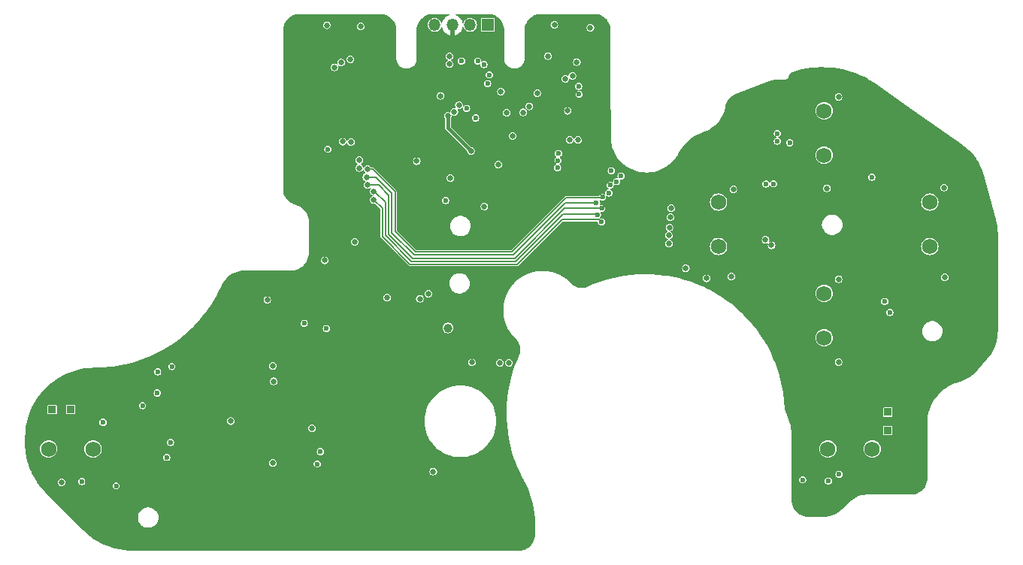
<source format=gbr>
%TF.GenerationSoftware,KiCad,Pcbnew,8.0.2*%
%TF.CreationDate,2025-05-18T15:38:24-07:00*%
%TF.ProjectId,PGS_Main_Board,5047535f-4d61-4696-9e5f-426f6172642e,rev?*%
%TF.SameCoordinates,Original*%
%TF.FileFunction,Copper,L3,Inr*%
%TF.FilePolarity,Positive*%
%FSLAX46Y46*%
G04 Gerber Fmt 4.6, Leading zero omitted, Abs format (unit mm)*
G04 Created by KiCad (PCBNEW 8.0.2) date 2025-05-18 15:38:24*
%MOMM*%
%LPD*%
G01*
G04 APERTURE LIST*
%TA.AperFunction,ComponentPad*%
%ADD10R,0.850000X0.850000*%
%TD*%
%TA.AperFunction,ComponentPad*%
%ADD11C,1.750000*%
%TD*%
%TA.AperFunction,ComponentPad*%
%ADD12R,1.350000X1.350000*%
%TD*%
%TA.AperFunction,ComponentPad*%
%ADD13O,1.350000X1.350000*%
%TD*%
%TA.AperFunction,ViaPad*%
%ADD14C,0.650000*%
%TD*%
%TA.AperFunction,ViaPad*%
%ADD15C,0.600000*%
%TD*%
%TA.AperFunction,ViaPad*%
%ADD16C,1.000000*%
%TD*%
%TA.AperFunction,Conductor*%
%ADD17C,0.450000*%
%TD*%
%TA.AperFunction,Conductor*%
%ADD18C,0.150000*%
%TD*%
G04 APERTURE END LIST*
D10*
%TO.N,LRA_L+*%
%TO.C,T2*%
X24799999Y-58100000D03*
%TD*%
D11*
%TO.N,I*%
%TO.C,SW13*%
X111752734Y-50004086D03*
%TO.N,Net-(D15B-A)*%
X111752734Y-45004086D03*
%TD*%
D10*
%TO.N,LRA_R-*%
%TO.C,T3*%
X118925000Y-58375000D03*
%TD*%
D11*
%TO.N,I*%
%TO.C,SW10*%
X111752734Y-29429086D03*
%TO.N,Net-(D16B-A)*%
X111752734Y-24429086D03*
%TD*%
%TO.N,I*%
%TO.C,SW12*%
X99852734Y-39716586D03*
%TO.N,Net-(D15A-A)*%
X99852734Y-34716586D03*
%TD*%
D10*
%TO.N,LRA_R+*%
%TO.C,T4*%
X118925000Y-60450000D03*
%TD*%
%TO.N,LRA_L-*%
%TO.C,T1*%
X26875000Y-58100000D03*
%TD*%
D11*
%TO.N,I*%
%TO.C,SW11*%
X123652735Y-39716585D03*
%TO.N,Net-(D16A-A)*%
X123652735Y-34716585D03*
%TD*%
%TO.N,H*%
%TO.C,SW9*%
X24406262Y-62529128D03*
%TO.N,Net-(D13A-A)*%
X29406262Y-62529128D03*
%TD*%
%TO.N,I*%
%TO.C,SW14*%
X112161814Y-62529128D03*
%TO.N,Net-(D15C-A)*%
X117161814Y-62529128D03*
%TD*%
D12*
%TO.N,SWD*%
%TO.C,J8*%
X73880000Y-14750000D03*
D13*
%TO.N,SWCLK*%
X71880000Y-14750000D03*
%TO.N,GND*%
X69880000Y-14750000D03*
%TO.N,VBUS_SYS*%
X67880000Y-14750000D03*
%TD*%
D14*
%TO.N,GND*%
X39900000Y-55275000D03*
D15*
X75175000Y-17775000D03*
D14*
X98250000Y-41075000D03*
X47951935Y-45721988D03*
X109840000Y-21350000D03*
D15*
X26875000Y-60625000D03*
X110800000Y-68225000D03*
D14*
X28925000Y-54875000D03*
D15*
X119850000Y-43450000D03*
D14*
X68267096Y-55085968D03*
X52450000Y-32400000D03*
X40400000Y-51000000D03*
X64250000Y-30950000D03*
X22475000Y-61500000D03*
X100225000Y-30575000D03*
X44100000Y-67275000D03*
D15*
X73025000Y-72800000D03*
D14*
X62330000Y-53150000D03*
D15*
X29500000Y-60800000D03*
D14*
X79100000Y-23250000D03*
X56075000Y-55175000D03*
D15*
X73286046Y-20062868D03*
D14*
X85975000Y-19975000D03*
D15*
X33225000Y-65175000D03*
D14*
X72076726Y-33719508D03*
X62225000Y-41950000D03*
X79300000Y-26850000D03*
X79300000Y-25450000D03*
X110030000Y-41650000D03*
X48900000Y-59125000D03*
X46425000Y-52950000D03*
X79300000Y-16575000D03*
X42700000Y-56950000D03*
X52800000Y-55450000D03*
X32950000Y-54250000D03*
X52125000Y-17625000D03*
X110125000Y-31075000D03*
X46725000Y-58675000D03*
X122075000Y-41275000D03*
D15*
X67375000Y-17875000D03*
X96800000Y-28400000D03*
D14*
X36250000Y-59975000D03*
X47490000Y-61610000D03*
X110150000Y-51625000D03*
X69564922Y-33184171D03*
X74386769Y-52455220D03*
X76578955Y-32188636D03*
X61050000Y-16425000D03*
D15*
X114500000Y-67475000D03*
X70800000Y-29850000D03*
D14*
X56175000Y-34225000D03*
X51250000Y-58420000D03*
X61025000Y-36600000D03*
D15*
X69225000Y-28500000D03*
D14*
X122050000Y-31950000D03*
%TO.N,+1V1*%
X71975326Y-28952300D03*
X69354722Y-24973919D03*
%TO.N,+3V3*%
X81365090Y-14753550D03*
X113375000Y-43400000D03*
X85425000Y-15075000D03*
X25850000Y-66275000D03*
X62525000Y-45475000D03*
X49650814Y-64112586D03*
X49740000Y-54910000D03*
X105825000Y-39575000D03*
X76638614Y-27253423D03*
X83900000Y-18925000D03*
X125275000Y-33075000D03*
D15*
X74037348Y-20375911D03*
X113420000Y-65375000D03*
D14*
X101274122Y-43098817D03*
X113375000Y-22875000D03*
X65866625Y-30097931D03*
X55725000Y-14775000D03*
X68547402Y-22734174D03*
X59550000Y-14925000D03*
X77850000Y-24600000D03*
X54075000Y-60175000D03*
X44920000Y-59390000D03*
X69663532Y-31984108D03*
X113375000Y-52725000D03*
X72068872Y-52777923D03*
X49030000Y-45750000D03*
X125320000Y-43180000D03*
X80650000Y-18250000D03*
X58378682Y-18598898D03*
X73479327Y-35198536D03*
X76251032Y-52815865D03*
X75046098Y-30459670D03*
D16*
X69372110Y-48897110D03*
D14*
X101525000Y-33275000D03*
X112075000Y-33150000D03*
D15*
%TO.N,LRA_L*%
X34975000Y-57650000D03*
X38275000Y-53250000D03*
X71475000Y-24150000D03*
%TO.N,LRA_R*%
X117125000Y-31900000D03*
X84150000Y-22550000D03*
X88875000Y-31775000D03*
X118575000Y-45900000D03*
X106475000Y-27850000D03*
X119150000Y-47150000D03*
X73440385Y-19213606D03*
%TO.N,LRA_L+*%
X28125000Y-66200000D03*
%TO.N,LRA_L-*%
X32006871Y-66682792D03*
X30525000Y-59525000D03*
%TO.N,LRA_R+*%
X112225000Y-66150000D03*
%TO.N,LRA_R-*%
X109325000Y-66000000D03*
D14*
%TO.N,C*%
X60319510Y-32782498D03*
D15*
X86700000Y-35425000D03*
D14*
%TO.N,B*%
X60992023Y-33487343D03*
D15*
X86222475Y-36115419D03*
D14*
%TO.N,T_L_OUT*%
X57536562Y-27896280D03*
D15*
%TO.N,A*%
X86668661Y-36930195D03*
D14*
X61025000Y-34450000D03*
%TO.N,STICK_L_BTN_OUT*%
X55525000Y-41275000D03*
%TO.N,T_ZL_OUT*%
X58450000Y-27950000D03*
D15*
%TO.N,E*%
X86791524Y-34162545D03*
D14*
X60307336Y-30986480D03*
%TO.N,D*%
X60250000Y-31900000D03*
D15*
X86075000Y-34800000D03*
D14*
%TO.N,T_R_OUT*%
X83100000Y-27700000D03*
%TO.N,T_ZR_OUT*%
X84025000Y-27700000D03*
%TO.N,STICK_R_BTN_OUT*%
X98520000Y-43300000D03*
%TO.N,Net-(D15B-A)*%
X94275000Y-38450000D03*
%TO.N,Net-(D15A-A)*%
X94275000Y-39375000D03*
%TO.N,Net-(D15C-A)*%
X94325000Y-37575000D03*
%TO.N,Net-(D16A-A)*%
X94425000Y-36425000D03*
%TO.N,Net-(D16B-A)*%
X94500000Y-35400000D03*
%TO.N,STICK_R_RGB_OUT*%
X75250000Y-52825000D03*
%TO.N,STICK_R_RGB_IN*%
X105150000Y-38975000D03*
%TO.N,STICK_R_X_OUT*%
X78550000Y-23925000D03*
D15*
X105200000Y-32675000D03*
X81725000Y-30825000D03*
X87500000Y-33675000D03*
D14*
%TO.N,G*%
X96175000Y-42175000D03*
D15*
X73862044Y-21346342D03*
D14*
X82875000Y-24425000D03*
D15*
%TO.N,STICK_R_Y_OUT*%
X87650000Y-32800000D03*
X106050000Y-32650000D03*
D14*
X79450000Y-22450000D03*
D15*
X81775000Y-30025000D03*
D14*
%TO.N,I2C1_SDA*%
X67174766Y-45029946D03*
%TO.N,I2C1_SCL*%
X66213528Y-45601999D03*
%TO.N,STICK_L_Y_OUT*%
X59411053Y-29990164D03*
X75346347Y-22257866D03*
%TO.N,STICK_L_X_OUT*%
X59406486Y-30867142D03*
X75993081Y-24655612D03*
%TO.N,F*%
X58874258Y-39185445D03*
D15*
X55850000Y-28750000D03*
D14*
%TO.N,STICK_L_RGB_IN*%
X49650000Y-53175000D03*
%TO.N,SWCLK*%
X70100000Y-24550000D03*
%TO.N,SWD*%
X70614890Y-23792539D03*
D15*
%TO.N,I*%
X72732909Y-18806651D03*
X107875000Y-28025000D03*
X106475000Y-26975000D03*
X84100000Y-21650000D03*
X87775000Y-31175000D03*
%TO.N,H*%
X70904742Y-18806651D03*
X36675000Y-53825000D03*
X55675000Y-48950000D03*
X53200000Y-48375000D03*
X55000000Y-62825000D03*
X38125000Y-61800000D03*
X37700000Y-63475000D03*
X36636414Y-56219137D03*
X54650000Y-64225000D03*
%TO.N,USB_BOOT*%
X69120000Y-34520000D03*
D14*
%TO.N,I2C0_SCL*%
X69571181Y-18287000D03*
X83399696Y-20460690D03*
X57350000Y-18975000D03*
%TO.N,BTN_PWR*%
X67725000Y-65075000D03*
%TO.N,I2C0_SDA*%
X82598083Y-20810111D03*
X56600000Y-19525000D03*
X69552398Y-19150998D03*
D15*
%TO.N,Net-(U1-GPIO25)*%
X88375000Y-32400000D03*
X81825000Y-29225000D03*
X72506087Y-25231043D03*
%TD*%
D17*
%TO.N,+1V1*%
X69354722Y-26331696D02*
X71975326Y-28952300D01*
X69354722Y-24973919D02*
X69354722Y-26331696D01*
D18*
%TO.N,C*%
X76885052Y-41050000D02*
X82510052Y-35425000D01*
X60319510Y-32782498D02*
X61557498Y-32782498D01*
X62700000Y-38325000D02*
X65425000Y-41050000D01*
X65425000Y-41050000D02*
X76885052Y-41050000D01*
X82510052Y-35425000D02*
X86700000Y-35425000D01*
X61557498Y-32782498D02*
X62700000Y-33925000D01*
X62700000Y-33925000D02*
X62700000Y-38325000D01*
%TO.N,B*%
X82355026Y-36075000D02*
X86182056Y-36075000D01*
X61112343Y-33487343D02*
X62325000Y-34700000D01*
X77030026Y-41400000D02*
X82355026Y-36075000D01*
X65250000Y-41400000D02*
X77030026Y-41400000D01*
X62325000Y-34700000D02*
X62325000Y-38475000D01*
X60992023Y-33487343D02*
X61112343Y-33487343D01*
X62325000Y-38475000D02*
X65250000Y-41400000D01*
X86182056Y-36075000D02*
X86222475Y-36115419D01*
%TO.N,A*%
X82226109Y-36698891D02*
X86437357Y-36698891D01*
X77175000Y-41750000D02*
X82226109Y-36698891D01*
X61975000Y-35400000D02*
X61975000Y-38625000D01*
X61025000Y-34450000D02*
X61975000Y-35400000D01*
X86437357Y-36698891D02*
X86668661Y-36930195D01*
X65100000Y-41750000D02*
X77175000Y-41750000D01*
X61975000Y-38625000D02*
X65100000Y-41750000D01*
%TO.N,E*%
X60886480Y-30986480D02*
X60307336Y-30986480D01*
X86791524Y-34162545D02*
X86783754Y-34170315D01*
X63425000Y-33525000D02*
X60886480Y-30986480D01*
X86783754Y-34170315D02*
X82704685Y-34170315D01*
X82704685Y-34170315D02*
X76575000Y-40300000D01*
X76575000Y-40300000D02*
X65725000Y-40300000D01*
X65725000Y-40300000D02*
X63425000Y-38000000D01*
X63425000Y-38000000D02*
X63425000Y-33525000D01*
%TO.N,D*%
X63050000Y-33725000D02*
X61225000Y-31900000D01*
X86075000Y-34800000D02*
X82625000Y-34800000D01*
X61225000Y-31900000D02*
X60250000Y-31900000D01*
X82625000Y-34800000D02*
X76750000Y-40675000D01*
X65575000Y-40675000D02*
X63050000Y-38150000D01*
X76750000Y-40675000D02*
X65575000Y-40675000D01*
X63050000Y-38150000D02*
X63050000Y-33725000D01*
%TD*%
%TA.AperFunction,Conductor*%
%TO.N,GND*%
G36*
X69537882Y-13529851D02*
G01*
X69555895Y-13573338D01*
X69537882Y-13616825D01*
X69516612Y-13630685D01*
X69354012Y-13693677D01*
X69168875Y-13808308D01*
X69168869Y-13808313D01*
X69007947Y-13955012D01*
X69007939Y-13955020D01*
X68876718Y-14128787D01*
X68779650Y-14323723D01*
X68730863Y-14495192D01*
X68701637Y-14532089D01*
X68654880Y-14537513D01*
X68617983Y-14508287D01*
X68613665Y-14498679D01*
X68583122Y-14411394D01*
X68490147Y-14263424D01*
X68366576Y-14139853D01*
X68218606Y-14046878D01*
X68053657Y-13989159D01*
X68053656Y-13989158D01*
X68053651Y-13989157D01*
X67880003Y-13969593D01*
X67879997Y-13969593D01*
X67706349Y-13989157D01*
X67706348Y-13989157D01*
X67541396Y-14046877D01*
X67541392Y-14046879D01*
X67393422Y-14139854D01*
X67269854Y-14263422D01*
X67176879Y-14411392D01*
X67176877Y-14411396D01*
X67119157Y-14576348D01*
X67119157Y-14576349D01*
X67099593Y-14749997D01*
X67099593Y-14750002D01*
X67119157Y-14923650D01*
X67119157Y-14923651D01*
X67119158Y-14923656D01*
X67119159Y-14923657D01*
X67176878Y-15088606D01*
X67269853Y-15236576D01*
X67393424Y-15360147D01*
X67541394Y-15453122D01*
X67706343Y-15510841D01*
X67706346Y-15510841D01*
X67706348Y-15510842D01*
X67879997Y-15530407D01*
X67880000Y-15530407D01*
X67880003Y-15530407D01*
X68053650Y-15510842D01*
X68053651Y-15510842D01*
X68053652Y-15510841D01*
X68053657Y-15510841D01*
X68218606Y-15453122D01*
X68366576Y-15360147D01*
X68490147Y-15236576D01*
X68583122Y-15088606D01*
X68613663Y-15001324D01*
X68645027Y-14966228D01*
X68692023Y-14963589D01*
X68727121Y-14994954D01*
X68730863Y-15004808D01*
X68779650Y-15176274D01*
X68876718Y-15371212D01*
X69007939Y-15544979D01*
X69007947Y-15544987D01*
X69168869Y-15691686D01*
X69168875Y-15691691D01*
X69354013Y-15806323D01*
X69557064Y-15884985D01*
X69630000Y-15898619D01*
X69630000Y-15065686D01*
X69634394Y-15070080D01*
X69725606Y-15122741D01*
X69827339Y-15150000D01*
X69932661Y-15150000D01*
X70034394Y-15122741D01*
X70125606Y-15070080D01*
X70130000Y-15065686D01*
X70130000Y-15898619D01*
X70202935Y-15884985D01*
X70405986Y-15806323D01*
X70591124Y-15691691D01*
X70591130Y-15691686D01*
X70752052Y-15544987D01*
X70752060Y-15544979D01*
X70883281Y-15371212D01*
X70980349Y-15176274D01*
X71029136Y-15004808D01*
X71058362Y-14967910D01*
X71105118Y-14962486D01*
X71142016Y-14991712D01*
X71146335Y-15001321D01*
X71176878Y-15088606D01*
X71269853Y-15236576D01*
X71393424Y-15360147D01*
X71541394Y-15453122D01*
X71706343Y-15510841D01*
X71706346Y-15510841D01*
X71706348Y-15510842D01*
X71879997Y-15530407D01*
X71880000Y-15530407D01*
X71880003Y-15530407D01*
X72053650Y-15510842D01*
X72053651Y-15510842D01*
X72053652Y-15510841D01*
X72053657Y-15510841D01*
X72218606Y-15453122D01*
X72366576Y-15360147D01*
X72490147Y-15236576D01*
X72583122Y-15088606D01*
X72640841Y-14923657D01*
X72640842Y-14923650D01*
X72660407Y-14750002D01*
X72660407Y-14749997D01*
X72640842Y-14576349D01*
X72640842Y-14576348D01*
X72640841Y-14576346D01*
X72640841Y-14576343D01*
X72583122Y-14411394D01*
X72490147Y-14263424D01*
X72366576Y-14139853D01*
X72247602Y-14065097D01*
X73104500Y-14065097D01*
X73104500Y-15434896D01*
X73108125Y-15453120D01*
X73110331Y-15464213D01*
X73119227Y-15477527D01*
X73132542Y-15497457D01*
X73145034Y-15505803D01*
X73165787Y-15519669D01*
X73165789Y-15519669D01*
X73165790Y-15519670D01*
X73185240Y-15523538D01*
X73195101Y-15525500D01*
X74564898Y-15525499D01*
X74594213Y-15519669D01*
X74627457Y-15497457D01*
X74649669Y-15464213D01*
X74655500Y-15434899D01*
X74655499Y-14065102D01*
X74649669Y-14035787D01*
X74636353Y-14015857D01*
X74627457Y-14002542D01*
X74607423Y-13989157D01*
X74594213Y-13980331D01*
X74594211Y-13980330D01*
X74594209Y-13980329D01*
X74564902Y-13974500D01*
X73195103Y-13974500D01*
X73165787Y-13980331D01*
X73132542Y-14002542D01*
X73110329Y-14035789D01*
X73110329Y-14035790D01*
X73104500Y-14065097D01*
X72247602Y-14065097D01*
X72218606Y-14046878D01*
X72053657Y-13989159D01*
X72053656Y-13989158D01*
X72053651Y-13989157D01*
X71880003Y-13969593D01*
X71879997Y-13969593D01*
X71706349Y-13989157D01*
X71706348Y-13989157D01*
X71541396Y-14046877D01*
X71541392Y-14046879D01*
X71393422Y-14139854D01*
X71269854Y-14263422D01*
X71176879Y-14411392D01*
X71176878Y-14411393D01*
X71146337Y-14498674D01*
X71114971Y-14533771D01*
X71067975Y-14536410D01*
X71032878Y-14505044D01*
X71029136Y-14495191D01*
X70980349Y-14323725D01*
X70883281Y-14128787D01*
X70752060Y-13955020D01*
X70752052Y-13955012D01*
X70591130Y-13808313D01*
X70591124Y-13808308D01*
X70405986Y-13693676D01*
X70243389Y-13630686D01*
X70209345Y-13598180D01*
X70208258Y-13551123D01*
X70240764Y-13517079D01*
X70265603Y-13511839D01*
X73839016Y-13511840D01*
X73839020Y-13511842D01*
X73851249Y-13511842D01*
X73883592Y-13511842D01*
X73887613Y-13511973D01*
X74122987Y-13527401D01*
X74130954Y-13528450D01*
X74360326Y-13574075D01*
X74368095Y-13576156D01*
X74589554Y-13651333D01*
X74596967Y-13654403D01*
X74806743Y-13757855D01*
X74813679Y-13761860D01*
X74883200Y-13808313D01*
X75008138Y-13891796D01*
X75014520Y-13896693D01*
X75119953Y-13989157D01*
X75185771Y-14046879D01*
X75190350Y-14050894D01*
X75196032Y-14056577D01*
X75350212Y-14232388D01*
X75350225Y-14232402D01*
X75355120Y-14238780D01*
X75411877Y-14323725D01*
X75485051Y-14433241D01*
X75489073Y-14440208D01*
X75592502Y-14649949D01*
X75595581Y-14657382D01*
X75670753Y-14878846D01*
X75672834Y-14886616D01*
X75718453Y-15115976D01*
X75719503Y-15123952D01*
X75735005Y-15360528D01*
X75735137Y-15364549D01*
X75735137Y-18533175D01*
X75735133Y-18533905D01*
X75733972Y-18631574D01*
X75733973Y-18631579D01*
X75766051Y-18826663D01*
X75766051Y-18826664D01*
X75831645Y-19013169D01*
X75831647Y-19013173D01*
X75926766Y-19181874D01*
X75928751Y-19185393D01*
X76054386Y-19338047D01*
X76133701Y-19405803D01*
X76204712Y-19466466D01*
X76375120Y-19566714D01*
X76560395Y-19635722D01*
X76754861Y-19671376D01*
X76952566Y-19672586D01*
X77147455Y-19639314D01*
X77333559Y-19572578D01*
X77505182Y-19474423D01*
X77657066Y-19347854D01*
X77784562Y-19196747D01*
X77883765Y-19025729D01*
X77920583Y-18925000D01*
X83469196Y-18925000D01*
X83490280Y-19058125D01*
X83551471Y-19178220D01*
X83646779Y-19273528D01*
X83721445Y-19311572D01*
X83766874Y-19334719D01*
X83900000Y-19355804D01*
X84033126Y-19334719D01*
X84153220Y-19273528D01*
X84153221Y-19273528D01*
X84248528Y-19178221D01*
X84248528Y-19178220D01*
X84262398Y-19150998D01*
X84309719Y-19058126D01*
X84330804Y-18925000D01*
X84309719Y-18791874D01*
X84279224Y-18732024D01*
X84248528Y-18671779D01*
X84153220Y-18576471D01*
X84033125Y-18515280D01*
X83900000Y-18494196D01*
X83766874Y-18515280D01*
X83646779Y-18576471D01*
X83646779Y-18576472D01*
X83551472Y-18671779D01*
X83551471Y-18671779D01*
X83490280Y-18791874D01*
X83469196Y-18925000D01*
X77920583Y-18925000D01*
X77935889Y-18883123D01*
X77951638Y-18840037D01*
X77951640Y-18840029D01*
X77979826Y-18680804D01*
X77986102Y-18645354D01*
X77986122Y-18583102D01*
X77986136Y-18582987D01*
X77986136Y-18250000D01*
X80219196Y-18250000D01*
X80240280Y-18383125D01*
X80301471Y-18503220D01*
X80396779Y-18598528D01*
X80516279Y-18659416D01*
X80516874Y-18659719D01*
X80650000Y-18680804D01*
X80783126Y-18659719D01*
X80903220Y-18598528D01*
X80903221Y-18598528D01*
X80998528Y-18503221D01*
X80998528Y-18503220D01*
X81017609Y-18465772D01*
X81059719Y-18383126D01*
X81080804Y-18250000D01*
X81059719Y-18116874D01*
X80998528Y-17996779D01*
X80903220Y-17901471D01*
X80783125Y-17840280D01*
X80650000Y-17819196D01*
X80516874Y-17840280D01*
X80396779Y-17901471D01*
X80396779Y-17901472D01*
X80301472Y-17996779D01*
X80301471Y-17996779D01*
X80240280Y-18116874D01*
X80219196Y-18250000D01*
X77986136Y-18250000D01*
X77986136Y-15363318D01*
X77986268Y-15359290D01*
X77994077Y-15240330D01*
X78001743Y-15123545D01*
X78002794Y-15115572D01*
X78048564Y-14885837D01*
X78050645Y-14878084D01*
X78092990Y-14753550D01*
X80934286Y-14753550D01*
X80955370Y-14886675D01*
X81016561Y-15006770D01*
X81111869Y-15102078D01*
X81205922Y-15150000D01*
X81231964Y-15163269D01*
X81365090Y-15184354D01*
X81498216Y-15163269D01*
X81618310Y-15102078D01*
X81618311Y-15102078D01*
X81645389Y-15075000D01*
X84994196Y-15075000D01*
X85015280Y-15208125D01*
X85076471Y-15328220D01*
X85171779Y-15423528D01*
X85291874Y-15484719D01*
X85425000Y-15505804D01*
X85558126Y-15484719D01*
X85678220Y-15423528D01*
X85678221Y-15423528D01*
X85773528Y-15328221D01*
X85773528Y-15328220D01*
X85822932Y-15231259D01*
X85834719Y-15208126D01*
X85855804Y-15075000D01*
X85834719Y-14941874D01*
X85806545Y-14886579D01*
X85773528Y-14821779D01*
X85678220Y-14726471D01*
X85558125Y-14665280D01*
X85425000Y-14644196D01*
X85291874Y-14665280D01*
X85171779Y-14726471D01*
X85171779Y-14726472D01*
X85076472Y-14821779D01*
X85076471Y-14821779D01*
X85015280Y-14941874D01*
X84994196Y-15075000D01*
X81645389Y-15075000D01*
X81713618Y-15006771D01*
X81713618Y-15006770D01*
X81755969Y-14923651D01*
X81774809Y-14886676D01*
X81795894Y-14753550D01*
X81774809Y-14620424D01*
X81762164Y-14595606D01*
X81713618Y-14500329D01*
X81618310Y-14405021D01*
X81498215Y-14343830D01*
X81365090Y-14322746D01*
X81231964Y-14343830D01*
X81111869Y-14405021D01*
X81111869Y-14405022D01*
X81016562Y-14500329D01*
X81016561Y-14500329D01*
X80955370Y-14620424D01*
X80934286Y-14753550D01*
X78092990Y-14753550D01*
X78126058Y-14656300D01*
X78129135Y-14648885D01*
X78232891Y-14438867D01*
X78236906Y-14431925D01*
X78367229Y-14237268D01*
X78372128Y-14230897D01*
X78526775Y-14054955D01*
X78532472Y-14049273D01*
X78708780Y-13895068D01*
X78715166Y-13890183D01*
X78910131Y-13760342D01*
X78917100Y-13756334D01*
X79127370Y-13653093D01*
X79134796Y-13650033D01*
X79356751Y-13575169D01*
X79364516Y-13573105D01*
X79594359Y-13527898D01*
X79602332Y-13526867D01*
X79838148Y-13511967D01*
X79842121Y-13511846D01*
X79874480Y-13511925D01*
X79874480Y-13511924D01*
X79880835Y-13511940D01*
X79881718Y-13511842D01*
X85842549Y-13511842D01*
X85874840Y-13511842D01*
X85878946Y-13511978D01*
X86119258Y-13528062D01*
X86127387Y-13529156D01*
X86361383Y-13576707D01*
X86369295Y-13578873D01*
X86594872Y-13657184D01*
X86602431Y-13660388D01*
X86617251Y-13667875D01*
X86815559Y-13768060D01*
X86822626Y-13772245D01*
X87019499Y-13907353D01*
X87025946Y-13912443D01*
X87203058Y-14072580D01*
X87208769Y-14078483D01*
X87362963Y-14260795D01*
X87367836Y-14267406D01*
X87478886Y-14441280D01*
X87496361Y-14468640D01*
X87500310Y-14475842D01*
X87600872Y-14692410D01*
X87603826Y-14700074D01*
X87669113Y-14910334D01*
X87671878Y-14928301D01*
X87699227Y-21158639D01*
X87726361Y-27340274D01*
X87726362Y-27340347D01*
X87726363Y-27340619D01*
X87726356Y-27532714D01*
X87726356Y-27532727D01*
X87762850Y-27915193D01*
X87835502Y-28292448D01*
X87835504Y-28292454D01*
X87835505Y-28292460D01*
X87881392Y-28448866D01*
X87943667Y-28661131D01*
X87943669Y-28661136D01*
X88078331Y-28997793D01*
X88086354Y-29017851D01*
X88086359Y-29017861D01*
X88086361Y-29017865D01*
X88262273Y-29359403D01*
X88262279Y-29359414D01*
X88469841Y-29682708D01*
X88469859Y-29682732D01*
X88707184Y-29984844D01*
X88707189Y-29984849D01*
X88972153Y-30263070D01*
X89142231Y-30410646D01*
X89236605Y-30492535D01*
X89262344Y-30514868D01*
X89539985Y-30712890D01*
X89575143Y-30737966D01*
X89575148Y-30737969D01*
X89907702Y-30930338D01*
X89907711Y-30930343D01*
X90257050Y-31090264D01*
X90603770Y-31210646D01*
X90620003Y-31216282D01*
X90678305Y-31230491D01*
X90993278Y-31307256D01*
X91184757Y-31335008D01*
X91373495Y-31362363D01*
X91373498Y-31362363D01*
X91373510Y-31362365D01*
X91757257Y-31381111D01*
X92141049Y-31363323D01*
X92521417Y-31309163D01*
X92894921Y-31219121D01*
X93258184Y-31094010D01*
X93607922Y-30934961D01*
X93940972Y-30743414D01*
X94254324Y-30521099D01*
X94545143Y-30270027D01*
X94810800Y-29992467D01*
X94812619Y-29990164D01*
X94927469Y-29844711D01*
X95048894Y-29690931D01*
X95217929Y-29429086D01*
X110772514Y-29429086D01*
X110791348Y-29620316D01*
X110847127Y-29804196D01*
X110847128Y-29804199D01*
X110847129Y-29804200D01*
X110883956Y-29873099D01*
X110937712Y-29973669D01*
X111059613Y-30122205D01*
X111059614Y-30122206D01*
X111208150Y-30244107D01*
X111208151Y-30244107D01*
X111208153Y-30244109D01*
X111377620Y-30334691D01*
X111377622Y-30334691D01*
X111377623Y-30334692D01*
X111502893Y-30372692D01*
X111561503Y-30390471D01*
X111752734Y-30409306D01*
X111943965Y-30390471D01*
X112127848Y-30334691D01*
X112297315Y-30244109D01*
X112445854Y-30122206D01*
X112567757Y-29973667D01*
X112658339Y-29804200D01*
X112714119Y-29620317D01*
X112732954Y-29429086D01*
X112714119Y-29237855D01*
X112711471Y-29229126D01*
X112658340Y-29053975D01*
X112658339Y-29053974D01*
X112658339Y-29053972D01*
X112567757Y-28884505D01*
X112560203Y-28875301D01*
X112445854Y-28735966D01*
X112445853Y-28735965D01*
X112297317Y-28614064D01*
X112240826Y-28583869D01*
X112127848Y-28523481D01*
X112127847Y-28523480D01*
X112127844Y-28523479D01*
X111943964Y-28467700D01*
X111752734Y-28448866D01*
X111561503Y-28467700D01*
X111377623Y-28523479D01*
X111208150Y-28614064D01*
X111059614Y-28735965D01*
X111059613Y-28735966D01*
X110937712Y-28884502D01*
X110847127Y-29053975D01*
X110791348Y-29237855D01*
X110772514Y-29429086D01*
X95217929Y-29429086D01*
X95257271Y-29368143D01*
X95329305Y-29229123D01*
X95334419Y-29220910D01*
X95335519Y-29219415D01*
X95335526Y-29219410D01*
X95346498Y-29196045D01*
X95347553Y-29193911D01*
X95361942Y-29166147D01*
X95367631Y-29152300D01*
X95553773Y-28831762D01*
X95556337Y-28827721D01*
X95770300Y-28518102D01*
X95773159Y-28514294D01*
X96010768Y-28222426D01*
X96013926Y-28218843D01*
X96273694Y-27946548D01*
X96277146Y-27943202D01*
X96557482Y-27692145D01*
X96561202Y-27689069D01*
X96621501Y-27643060D01*
X96860368Y-27460801D01*
X96864306Y-27458035D01*
X97180477Y-27253949D01*
X97184601Y-27251511D01*
X97515820Y-27072874D01*
X97520145Y-27070756D01*
X97736871Y-26975000D01*
X106069508Y-26975000D01*
X106089353Y-27100301D01*
X106089353Y-27100302D01*
X106089354Y-27100304D01*
X106146950Y-27213342D01*
X106146952Y-27213345D01*
X106236654Y-27303047D01*
X106236656Y-27303048D01*
X106236658Y-27303050D01*
X106343921Y-27357703D01*
X106374490Y-27393496D01*
X106370797Y-27440421D01*
X106343921Y-27467296D01*
X106306113Y-27486561D01*
X106236654Y-27521952D01*
X106146952Y-27611654D01*
X106089353Y-27724698D01*
X106069508Y-27850000D01*
X106089353Y-27975301D01*
X106089353Y-27975302D01*
X106089354Y-27975304D01*
X106146950Y-28088342D01*
X106146952Y-28088345D01*
X106236654Y-28178047D01*
X106236656Y-28178048D01*
X106236658Y-28178050D01*
X106349696Y-28235646D01*
X106475000Y-28255492D01*
X106600304Y-28235646D01*
X106713342Y-28178050D01*
X106803050Y-28088342D01*
X106835325Y-28025000D01*
X107469508Y-28025000D01*
X107489353Y-28150301D01*
X107489353Y-28150302D01*
X107489354Y-28150304D01*
X107546950Y-28263342D01*
X107546952Y-28263345D01*
X107636654Y-28353047D01*
X107636656Y-28353048D01*
X107636658Y-28353050D01*
X107749696Y-28410646D01*
X107875000Y-28430492D01*
X108000304Y-28410646D01*
X108113342Y-28353050D01*
X108203050Y-28263342D01*
X108260646Y-28150304D01*
X108280492Y-28025000D01*
X108260646Y-27899696D01*
X108203050Y-27786658D01*
X108203048Y-27786656D01*
X108203047Y-27786654D01*
X108113345Y-27696952D01*
X108113342Y-27696950D01*
X108000304Y-27639354D01*
X108000302Y-27639353D01*
X108000301Y-27639353D01*
X107875000Y-27619508D01*
X107749698Y-27639353D01*
X107636654Y-27696952D01*
X107546952Y-27786654D01*
X107489353Y-27899698D01*
X107469508Y-28025000D01*
X106835325Y-28025000D01*
X106860646Y-27975304D01*
X106880492Y-27850000D01*
X106860646Y-27724696D01*
X106803050Y-27611658D01*
X106803048Y-27611656D01*
X106803047Y-27611654D01*
X106713344Y-27521951D01*
X106643887Y-27486561D01*
X106606078Y-27467296D01*
X106575509Y-27431504D01*
X106579202Y-27384580D01*
X106606078Y-27357703D01*
X106713342Y-27303050D01*
X106803050Y-27213342D01*
X106860646Y-27100304D01*
X106880492Y-26975000D01*
X106860646Y-26849696D01*
X106803050Y-26736658D01*
X106803048Y-26736656D01*
X106803047Y-26736654D01*
X106713345Y-26646952D01*
X106713342Y-26646950D01*
X106600304Y-26589354D01*
X106600302Y-26589353D01*
X106600301Y-26589353D01*
X106475000Y-26569508D01*
X106349698Y-26589353D01*
X106236654Y-26646952D01*
X106146952Y-26736654D01*
X106089353Y-26849698D01*
X106069508Y-26975000D01*
X97736871Y-26975000D01*
X97861833Y-26919788D01*
X97867140Y-26917732D01*
X98117590Y-26833894D01*
X98117673Y-26833900D01*
X98117663Y-26833870D01*
X98117702Y-26833857D01*
X98118147Y-26833709D01*
X98283591Y-26778517D01*
X98602886Y-26638084D01*
X98907873Y-26468811D01*
X98924683Y-26457335D01*
X99195938Y-26272152D01*
X99195942Y-26272148D01*
X99195955Y-26272140D01*
X99464678Y-26049746D01*
X99711751Y-25803524D01*
X99935072Y-25535571D01*
X100132737Y-25248170D01*
X100303062Y-24943769D01*
X100444597Y-24624961D01*
X100510702Y-24429086D01*
X110772514Y-24429086D01*
X110791348Y-24620316D01*
X110847127Y-24804196D01*
X110937712Y-24973669D01*
X111059613Y-25122205D01*
X111059614Y-25122206D01*
X111208150Y-25244107D01*
X111208151Y-25244107D01*
X111208153Y-25244109D01*
X111377620Y-25334691D01*
X111377622Y-25334691D01*
X111377623Y-25334692D01*
X111561503Y-25390471D01*
X111752734Y-25409306D01*
X111943965Y-25390471D01*
X112127848Y-25334691D01*
X112297315Y-25244109D01*
X112445854Y-25122206D01*
X112567757Y-24973667D01*
X112658339Y-24804200D01*
X112714119Y-24620317D01*
X112732954Y-24429086D01*
X112714119Y-24237855D01*
X112696029Y-24178220D01*
X112658340Y-24053975D01*
X112658339Y-24053974D01*
X112658339Y-24053972D01*
X112567757Y-23884505D01*
X112564013Y-23879943D01*
X112445854Y-23735966D01*
X112445853Y-23735965D01*
X112297317Y-23614064D01*
X112127844Y-23523479D01*
X111943964Y-23467700D01*
X111752734Y-23448866D01*
X111561503Y-23467700D01*
X111377623Y-23523479D01*
X111208150Y-23614064D01*
X111059614Y-23735965D01*
X111059613Y-23735966D01*
X110937712Y-23884502D01*
X110847127Y-24053975D01*
X110791348Y-24237855D01*
X110772514Y-24429086D01*
X100510702Y-24429086D01*
X100556136Y-24294462D01*
X100588950Y-24156258D01*
X100595915Y-24139057D01*
X100596927Y-24137356D01*
X100598575Y-24118543D01*
X100600004Y-24109707D01*
X100604362Y-24091356D01*
X100604361Y-24091356D01*
X100604363Y-24091352D01*
X100604362Y-24091347D01*
X100604423Y-24084424D01*
X100604851Y-24084427D01*
X100604468Y-24072917D01*
X100633478Y-23879926D01*
X100635067Y-23872514D01*
X100694858Y-23658816D01*
X100697350Y-23651648D01*
X100783032Y-23446954D01*
X100786385Y-23440155D01*
X100896659Y-23247576D01*
X100900830Y-23241237D01*
X101033995Y-23063739D01*
X101038920Y-23057955D01*
X101126383Y-22967261D01*
X101192957Y-22898227D01*
X101198548Y-22893103D01*
X101220938Y-22875000D01*
X112944196Y-22875000D01*
X112965280Y-23008125D01*
X113026471Y-23128220D01*
X113121779Y-23223528D01*
X113241874Y-23284719D01*
X113375000Y-23305804D01*
X113508126Y-23284719D01*
X113628220Y-23223528D01*
X113628221Y-23223528D01*
X113723528Y-23128221D01*
X113723528Y-23128220D01*
X113784719Y-23008126D01*
X113805804Y-22875000D01*
X113784719Y-22741874D01*
X113750800Y-22675304D01*
X113723528Y-22621779D01*
X113628220Y-22526471D01*
X113508125Y-22465280D01*
X113375000Y-22444196D01*
X113241874Y-22465280D01*
X113121779Y-22526471D01*
X113121779Y-22526472D01*
X113026472Y-22621779D01*
X113026471Y-22621779D01*
X112965280Y-22741874D01*
X112944196Y-22875000D01*
X101220938Y-22875000D01*
X101371113Y-22753579D01*
X101377303Y-22749179D01*
X101451212Y-22703221D01*
X101565739Y-22632006D01*
X101572411Y-22628407D01*
X101775533Y-22534587D01*
X101779114Y-22533069D01*
X105504627Y-21093190D01*
X105505483Y-21092868D01*
X105603124Y-21057159D01*
X105605384Y-21056385D01*
X105701975Y-21025441D01*
X105704346Y-21024734D01*
X105802054Y-20997747D01*
X105804434Y-20997140D01*
X105904194Y-20973897D01*
X105906017Y-20973503D01*
X105961125Y-20962502D01*
X105962953Y-20962168D01*
X106063992Y-20945326D01*
X106066428Y-20944971D01*
X106167012Y-20932374D01*
X106169452Y-20932118D01*
X106270536Y-20923603D01*
X106272951Y-20923449D01*
X106375249Y-20918999D01*
X106377127Y-20918948D01*
X106434317Y-20918285D01*
X106435467Y-20918272D01*
X106436179Y-20918268D01*
X107245983Y-20918268D01*
X107261700Y-20920310D01*
X107264009Y-20920921D01*
X107279558Y-20918821D01*
X107287788Y-20918268D01*
X107303467Y-20918268D01*
X107303469Y-20918268D01*
X107305669Y-20917356D01*
X107320971Y-20913226D01*
X107382888Y-20904864D01*
X107388729Y-20904359D01*
X107408501Y-20903600D01*
X107408503Y-20903599D01*
X107408505Y-20903599D01*
X107413859Y-20902318D01*
X107417381Y-20901294D01*
X107422609Y-20899500D01*
X107422613Y-20899500D01*
X107439698Y-20889558D01*
X107444920Y-20886845D01*
X107466668Y-20876843D01*
X107466668Y-20876842D01*
X107469589Y-20875499D01*
X107473418Y-20873224D01*
X107514943Y-20853480D01*
X107525829Y-20849513D01*
X107535382Y-20847022D01*
X107541946Y-20842053D01*
X107552647Y-20835553D01*
X107560089Y-20832015D01*
X107566707Y-20824682D01*
X107575243Y-20816852D01*
X107577233Y-20815346D01*
X107587489Y-20809059D01*
X107595678Y-20805085D01*
X107601657Y-20798350D01*
X107610526Y-20790148D01*
X107617719Y-20784706D01*
X107620378Y-20780170D01*
X107622323Y-20776853D01*
X107629387Y-20767124D01*
X107666791Y-20725004D01*
X107676841Y-20715934D01*
X107682073Y-20712170D01*
X107688218Y-20702239D01*
X107694518Y-20693781D01*
X107702266Y-20685058D01*
X107704373Y-20678975D01*
X107710188Y-20666741D01*
X107712864Y-20662418D01*
X107718150Y-20655133D01*
X107727412Y-20644155D01*
X107727411Y-20644155D01*
X107727414Y-20644153D01*
X107728539Y-20640616D01*
X107734855Y-20626889D01*
X107736804Y-20623741D01*
X107736804Y-20623740D01*
X107736805Y-20623739D01*
X107739117Y-20609543D01*
X107741205Y-20600810D01*
X107752204Y-20566249D01*
X107755889Y-20557223D01*
X107756594Y-20555822D01*
X107756597Y-20555819D01*
X107763529Y-20530809D01*
X107764191Y-20528584D01*
X107767791Y-20517273D01*
X107772053Y-20503882D01*
X107772052Y-20503877D01*
X107772226Y-20502331D01*
X107774077Y-20492754D01*
X107788334Y-20441321D01*
X107790893Y-20433949D01*
X107819130Y-20366754D01*
X107822938Y-20359200D01*
X107841743Y-20327523D01*
X107845068Y-20322500D01*
X107892025Y-20258625D01*
X107896283Y-20253450D01*
X107948675Y-20196444D01*
X107954223Y-20191121D01*
X107993918Y-20157557D01*
X107999608Y-20153287D01*
X108062287Y-20111691D01*
X108069195Y-20107726D01*
X108136029Y-20074934D01*
X108144228Y-20071621D01*
X108658452Y-19905884D01*
X108661729Y-19904929D01*
X109190702Y-19766513D01*
X109194019Y-19765743D01*
X109729908Y-19657074D01*
X109733223Y-19656497D01*
X110274376Y-19577911D01*
X110277749Y-19577518D01*
X110822394Y-19529273D01*
X110825779Y-19529068D01*
X111372122Y-19511311D01*
X111374835Y-19511285D01*
X111689618Y-19515262D01*
X111694754Y-19515869D01*
X111698374Y-19515861D01*
X111698375Y-19515862D01*
X111731331Y-19515794D01*
X111731992Y-19515798D01*
X111733592Y-19515818D01*
X111734117Y-19515828D01*
X112274710Y-19529655D01*
X112278053Y-19529833D01*
X112816760Y-19573463D01*
X112820073Y-19573823D01*
X113355593Y-19647137D01*
X113358887Y-19647682D01*
X113889501Y-19750444D01*
X113892782Y-19751174D01*
X114416891Y-19883072D01*
X114420128Y-19883982D01*
X114936179Y-20044624D01*
X114939364Y-20045712D01*
X115290594Y-20176725D01*
X115445742Y-20234597D01*
X115448890Y-20235872D01*
X115944021Y-20452407D01*
X115947095Y-20453853D01*
X116046195Y-20503882D01*
X116429564Y-20697421D01*
X116432517Y-20699015D01*
X116780447Y-20899500D01*
X116900800Y-20968850D01*
X116903695Y-20970627D01*
X116952586Y-21002519D01*
X117356917Y-21266266D01*
X117358534Y-21267358D01*
X121826728Y-24393805D01*
X127375338Y-28276232D01*
X127377226Y-28277607D01*
X127578962Y-28430492D01*
X127701660Y-28523479D01*
X127725346Y-28541429D01*
X127728927Y-28544362D01*
X128055337Y-28832842D01*
X128058688Y-28836036D01*
X128192196Y-28973246D01*
X128335192Y-29120207D01*
X128362485Y-29148256D01*
X128365569Y-29151673D01*
X128645031Y-29485868D01*
X128647864Y-29489528D01*
X128901395Y-29843790D01*
X128903945Y-29847653D01*
X129130104Y-30219963D01*
X129132357Y-30224007D01*
X129329878Y-30612285D01*
X129331820Y-30616487D01*
X129499580Y-31018521D01*
X129501200Y-31022857D01*
X129638494Y-31437117D01*
X129639311Y-31439781D01*
X131109891Y-36657728D01*
X131110429Y-36659772D01*
X131205271Y-37046757D01*
X131206135Y-37050890D01*
X131274016Y-37442416D01*
X131274594Y-37446599D01*
X131315450Y-37841846D01*
X131315740Y-37846058D01*
X131329417Y-38244251D01*
X131329453Y-38246362D01*
X131329456Y-49170149D01*
X131329456Y-49203278D01*
X131329406Y-49205745D01*
X131313943Y-49590839D01*
X131313548Y-49595758D01*
X131267403Y-49977181D01*
X131266614Y-49982053D01*
X131190040Y-50358533D01*
X131188863Y-50363326D01*
X131082348Y-50732456D01*
X131080791Y-50737138D01*
X130945023Y-51096543D01*
X130943095Y-51101086D01*
X130778950Y-51448445D01*
X130776664Y-51452818D01*
X130585196Y-51785900D01*
X130582567Y-51790077D01*
X130365012Y-52106730D01*
X130362057Y-52110682D01*
X130119035Y-52409833D01*
X130117444Y-52411714D01*
X130106969Y-52423600D01*
X130095542Y-52436569D01*
X130095540Y-52436571D01*
X130092911Y-52439556D01*
X130092887Y-52439581D01*
X129058154Y-53613813D01*
X129056453Y-53615666D01*
X128785008Y-53899412D01*
X128781387Y-53902900D01*
X128488613Y-54162691D01*
X128484719Y-54165871D01*
X128171713Y-54400874D01*
X128167572Y-54403726D01*
X127836416Y-54612376D01*
X127832057Y-54614880D01*
X127484960Y-54795787D01*
X127480410Y-54797927D01*
X127119687Y-54949882D01*
X127114978Y-54951642D01*
X126741671Y-55074076D01*
X126739096Y-55074859D01*
X126712711Y-55082251D01*
X126706304Y-55083353D01*
X126672618Y-55093474D01*
X126671516Y-55093794D01*
X126642655Y-55101880D01*
X126636640Y-55104287D01*
X126483432Y-55150335D01*
X126483411Y-55150342D01*
X126119803Y-55294302D01*
X126119783Y-55294310D01*
X125769696Y-55468673D01*
X125769683Y-55468680D01*
X125435704Y-55672161D01*
X125435689Y-55672170D01*
X125120195Y-55903320D01*
X125120182Y-55903331D01*
X124825500Y-56160447D01*
X124825495Y-56160451D01*
X124825494Y-56160453D01*
X124729034Y-56260276D01*
X124553710Y-56441713D01*
X124553706Y-56441718D01*
X124306840Y-56745032D01*
X124306829Y-56745048D01*
X124086627Y-57068270D01*
X124086622Y-57068279D01*
X123894704Y-57409030D01*
X123894691Y-57409056D01*
X123732427Y-57764906D01*
X123702244Y-57849501D01*
X123616899Y-58088702D01*
X123600994Y-58133279D01*
X123501351Y-58511491D01*
X123501351Y-58511493D01*
X123434224Y-58896781D01*
X123434223Y-58896783D01*
X123400090Y-59286404D01*
X123399711Y-59446089D01*
X123399622Y-59446997D01*
X123399623Y-59452380D01*
X123399626Y-59481957D01*
X123399549Y-59516307D01*
X123399535Y-59522671D01*
X123399630Y-59523526D01*
X123400331Y-65827582D01*
X123400198Y-65831625D01*
X123384665Y-66067796D01*
X123383608Y-66075799D01*
X123337671Y-66305929D01*
X123335575Y-66313724D01*
X123259894Y-66535857D01*
X123256795Y-66543310D01*
X123152673Y-66753615D01*
X123148624Y-66760599D01*
X123017857Y-66955452D01*
X123012929Y-66961845D01*
X122857764Y-67137899D01*
X122852041Y-67143591D01*
X122675156Y-67297804D01*
X122668736Y-67302698D01*
X122473181Y-67432414D01*
X122466176Y-67436425D01*
X122255313Y-67539413D01*
X122247843Y-67542472D01*
X122025306Y-67616957D01*
X122017500Y-67619011D01*
X121787128Y-67663707D01*
X121779120Y-67664721D01*
X121542872Y-67678982D01*
X121538837Y-67679093D01*
X121500855Y-67678889D01*
X121498922Y-67679102D01*
X116700356Y-67679102D01*
X116685686Y-67679050D01*
X116553671Y-67678588D01*
X116553670Y-67678588D01*
X116553662Y-67678588D01*
X116244062Y-67708058D01*
X116244048Y-67708060D01*
X116244045Y-67708060D01*
X116244040Y-67708061D01*
X116094072Y-67737454D01*
X115938813Y-67767884D01*
X115640978Y-67857472D01*
X115353390Y-67975965D01*
X115078879Y-68122199D01*
X114820108Y-68294755D01*
X114579583Y-68491961D01*
X114494791Y-68576715D01*
X114494722Y-68576772D01*
X113728081Y-69343416D01*
X113725895Y-69345497D01*
X113522046Y-69530256D01*
X113517381Y-69534085D01*
X113297620Y-69697072D01*
X113292601Y-69700425D01*
X113057937Y-69841077D01*
X113052615Y-69843922D01*
X112805288Y-69960899D01*
X112799712Y-69963209D01*
X112542105Y-70055382D01*
X112536329Y-70057134D01*
X112270931Y-70123612D01*
X112265012Y-70124789D01*
X111994384Y-70164933D01*
X111988377Y-70165525D01*
X111916884Y-70169037D01*
X111713448Y-70179030D01*
X111710444Y-70179104D01*
X109956801Y-70179104D01*
X109952794Y-70178973D01*
X109934982Y-70177809D01*
X109718277Y-70163658D01*
X109710331Y-70162616D01*
X109481762Y-70117325D01*
X109474018Y-70115258D01*
X109253285Y-70040627D01*
X109245876Y-70037571D01*
X109075008Y-69953670D01*
X109036713Y-69934865D01*
X109029773Y-69930877D01*
X108835741Y-69801842D01*
X108829371Y-69796978D01*
X108653781Y-69643818D01*
X108648097Y-69638168D01*
X108556236Y-69534085D01*
X108493904Y-69463461D01*
X108489006Y-69457122D01*
X108413156Y-69344495D01*
X108358839Y-69263841D01*
X108354813Y-69256929D01*
X108250887Y-69048365D01*
X108247790Y-69040979D01*
X108244587Y-69031685D01*
X108171873Y-68820678D01*
X108169765Y-68812962D01*
X108123139Y-68584656D01*
X108122051Y-68576716D01*
X108116020Y-68491961D01*
X108105385Y-68342511D01*
X108105231Y-68338197D01*
X108105106Y-66000000D01*
X108919508Y-66000000D01*
X108939353Y-66125301D01*
X108939353Y-66125302D01*
X108939354Y-66125304D01*
X108976344Y-66197900D01*
X108996952Y-66238345D01*
X109086654Y-66328047D01*
X109086656Y-66328048D01*
X109086658Y-66328050D01*
X109199696Y-66385646D01*
X109325000Y-66405492D01*
X109450304Y-66385646D01*
X109563342Y-66328050D01*
X109653050Y-66238342D01*
X109698063Y-66150000D01*
X111819508Y-66150000D01*
X111839353Y-66275301D01*
X111839353Y-66275302D01*
X111839354Y-66275304D01*
X111896950Y-66388342D01*
X111896952Y-66388345D01*
X111986654Y-66478047D01*
X111986656Y-66478048D01*
X111986658Y-66478050D01*
X112099696Y-66535646D01*
X112225000Y-66555492D01*
X112350304Y-66535646D01*
X112463342Y-66478050D01*
X112553050Y-66388342D01*
X112610646Y-66275304D01*
X112630492Y-66150000D01*
X112610646Y-66024696D01*
X112553050Y-65911658D01*
X112553048Y-65911656D01*
X112553047Y-65911654D01*
X112463345Y-65821952D01*
X112463342Y-65821950D01*
X112350304Y-65764354D01*
X112350302Y-65764353D01*
X112350301Y-65764353D01*
X112225000Y-65744508D01*
X112099698Y-65764353D01*
X112099696Y-65764353D01*
X112099696Y-65764354D01*
X112068024Y-65780492D01*
X111986654Y-65821952D01*
X111896952Y-65911654D01*
X111839353Y-66024698D01*
X111819508Y-66150000D01*
X109698063Y-66150000D01*
X109710646Y-66125304D01*
X109730492Y-66000000D01*
X109710646Y-65874696D01*
X109653050Y-65761658D01*
X109653048Y-65761656D01*
X109653047Y-65761654D01*
X109563345Y-65671952D01*
X109563342Y-65671950D01*
X109450304Y-65614354D01*
X109450302Y-65614353D01*
X109450301Y-65614353D01*
X109325000Y-65594508D01*
X109199698Y-65614353D01*
X109086654Y-65671952D01*
X108996952Y-65761654D01*
X108939353Y-65874698D01*
X108919508Y-66000000D01*
X108105106Y-66000000D01*
X108105073Y-65375000D01*
X113014508Y-65375000D01*
X113034353Y-65500301D01*
X113034353Y-65500302D01*
X113034354Y-65500304D01*
X113082354Y-65594508D01*
X113091952Y-65613345D01*
X113181654Y-65703047D01*
X113181656Y-65703048D01*
X113181658Y-65703050D01*
X113294696Y-65760646D01*
X113420000Y-65780492D01*
X113545304Y-65760646D01*
X113658342Y-65703050D01*
X113748050Y-65613342D01*
X113805646Y-65500304D01*
X113825492Y-65375000D01*
X113805646Y-65249696D01*
X113748050Y-65136658D01*
X113748048Y-65136656D01*
X113748047Y-65136654D01*
X113658345Y-65046952D01*
X113658342Y-65046950D01*
X113545304Y-64989354D01*
X113545302Y-64989353D01*
X113545301Y-64989353D01*
X113420000Y-64969508D01*
X113294698Y-64989353D01*
X113181654Y-65046952D01*
X113091952Y-65136654D01*
X113034353Y-65249698D01*
X113014508Y-65375000D01*
X108105073Y-65375000D01*
X108104921Y-62529128D01*
X111181594Y-62529128D01*
X111200428Y-62720358D01*
X111256207Y-62904238D01*
X111346792Y-63073711D01*
X111468693Y-63222247D01*
X111468694Y-63222248D01*
X111617230Y-63344149D01*
X111617231Y-63344149D01*
X111617233Y-63344151D01*
X111786700Y-63434733D01*
X111786702Y-63434733D01*
X111786703Y-63434734D01*
X111787237Y-63434896D01*
X111970583Y-63490513D01*
X112161814Y-63509348D01*
X112353045Y-63490513D01*
X112536928Y-63434733D01*
X112706395Y-63344151D01*
X112854934Y-63222248D01*
X112976837Y-63073709D01*
X113067419Y-62904242D01*
X113123199Y-62720359D01*
X113142034Y-62529128D01*
X116181594Y-62529128D01*
X116200428Y-62720358D01*
X116256207Y-62904238D01*
X116346792Y-63073711D01*
X116468693Y-63222247D01*
X116468694Y-63222248D01*
X116617230Y-63344149D01*
X116617231Y-63344149D01*
X116617233Y-63344151D01*
X116786700Y-63434733D01*
X116786702Y-63434733D01*
X116786703Y-63434734D01*
X116787237Y-63434896D01*
X116970583Y-63490513D01*
X117161814Y-63509348D01*
X117353045Y-63490513D01*
X117536928Y-63434733D01*
X117706395Y-63344151D01*
X117854934Y-63222248D01*
X117976837Y-63073709D01*
X118067419Y-62904242D01*
X118123199Y-62720359D01*
X118142034Y-62529128D01*
X118123199Y-62337897D01*
X118067419Y-62154014D01*
X117976837Y-61984547D01*
X117928217Y-61925304D01*
X117854934Y-61836008D01*
X117854933Y-61836007D01*
X117706397Y-61714106D01*
X117536924Y-61623521D01*
X117353044Y-61567742D01*
X117161814Y-61548908D01*
X116970583Y-61567742D01*
X116786703Y-61623521D01*
X116617230Y-61714106D01*
X116468694Y-61836007D01*
X116468693Y-61836008D01*
X116346792Y-61984544D01*
X116256207Y-62154017D01*
X116200428Y-62337897D01*
X116181594Y-62529128D01*
X113142034Y-62529128D01*
X113123199Y-62337897D01*
X113067419Y-62154014D01*
X112976837Y-61984547D01*
X112928217Y-61925304D01*
X112854934Y-61836008D01*
X112854933Y-61836007D01*
X112706397Y-61714106D01*
X112536924Y-61623521D01*
X112353044Y-61567742D01*
X112161814Y-61548908D01*
X111970583Y-61567742D01*
X111786703Y-61623521D01*
X111617230Y-61714106D01*
X111468694Y-61836007D01*
X111468693Y-61836008D01*
X111346792Y-61984544D01*
X111256207Y-62154017D01*
X111200428Y-62337897D01*
X111181594Y-62529128D01*
X108104921Y-62529128D01*
X108104843Y-61076248D01*
X108104867Y-60897054D01*
X108089485Y-60676249D01*
X108079962Y-60539535D01*
X108079961Y-60539532D01*
X108079961Y-60539525D01*
X108030264Y-60184592D01*
X107994372Y-60015097D01*
X118399500Y-60015097D01*
X118399500Y-60884896D01*
X118403883Y-60906934D01*
X118405331Y-60914213D01*
X118414227Y-60927527D01*
X118427542Y-60947457D01*
X118440823Y-60956330D01*
X118460787Y-60969669D01*
X118460789Y-60969669D01*
X118460790Y-60969670D01*
X118480240Y-60973538D01*
X118490101Y-60975500D01*
X119359898Y-60975499D01*
X119389213Y-60969669D01*
X119422457Y-60947457D01*
X119444669Y-60914213D01*
X119450500Y-60884899D01*
X119450499Y-60015102D01*
X119444669Y-59985787D01*
X119431353Y-59965857D01*
X119422457Y-59952542D01*
X119402578Y-59939261D01*
X119389213Y-59930331D01*
X119389211Y-59930330D01*
X119389209Y-59930329D01*
X119359902Y-59924500D01*
X118490103Y-59924500D01*
X118460787Y-59930331D01*
X118427542Y-59952542D01*
X118405329Y-59985789D01*
X118405329Y-59985790D01*
X118399500Y-60015097D01*
X107994372Y-60015097D01*
X107956018Y-59833972D01*
X107857582Y-59489360D01*
X107735432Y-59152423D01*
X107671814Y-59008997D01*
X107667746Y-58996219D01*
X107666592Y-58990501D01*
X107666591Y-58990500D01*
X107666592Y-58990499D01*
X107656374Y-58967824D01*
X107654342Y-58962716D01*
X107653121Y-58959196D01*
X107647641Y-58943403D01*
X107647639Y-58943401D01*
X107644578Y-58938178D01*
X107645307Y-58937750D01*
X107640643Y-58930307D01*
X107526967Y-58653012D01*
X107525515Y-58649092D01*
X107421986Y-58337040D01*
X107420796Y-58332993D01*
X107410646Y-58293510D01*
X107338935Y-58014569D01*
X107338033Y-58010485D01*
X107325012Y-57940097D01*
X118399500Y-57940097D01*
X118399500Y-58809896D01*
X118403883Y-58831934D01*
X118405331Y-58839213D01*
X118414227Y-58852527D01*
X118427542Y-58872457D01*
X118440823Y-58881330D01*
X118460787Y-58894669D01*
X118460789Y-58894669D01*
X118460790Y-58894670D01*
X118480240Y-58898538D01*
X118490101Y-58900500D01*
X119359898Y-58900499D01*
X119389213Y-58894669D01*
X119422457Y-58872457D01*
X119444669Y-58839213D01*
X119450500Y-58809899D01*
X119450499Y-57940102D01*
X119444669Y-57910787D01*
X119429672Y-57888342D01*
X119422457Y-57877542D01*
X119402578Y-57864261D01*
X119389213Y-57855331D01*
X119389211Y-57855330D01*
X119389209Y-57855329D01*
X119359902Y-57849500D01*
X118490103Y-57849500D01*
X118460787Y-57855331D01*
X118427542Y-57877542D01*
X118405329Y-57910789D01*
X118405329Y-57910790D01*
X118399500Y-57940097D01*
X107325012Y-57940097D01*
X107278222Y-57687172D01*
X107277602Y-57683022D01*
X107243413Y-57385001D01*
X107243072Y-57375305D01*
X107243171Y-57373013D01*
X107243173Y-57373008D01*
X107239793Y-57351039D01*
X107239274Y-57346593D01*
X107237151Y-57320059D01*
X107237148Y-57320054D01*
X107236510Y-57318020D01*
X107233854Y-57304138D01*
X107206998Y-56941262D01*
X107206995Y-56941239D01*
X107206993Y-56941216D01*
X107125984Y-56287319D01*
X107112134Y-56175521D01*
X106979655Y-55415385D01*
X106809885Y-54662699D01*
X106603235Y-53919293D01*
X106360206Y-53186971D01*
X106181176Y-52725000D01*
X112944196Y-52725000D01*
X112965280Y-52858125D01*
X113026471Y-52978220D01*
X113121779Y-53073528D01*
X113241874Y-53134719D01*
X113375000Y-53155804D01*
X113508126Y-53134719D01*
X113628220Y-53073528D01*
X113628221Y-53073528D01*
X113723528Y-52978221D01*
X113723528Y-52978220D01*
X113752199Y-52921950D01*
X113784719Y-52858126D01*
X113805804Y-52725000D01*
X113784719Y-52591874D01*
X113725919Y-52476472D01*
X113723528Y-52471779D01*
X113628220Y-52376471D01*
X113508125Y-52315280D01*
X113375000Y-52294196D01*
X113241874Y-52315280D01*
X113121779Y-52376471D01*
X113121779Y-52376472D01*
X113026472Y-52471779D01*
X113026471Y-52471779D01*
X112965280Y-52591874D01*
X112944196Y-52725000D01*
X106181176Y-52725000D01*
X106081391Y-52467513D01*
X105767465Y-51762666D01*
X105419192Y-51074143D01*
X105327782Y-50913597D01*
X105140620Y-50584876D01*
X105037417Y-50403617D01*
X104783085Y-50004086D01*
X110772514Y-50004086D01*
X110791348Y-50195316D01*
X110847127Y-50379196D01*
X110847128Y-50379199D01*
X110847129Y-50379200D01*
X110892015Y-50463176D01*
X110937712Y-50548669D01*
X111059613Y-50697205D01*
X111059614Y-50697206D01*
X111208150Y-50819107D01*
X111208151Y-50819107D01*
X111208153Y-50819109D01*
X111377620Y-50909691D01*
X111377622Y-50909691D01*
X111377623Y-50909692D01*
X111561503Y-50965471D01*
X111752734Y-50984306D01*
X111943965Y-50965471D01*
X112127848Y-50909691D01*
X112297315Y-50819109D01*
X112445854Y-50697206D01*
X112567757Y-50548667D01*
X112658339Y-50379200D01*
X112714119Y-50195317D01*
X112732954Y-50004086D01*
X112714119Y-49812855D01*
X112673395Y-49678605D01*
X112658340Y-49628975D01*
X112658339Y-49628974D01*
X112658339Y-49628972D01*
X112567757Y-49459505D01*
X112537971Y-49423211D01*
X112445854Y-49310966D01*
X112445853Y-49310965D01*
X112375642Y-49253344D01*
X122775910Y-49253344D01*
X122795583Y-49465655D01*
X122853933Y-49670734D01*
X122853933Y-49670736D01*
X122948971Y-49861594D01*
X122948975Y-49861602D01*
X123077461Y-50031746D01*
X123077469Y-50031754D01*
X123217836Y-50159715D01*
X123235037Y-50175395D01*
X123416319Y-50287641D01*
X123416321Y-50287642D01*
X123478722Y-50311816D01*
X123615140Y-50364664D01*
X123824729Y-50403843D01*
X123824732Y-50403843D01*
X124037944Y-50403843D01*
X124037947Y-50403843D01*
X124247536Y-50364664D01*
X124446357Y-50287641D01*
X124627639Y-50175395D01*
X124785210Y-50031751D01*
X124793491Y-50020786D01*
X124913700Y-49861602D01*
X124913700Y-49861601D01*
X124913703Y-49861598D01*
X124990915Y-49706536D01*
X125008742Y-49670736D01*
X125008742Y-49670735D01*
X125008743Y-49670733D01*
X125067093Y-49465653D01*
X125086766Y-49253344D01*
X125067093Y-49041035D01*
X125008743Y-48835955D01*
X125008742Y-48835952D01*
X125008742Y-48835951D01*
X124938090Y-48694066D01*
X124913703Y-48645090D01*
X124913701Y-48645088D01*
X124913700Y-48645085D01*
X124785214Y-48474941D01*
X124785206Y-48474933D01*
X124627646Y-48331299D01*
X124627643Y-48331297D01*
X124627639Y-48331293D01*
X124446357Y-48219047D01*
X124446354Y-48219045D01*
X124247539Y-48142025D01*
X124247538Y-48142024D01*
X124247536Y-48142024D01*
X124037947Y-48102845D01*
X123824729Y-48102845D01*
X123615140Y-48142024D01*
X123615138Y-48142024D01*
X123615136Y-48142025D01*
X123416321Y-48219045D01*
X123235037Y-48331293D01*
X123235029Y-48331299D01*
X123077469Y-48474933D01*
X123077461Y-48474941D01*
X122948975Y-48645085D01*
X122948971Y-48645093D01*
X122853933Y-48835951D01*
X122853933Y-48835953D01*
X122795583Y-49041032D01*
X122775910Y-49253344D01*
X112375642Y-49253344D01*
X112297317Y-49189064D01*
X112223599Y-49149661D01*
X112127848Y-49098481D01*
X112127847Y-49098480D01*
X112127844Y-49098479D01*
X111943964Y-49042700D01*
X111752734Y-49023866D01*
X111561503Y-49042700D01*
X111377623Y-49098479D01*
X111208150Y-49189064D01*
X111059614Y-49310965D01*
X111059613Y-49310966D01*
X110937712Y-49459502D01*
X110847127Y-49628975D01*
X110791348Y-49812855D01*
X110772514Y-50004086D01*
X104783085Y-50004086D01*
X104623068Y-49752715D01*
X104177151Y-49123020D01*
X103700750Y-48516061D01*
X103700748Y-48516059D01*
X103700742Y-48516051D01*
X103195025Y-47933315D01*
X103034795Y-47766093D01*
X102661194Y-47376188D01*
X102466680Y-47192251D01*
X102422000Y-47150000D01*
X118744508Y-47150000D01*
X118764353Y-47275301D01*
X118764353Y-47275302D01*
X118764354Y-47275304D01*
X118821950Y-47388342D01*
X118821952Y-47388345D01*
X118911654Y-47478047D01*
X118911656Y-47478048D01*
X118911658Y-47478050D01*
X119024696Y-47535646D01*
X119150000Y-47555492D01*
X119275304Y-47535646D01*
X119388342Y-47478050D01*
X119478050Y-47388342D01*
X119535646Y-47275304D01*
X119555492Y-47150000D01*
X119535646Y-47024696D01*
X119478050Y-46911658D01*
X119478048Y-46911656D01*
X119478047Y-46911654D01*
X119388345Y-46821952D01*
X119388342Y-46821950D01*
X119275304Y-46764354D01*
X119275302Y-46764353D01*
X119275301Y-46764353D01*
X119150000Y-46744508D01*
X119024698Y-46764353D01*
X118911654Y-46821952D01*
X118821952Y-46911654D01*
X118764353Y-47024698D01*
X118744508Y-47150000D01*
X102422000Y-47150000D01*
X102100588Y-46846064D01*
X102100555Y-46846035D01*
X101514505Y-46344173D01*
X100904413Y-45871777D01*
X100904402Y-45871769D01*
X100271804Y-45430027D01*
X100271791Y-45430019D01*
X100271790Y-45430018D01*
X99618172Y-45019967D01*
X99589847Y-45004086D01*
X110772514Y-45004086D01*
X110791348Y-45195316D01*
X110847127Y-45379196D01*
X110937712Y-45548669D01*
X111059613Y-45697205D01*
X111059614Y-45697206D01*
X111208150Y-45819107D01*
X111208151Y-45819107D01*
X111208153Y-45819109D01*
X111377620Y-45909691D01*
X111377622Y-45909691D01*
X111377623Y-45909692D01*
X111425249Y-45924139D01*
X111561503Y-45965471D01*
X111752734Y-45984306D01*
X111943965Y-45965471D01*
X112127848Y-45909691D01*
X112145979Y-45900000D01*
X118169508Y-45900000D01*
X118189353Y-46025301D01*
X118189353Y-46025302D01*
X118189354Y-46025304D01*
X118234674Y-46114249D01*
X118246952Y-46138345D01*
X118336654Y-46228047D01*
X118336656Y-46228048D01*
X118336658Y-46228050D01*
X118449696Y-46285646D01*
X118575000Y-46305492D01*
X118700304Y-46285646D01*
X118813342Y-46228050D01*
X118903050Y-46138342D01*
X118960646Y-46025304D01*
X118980492Y-45900000D01*
X118960646Y-45774696D01*
X118903050Y-45661658D01*
X118903048Y-45661656D01*
X118903047Y-45661654D01*
X118813345Y-45571952D01*
X118813342Y-45571950D01*
X118700304Y-45514354D01*
X118700302Y-45514353D01*
X118700301Y-45514353D01*
X118575000Y-45494508D01*
X118449698Y-45514353D01*
X118336654Y-45571952D01*
X118246952Y-45661654D01*
X118189353Y-45774698D01*
X118169508Y-45900000D01*
X112145979Y-45900000D01*
X112297315Y-45819109D01*
X112445854Y-45697206D01*
X112567757Y-45548667D01*
X112658339Y-45379200D01*
X112714119Y-45195317D01*
X112732954Y-45004086D01*
X112714119Y-44812855D01*
X112673732Y-44679717D01*
X112658340Y-44628975D01*
X112658339Y-44628974D01*
X112658339Y-44628972D01*
X112567757Y-44459505D01*
X112561769Y-44452209D01*
X112445854Y-44310966D01*
X112445853Y-44310965D01*
X112297317Y-44189064D01*
X112176345Y-44124403D01*
X112127848Y-44098481D01*
X112127847Y-44098480D01*
X112127844Y-44098479D01*
X111943964Y-44042700D01*
X111752734Y-44023866D01*
X111561503Y-44042700D01*
X111377623Y-44098479D01*
X111208150Y-44189064D01*
X111059614Y-44310965D01*
X111059613Y-44310966D01*
X110937712Y-44459502D01*
X110847127Y-44628975D01*
X110791348Y-44812855D01*
X110772514Y-45004086D01*
X99589847Y-45004086D01*
X98945145Y-44642619D01*
X98903937Y-44622115D01*
X98533297Y-44437692D01*
X98254342Y-44298890D01*
X97547442Y-43989616D01*
X96948646Y-43762088D01*
X96826168Y-43715549D01*
X96826162Y-43715547D01*
X96564322Y-43630564D01*
X96092276Y-43477356D01*
X96092259Y-43477351D01*
X95437567Y-43300000D01*
X98089196Y-43300000D01*
X98110280Y-43433125D01*
X98171471Y-43553220D01*
X98266779Y-43648528D01*
X98310122Y-43670612D01*
X98386874Y-43709719D01*
X98520000Y-43730804D01*
X98653126Y-43709719D01*
X98773220Y-43648528D01*
X98773221Y-43648528D01*
X98868528Y-43553221D01*
X98868528Y-43553220D01*
X98881960Y-43526858D01*
X98929719Y-43433126D01*
X98950804Y-43300000D01*
X98929719Y-43166874D01*
X98916433Y-43140798D01*
X98895043Y-43098817D01*
X100843318Y-43098817D01*
X100864402Y-43231942D01*
X100925593Y-43352037D01*
X101020901Y-43447345D01*
X101085809Y-43480417D01*
X101140996Y-43508536D01*
X101274122Y-43529621D01*
X101407248Y-43508536D01*
X101527342Y-43447345D01*
X101527343Y-43447345D01*
X101574688Y-43400000D01*
X112944196Y-43400000D01*
X112965280Y-43533125D01*
X113026471Y-43653220D01*
X113121779Y-43748528D01*
X113223822Y-43800521D01*
X113241874Y-43809719D01*
X113375000Y-43830804D01*
X113508126Y-43809719D01*
X113628220Y-43748528D01*
X113628221Y-43748528D01*
X113723528Y-43653221D01*
X113723528Y-43653220D01*
X113738064Y-43624692D01*
X113784719Y-43533126D01*
X113805804Y-43400000D01*
X113784719Y-43266874D01*
X113777132Y-43251983D01*
X113740455Y-43180000D01*
X124889196Y-43180000D01*
X124910280Y-43313125D01*
X124971471Y-43433220D01*
X125066779Y-43528528D01*
X125150919Y-43571399D01*
X125186874Y-43589719D01*
X125320000Y-43610804D01*
X125453126Y-43589719D01*
X125573220Y-43528528D01*
X125573221Y-43528528D01*
X125668528Y-43433221D01*
X125668528Y-43433220D01*
X125671366Y-43427651D01*
X125729719Y-43313126D01*
X125750804Y-43180000D01*
X125729719Y-43046874D01*
X125722874Y-43033440D01*
X125668528Y-42926779D01*
X125573220Y-42831471D01*
X125453125Y-42770280D01*
X125320000Y-42749196D01*
X125186874Y-42770280D01*
X125066779Y-42831471D01*
X125066779Y-42831472D01*
X124971472Y-42926779D01*
X124971471Y-42926779D01*
X124910280Y-43046874D01*
X124889196Y-43180000D01*
X113740455Y-43180000D01*
X113723528Y-43146779D01*
X113628220Y-43051471D01*
X113508125Y-42990280D01*
X113375000Y-42969196D01*
X113241874Y-42990280D01*
X113121779Y-43051471D01*
X113121779Y-43051472D01*
X113026472Y-43146779D01*
X113026471Y-43146779D01*
X112965280Y-43266874D01*
X112944196Y-43400000D01*
X101574688Y-43400000D01*
X101622650Y-43352038D01*
X101622650Y-43352037D01*
X101642477Y-43313125D01*
X101683841Y-43231943D01*
X101704926Y-43098817D01*
X101683841Y-42965691D01*
X101679398Y-42956972D01*
X101622650Y-42845596D01*
X101527342Y-42750288D01*
X101407247Y-42689097D01*
X101274122Y-42668013D01*
X101140996Y-42689097D01*
X101020901Y-42750288D01*
X101020901Y-42750289D01*
X100925594Y-42845596D01*
X100925593Y-42845596D01*
X100864402Y-42965691D01*
X100843318Y-43098817D01*
X98895043Y-43098817D01*
X98868528Y-43046779D01*
X98773220Y-42951471D01*
X98653125Y-42890280D01*
X98520000Y-42869196D01*
X98386874Y-42890280D01*
X98266779Y-42951471D01*
X98266779Y-42951472D01*
X98171472Y-43046779D01*
X98171471Y-43046779D01*
X98110280Y-43166874D01*
X98089196Y-43300000D01*
X95437567Y-43300000D01*
X95347509Y-43275604D01*
X95347503Y-43275603D01*
X94593715Y-43110796D01*
X94131886Y-43033440D01*
X93832721Y-42983330D01*
X93832715Y-42983329D01*
X93832694Y-42983326D01*
X93066383Y-42893514D01*
X93066349Y-42893511D01*
X92296533Y-42841565D01*
X91525072Y-42827611D01*
X91525045Y-42827612D01*
X91000536Y-42843986D01*
X90753842Y-42851687D01*
X90753837Y-42851687D01*
X90753816Y-42851688D01*
X89984759Y-42913730D01*
X89984738Y-42913733D01*
X89219642Y-43013594D01*
X88460397Y-43151033D01*
X88460358Y-43151041D01*
X87708860Y-43325710D01*
X87708801Y-43325725D01*
X86966822Y-43537209D01*
X86966779Y-43537222D01*
X86236077Y-43785022D01*
X86236055Y-43785030D01*
X85518456Y-44068531D01*
X85518453Y-44068532D01*
X85198709Y-44213484D01*
X85189914Y-44215856D01*
X85190082Y-44216402D01*
X85184292Y-44218174D01*
X85164241Y-44228955D01*
X85160508Y-44230802D01*
X85135777Y-44242011D01*
X85132040Y-44244852D01*
X85117045Y-44253235D01*
X85034404Y-44285253D01*
X85030377Y-44286655D01*
X84929228Y-44317975D01*
X84925800Y-44318929D01*
X84838366Y-44340550D01*
X84835239Y-44341237D01*
X84747332Y-44358175D01*
X84743630Y-44358772D01*
X84639006Y-44372383D01*
X84635158Y-44372761D01*
X84570593Y-44377060D01*
X84568155Y-44377174D01*
X84530466Y-44378184D01*
X84529192Y-44378205D01*
X84425003Y-44378838D01*
X84421390Y-44378754D01*
X84322256Y-44373525D01*
X84318720Y-44373236D01*
X84221684Y-44362480D01*
X84218156Y-44361985D01*
X84124579Y-44346084D01*
X84120984Y-44345362D01*
X84032148Y-44324753D01*
X84028423Y-44323764D01*
X83943596Y-44298354D01*
X83940870Y-44297466D01*
X83910920Y-44286927D01*
X83909783Y-44286515D01*
X83880489Y-44275555D01*
X83879132Y-44275028D01*
X83788709Y-44238734D01*
X83785486Y-44237332D01*
X83704332Y-44199240D01*
X83700704Y-44197388D01*
X83619541Y-44152510D01*
X83615550Y-44150102D01*
X83583486Y-44129053D01*
X83570838Y-44118008D01*
X83570367Y-44117466D01*
X83554861Y-44109742D01*
X83548531Y-44106106D01*
X83534045Y-44096596D01*
X83528431Y-44094324D01*
X83528731Y-44093581D01*
X83513518Y-44087146D01*
X83492067Y-44072087D01*
X83450723Y-44043062D01*
X83447912Y-44040966D01*
X83376827Y-43984712D01*
X83373768Y-43982124D01*
X83302356Y-43917619D01*
X83299219Y-43914576D01*
X83269443Y-43883566D01*
X83259553Y-43869938D01*
X83259252Y-43869375D01*
X83245806Y-43858332D01*
X83240477Y-43853401D01*
X83234921Y-43847615D01*
X83228421Y-43840845D01*
X83223455Y-43837379D01*
X83223999Y-43836598D01*
X83214215Y-43829868D01*
X83212348Y-43827978D01*
X83202167Y-43817672D01*
X83201466Y-43816949D01*
X83182099Y-43796633D01*
X83182098Y-43796632D01*
X83180584Y-43795044D01*
X83175891Y-43791072D01*
X83144054Y-43758845D01*
X83138390Y-43752041D01*
X83118287Y-43732732D01*
X83117137Y-43731598D01*
X83097594Y-43711814D01*
X83090699Y-43706236D01*
X83059101Y-43675886D01*
X83053227Y-43669198D01*
X83052734Y-43668749D01*
X83052734Y-43668748D01*
X83032658Y-43650459D01*
X83031476Y-43649354D01*
X83030616Y-43648528D01*
X83011913Y-43630564D01*
X83011911Y-43630563D01*
X83011424Y-43630095D01*
X83004374Y-43624692D01*
X82974068Y-43597084D01*
X82967789Y-43590310D01*
X82967103Y-43589719D01*
X82946929Y-43572330D01*
X82945675Y-43571219D01*
X82941967Y-43567841D01*
X82925707Y-43553028D01*
X82925705Y-43553027D01*
X82925344Y-43552698D01*
X82917866Y-43547280D01*
X82912434Y-43542598D01*
X82889926Y-43523198D01*
X82882954Y-43516095D01*
X82862057Y-43499142D01*
X82860652Y-43497967D01*
X82840291Y-43480417D01*
X82832068Y-43474812D01*
X82807914Y-43455217D01*
X82806679Y-43454001D01*
X82781501Y-43433776D01*
X82775081Y-43427651D01*
X82752906Y-43410777D01*
X82751633Y-43409782D01*
X82729958Y-43392370D01*
X82722463Y-43387614D01*
X82714799Y-43381782D01*
X82665746Y-43344457D01*
X82658286Y-43337752D01*
X82657888Y-43337330D01*
X82636360Y-43322052D01*
X82634713Y-43320842D01*
X82613683Y-43304840D01*
X82613158Y-43304584D01*
X82604536Y-43299467D01*
X82546721Y-43258434D01*
X82539043Y-43251983D01*
X82538647Y-43251590D01*
X82516606Y-43237020D01*
X82514929Y-43235871D01*
X82493372Y-43220573D01*
X82492858Y-43220343D01*
X82484088Y-43215523D01*
X82425239Y-43176620D01*
X82417350Y-43170422D01*
X82416977Y-43170076D01*
X82416975Y-43170074D01*
X82394463Y-43156235D01*
X82392757Y-43155147D01*
X82370680Y-43140553D01*
X82370192Y-43140354D01*
X82361244Y-43135815D01*
X82301490Y-43099082D01*
X82293395Y-43093143D01*
X82293017Y-43092815D01*
X82270028Y-43079703D01*
X82268307Y-43078683D01*
X82245763Y-43064824D01*
X82245284Y-43064647D01*
X82236192Y-43060404D01*
X82175604Y-43025848D01*
X82167317Y-43020178D01*
X82166936Y-43019869D01*
X82166935Y-43019868D01*
X82162876Y-43017726D01*
X82143536Y-43007520D01*
X82141769Y-43006551D01*
X82118777Y-42993438D01*
X82118310Y-42993282D01*
X82109079Y-42989338D01*
X82047740Y-42956971D01*
X82039268Y-42951572D01*
X82038877Y-42951275D01*
X82015072Y-42939694D01*
X82013277Y-42938784D01*
X81989885Y-42926441D01*
X81989414Y-42926301D01*
X81980054Y-42922660D01*
X81918059Y-42892501D01*
X81909415Y-42887384D01*
X81909017Y-42887102D01*
X81909016Y-42887101D01*
X81909014Y-42887100D01*
X81884867Y-42876316D01*
X81883043Y-42875466D01*
X81859230Y-42863882D01*
X81858752Y-42863757D01*
X81849280Y-42860425D01*
X81786721Y-42832489D01*
X81777912Y-42827657D01*
X81777489Y-42827377D01*
X81752989Y-42817389D01*
X81751131Y-42816596D01*
X81728616Y-42806542D01*
X81726984Y-42805813D01*
X81726983Y-42805812D01*
X81726981Y-42805812D01*
X81726488Y-42805700D01*
X81716916Y-42802683D01*
X81653858Y-42776974D01*
X81644914Y-42772444D01*
X81644459Y-42772165D01*
X81619661Y-42762996D01*
X81617773Y-42762263D01*
X81593319Y-42752294D01*
X81593285Y-42752280D01*
X81593284Y-42752280D01*
X81593282Y-42752279D01*
X81592758Y-42752178D01*
X81583098Y-42749478D01*
X81519650Y-42726019D01*
X81510570Y-42721792D01*
X81510079Y-42721512D01*
X81484992Y-42713171D01*
X81483097Y-42712506D01*
X81458295Y-42703337D01*
X81458292Y-42703336D01*
X81457726Y-42703246D01*
X81447998Y-42700870D01*
X81384237Y-42679669D01*
X81375032Y-42675751D01*
X81374492Y-42675467D01*
X81349182Y-42667978D01*
X81347229Y-42667365D01*
X81322167Y-42659032D01*
X81321555Y-42658956D01*
X81311757Y-42656907D01*
X81247789Y-42637981D01*
X81238468Y-42634376D01*
X81237866Y-42634085D01*
X81212325Y-42627452D01*
X81210338Y-42626901D01*
X81185058Y-42619422D01*
X81185057Y-42619422D01*
X81184380Y-42619360D01*
X81174544Y-42617643D01*
X81110438Y-42600998D01*
X81101012Y-42597714D01*
X81100347Y-42597420D01*
X81100346Y-42597419D01*
X81074619Y-42591661D01*
X81072635Y-42591182D01*
X81047113Y-42584556D01*
X81046382Y-42584514D01*
X81036505Y-42583133D01*
X80996864Y-42574263D01*
X80972352Y-42568778D01*
X80962841Y-42565823D01*
X80962090Y-42565521D01*
X80936225Y-42560656D01*
X80934166Y-42560232D01*
X80908502Y-42554490D01*
X80907693Y-42554471D01*
X80897795Y-42553429D01*
X80833659Y-42541367D01*
X80824083Y-42538751D01*
X80823247Y-42538448D01*
X80823242Y-42538447D01*
X80797288Y-42534491D01*
X80795199Y-42534136D01*
X80769366Y-42529278D01*
X80768453Y-42529288D01*
X80758561Y-42528589D01*
X80673999Y-42515703D01*
X80660693Y-42511118D01*
X80660611Y-42511370D01*
X80654850Y-42509485D01*
X80636738Y-42507306D01*
X80630073Y-42506129D01*
X80612315Y-42501973D01*
X80611801Y-42501956D01*
X80595208Y-42502312D01*
X80583875Y-42500950D01*
X80509561Y-42492012D01*
X80499894Y-42490053D01*
X80498809Y-42489740D01*
X80472768Y-42487548D01*
X80470585Y-42487325D01*
X80444601Y-42484200D01*
X80443457Y-42484288D01*
X80433605Y-42484250D01*
X80353250Y-42477486D01*
X80343501Y-42475869D01*
X80342455Y-42475607D01*
X80316299Y-42474336D01*
X80314128Y-42474192D01*
X80288052Y-42471997D01*
X80286974Y-42472119D01*
X80277109Y-42472433D01*
X80196826Y-42468533D01*
X80187011Y-42467258D01*
X80186015Y-42467046D01*
X80159791Y-42466696D01*
X80157631Y-42466629D01*
X80137878Y-42465670D01*
X80131473Y-42465359D01*
X80131472Y-42465359D01*
X80131470Y-42465359D01*
X80130458Y-42465510D01*
X80120590Y-42466174D01*
X80040492Y-42465107D01*
X80030624Y-42464176D01*
X80029661Y-42464006D01*
X80029658Y-42464006D01*
X80027487Y-42464053D01*
X80003422Y-42464575D01*
X80001273Y-42464584D01*
X79975580Y-42464242D01*
X79975070Y-42464236D01*
X79975069Y-42464236D01*
X79974098Y-42464416D01*
X79964246Y-42465427D01*
X79884455Y-42467161D01*
X79874554Y-42466577D01*
X79873601Y-42466442D01*
X79847402Y-42467928D01*
X79845259Y-42468012D01*
X79819041Y-42468582D01*
X79818094Y-42468792D01*
X79808281Y-42470147D01*
X79728913Y-42474649D01*
X79719003Y-42474411D01*
X79718057Y-42474311D01*
X79691901Y-42476711D01*
X79689768Y-42476869D01*
X79663583Y-42478355D01*
X79662659Y-42478594D01*
X79652906Y-42480290D01*
X79574059Y-42487527D01*
X79564150Y-42487634D01*
X79563206Y-42487568D01*
X79537142Y-42490879D01*
X79535015Y-42491111D01*
X79508905Y-42493508D01*
X79507983Y-42493781D01*
X79498294Y-42495815D01*
X79420101Y-42505751D01*
X79410208Y-42506205D01*
X79409247Y-42506171D01*
X79383351Y-42510385D01*
X79381229Y-42510692D01*
X79355198Y-42514000D01*
X79354281Y-42514307D01*
X79344669Y-42516678D01*
X79267238Y-42529279D01*
X79257360Y-42530078D01*
X79256385Y-42530078D01*
X79230686Y-42535190D01*
X79228592Y-42535569D01*
X79215528Y-42537695D01*
X79202666Y-42539788D01*
X79201736Y-42540136D01*
X79192217Y-42542841D01*
X79115674Y-42558067D01*
X79105849Y-42559211D01*
X79104823Y-42559247D01*
X79079345Y-42565255D01*
X79077230Y-42565715D01*
X79051504Y-42570832D01*
X79050549Y-42571228D01*
X79041139Y-42574263D01*
X78965599Y-42592075D01*
X78955833Y-42593563D01*
X78954758Y-42593639D01*
X78929505Y-42600546D01*
X78927398Y-42601083D01*
X78901909Y-42607094D01*
X78900927Y-42607542D01*
X78891649Y-42610901D01*
X78817212Y-42631263D01*
X78807524Y-42633093D01*
X78806391Y-42633214D01*
X78781421Y-42641013D01*
X78779317Y-42641629D01*
X78754092Y-42648530D01*
X78753072Y-42649040D01*
X78743928Y-42652724D01*
X78670707Y-42675595D01*
X78661109Y-42677768D01*
X78659907Y-42677940D01*
X78635298Y-42686613D01*
X78633197Y-42687311D01*
X78608246Y-42695106D01*
X78607169Y-42695693D01*
X78598192Y-42699690D01*
X78526297Y-42725029D01*
X78516815Y-42727541D01*
X78515523Y-42727774D01*
X78491275Y-42737329D01*
X78489176Y-42738112D01*
X78464584Y-42746780D01*
X78463454Y-42747451D01*
X78454637Y-42751767D01*
X78384171Y-42779534D01*
X78374809Y-42782386D01*
X78373425Y-42782689D01*
X78349589Y-42793115D01*
X78347496Y-42793985D01*
X78323287Y-42803526D01*
X78322084Y-42804300D01*
X78313473Y-42808914D01*
X78244821Y-42838946D01*
X78242834Y-42839598D01*
X78214864Y-42852028D01*
X78207317Y-42854628D01*
X78187666Y-42863919D01*
X78186039Y-42864660D01*
X78180320Y-42867162D01*
X78178507Y-42868184D01*
X78153992Y-42879079D01*
X78147107Y-42883094D01*
X78125778Y-42893178D01*
X78117097Y-42896419D01*
X78092590Y-42908843D01*
X78091072Y-42909586D01*
X78066221Y-42921336D01*
X78058323Y-42926217D01*
X77995228Y-42958206D01*
X77985938Y-42961998D01*
X77985459Y-42962149D01*
X77985455Y-42962150D01*
X77985455Y-42962151D01*
X77966269Y-42972683D01*
X77962249Y-42974890D01*
X77960466Y-42975830D01*
X77936877Y-42987789D01*
X77936485Y-42988098D01*
X77928112Y-42993629D01*
X77866313Y-43027555D01*
X77857142Y-43031653D01*
X77856718Y-43031802D01*
X77833913Y-43045305D01*
X77832178Y-43046294D01*
X77808976Y-43059032D01*
X77808621Y-43059331D01*
X77800425Y-43065137D01*
X77740068Y-43100880D01*
X77731027Y-43105279D01*
X77730627Y-43105434D01*
X77708271Y-43119672D01*
X77706576Y-43120714D01*
X77683779Y-43134215D01*
X77683461Y-43134501D01*
X77675452Y-43140576D01*
X77636043Y-43165677D01*
X77616656Y-43178024D01*
X77607761Y-43182715D01*
X77607373Y-43182880D01*
X77585505Y-43197826D01*
X77583847Y-43198920D01*
X77561478Y-43213169D01*
X77561174Y-43213461D01*
X77553367Y-43219793D01*
X77496255Y-43258830D01*
X77487527Y-43263802D01*
X77487127Y-43263988D01*
X77465733Y-43279654D01*
X77464106Y-43280806D01*
X77442252Y-43295744D01*
X77441953Y-43296050D01*
X77434353Y-43302634D01*
X77379053Y-43343131D01*
X77370488Y-43348386D01*
X77370064Y-43348600D01*
X77349221Y-43364935D01*
X77347623Y-43366146D01*
X77326273Y-43381781D01*
X77325950Y-43382134D01*
X77318579Y-43388952D01*
X77265208Y-43430783D01*
X77256840Y-43436304D01*
X77256373Y-43436559D01*
X77236109Y-43453548D01*
X77234539Y-43454820D01*
X77213719Y-43471139D01*
X77213369Y-43471547D01*
X77206240Y-43478590D01*
X77154910Y-43521625D01*
X77146757Y-43527401D01*
X77146223Y-43527717D01*
X77126559Y-43545351D01*
X77125015Y-43546690D01*
X77104781Y-43563655D01*
X77104390Y-43564143D01*
X77097516Y-43571399D01*
X77048338Y-43615507D01*
X77040394Y-43621544D01*
X77039786Y-43621932D01*
X77020785Y-43640171D01*
X77019262Y-43641584D01*
X76999636Y-43659186D01*
X76999197Y-43659773D01*
X76992585Y-43667241D01*
X76943623Y-43714240D01*
X76935448Y-43719980D01*
X76935540Y-43720100D01*
X76930738Y-43723793D01*
X76917097Y-43739382D01*
X76913407Y-43743246D01*
X76898471Y-43757584D01*
X76895004Y-43762551D01*
X76894342Y-43762088D01*
X76888129Y-43771292D01*
X76859541Y-43800521D01*
X76852510Y-43806593D01*
X76833856Y-43826751D01*
X76832689Y-43827978D01*
X76813485Y-43847615D01*
X76807775Y-43854936D01*
X76759593Y-43907008D01*
X76752201Y-43913792D01*
X76751793Y-43914108D01*
X76734479Y-43934100D01*
X76733133Y-43935603D01*
X76715163Y-43955025D01*
X76714893Y-43955466D01*
X76708964Y-43963563D01*
X76662747Y-44016929D01*
X76655568Y-44023964D01*
X76655202Y-44024268D01*
X76638528Y-44044843D01*
X76637238Y-44046382D01*
X76619918Y-44066382D01*
X76619680Y-44066800D01*
X76614019Y-44075085D01*
X76569839Y-44129605D01*
X76562895Y-44136871D01*
X76562559Y-44137168D01*
X76546584Y-44158249D01*
X76545354Y-44159818D01*
X76528658Y-44180424D01*
X76528444Y-44180832D01*
X76523051Y-44189308D01*
X76481016Y-44244783D01*
X76474318Y-44252264D01*
X76473980Y-44252584D01*
X76458671Y-44274219D01*
X76457489Y-44275832D01*
X76441505Y-44296929D01*
X76441308Y-44297336D01*
X76436192Y-44305989D01*
X76396368Y-44362270D01*
X76389919Y-44369965D01*
X76389576Y-44370312D01*
X76375001Y-44392410D01*
X76373867Y-44394069D01*
X76358582Y-44415672D01*
X76358384Y-44416118D01*
X76353557Y-44424925D01*
X76316027Y-44481828D01*
X76309847Y-44489716D01*
X76309473Y-44490119D01*
X76295645Y-44512672D01*
X76294558Y-44514382D01*
X76280009Y-44536442D01*
X76279806Y-44536943D01*
X76275280Y-44545887D01*
X76240111Y-44603243D01*
X76234211Y-44611311D01*
X76233801Y-44611784D01*
X76220741Y-44634770D01*
X76219700Y-44636532D01*
X76205916Y-44659012D01*
X76205701Y-44659597D01*
X76201485Y-44668662D01*
X76168744Y-44726293D01*
X76163130Y-44734537D01*
X76162673Y-44735103D01*
X76150443Y-44758433D01*
X76149448Y-44760257D01*
X76136427Y-44783177D01*
X76136197Y-44783871D01*
X76132300Y-44793047D01*
X76102050Y-44850759D01*
X76096744Y-44859155D01*
X76096219Y-44859852D01*
X76084823Y-44883546D01*
X76083873Y-44885438D01*
X76071676Y-44908709D01*
X76071430Y-44909544D01*
X76067864Y-44918807D01*
X76040163Y-44976407D01*
X76036393Y-44982761D01*
X76026910Y-45003620D01*
X76024479Y-45007888D01*
X76019402Y-45019484D01*
X76018494Y-45021461D01*
X76011146Y-45036744D01*
X76008690Y-45043702D01*
X75998567Y-45065975D01*
X75997016Y-45070628D01*
X75964669Y-45144528D01*
X75960007Y-45153210D01*
X75959390Y-45154166D01*
X75949776Y-45178454D01*
X75948933Y-45180477D01*
X75938433Y-45204466D01*
X75938187Y-45205588D01*
X75935306Y-45215011D01*
X75905655Y-45289928D01*
X75901299Y-45298782D01*
X75900742Y-45299714D01*
X75891980Y-45324376D01*
X75891214Y-45326416D01*
X75881577Y-45350764D01*
X75881382Y-45351834D01*
X75878835Y-45361369D01*
X75851937Y-45437075D01*
X75847889Y-45446095D01*
X75847386Y-45447009D01*
X75839492Y-45471986D01*
X75838803Y-45474040D01*
X75830032Y-45498725D01*
X75829883Y-45499750D01*
X75827670Y-45509394D01*
X75803528Y-45585780D01*
X75799795Y-45594948D01*
X75799340Y-45595849D01*
X75792321Y-45621107D01*
X75791709Y-45623170D01*
X75783810Y-45648166D01*
X75783701Y-45649158D01*
X75781827Y-45658880D01*
X75760441Y-45735852D01*
X75757035Y-45745140D01*
X75756622Y-45746035D01*
X75750489Y-45771535D01*
X75749950Y-45773613D01*
X75742929Y-45798888D01*
X75742856Y-45799865D01*
X75741323Y-45809652D01*
X75722701Y-45887091D01*
X75719621Y-45896495D01*
X75719245Y-45897389D01*
X75714010Y-45923076D01*
X75713545Y-45925168D01*
X75707406Y-45950703D01*
X75707368Y-45951670D01*
X75706178Y-45961507D01*
X75690322Y-46039301D01*
X75687571Y-46048810D01*
X75687227Y-46049716D01*
X75682889Y-46075588D01*
X75682498Y-46077697D01*
X75677256Y-46103416D01*
X75677252Y-46104387D01*
X75676407Y-46114247D01*
X75663319Y-46192306D01*
X75660901Y-46201908D01*
X75660588Y-46202827D01*
X75657157Y-46228828D01*
X75656840Y-46230948D01*
X75652502Y-46256822D01*
X75652532Y-46257787D01*
X75652032Y-46267688D01*
X75641716Y-46345883D01*
X75639638Y-46355553D01*
X75639350Y-46356509D01*
X75636831Y-46382632D01*
X75636587Y-46384769D01*
X75633161Y-46410748D01*
X75633225Y-46411729D01*
X75633071Y-46421635D01*
X75625529Y-46499866D01*
X75623791Y-46509603D01*
X75623531Y-46510589D01*
X75621934Y-46536768D01*
X75621764Y-46538923D01*
X75619250Y-46564998D01*
X75619352Y-46566009D01*
X75619546Y-46575897D01*
X75614778Y-46654062D01*
X75613388Y-46663837D01*
X75613153Y-46664879D01*
X75612483Y-46691054D01*
X75612389Y-46693223D01*
X75610794Y-46719369D01*
X75610938Y-46720423D01*
X75611480Y-46730293D01*
X75609486Y-46808269D01*
X75608444Y-46818079D01*
X75608237Y-46819174D01*
X75608500Y-46845335D01*
X75608483Y-46847523D01*
X75607814Y-46873680D01*
X75608003Y-46874773D01*
X75608894Y-46884605D01*
X75609674Y-46962303D01*
X75608985Y-46972121D01*
X75608807Y-46973291D01*
X75610007Y-46999380D01*
X75610069Y-47001585D01*
X75610332Y-47027730D01*
X75610573Y-47028882D01*
X75611812Y-47038657D01*
X75615366Y-47115970D01*
X75615033Y-47125782D01*
X75614889Y-47127032D01*
X75617032Y-47153061D01*
X75617174Y-47155279D01*
X75618372Y-47181338D01*
X75618671Y-47182545D01*
X75620260Y-47192251D01*
X75626586Y-47269074D01*
X75626609Y-47278872D01*
X75626505Y-47280209D01*
X75629595Y-47306109D01*
X75629820Y-47308346D01*
X75631957Y-47334292D01*
X75632325Y-47335580D01*
X75634259Y-47345190D01*
X75643362Y-47421460D01*
X75643733Y-47431509D01*
X75643713Y-47431940D01*
X75647709Y-47458158D01*
X75647977Y-47460132D01*
X75651128Y-47486527D01*
X75653460Y-47496521D01*
X75653666Y-47497945D01*
X75653998Y-47504026D01*
X75654356Y-47506231D01*
X75654356Y-47506233D01*
X75658044Y-47528920D01*
X75658855Y-47533910D01*
X75659018Y-47534977D01*
X75663357Y-47564996D01*
X75664866Y-47570894D01*
X75669550Y-47599704D01*
X75670144Y-47607638D01*
X75675400Y-47635798D01*
X75675647Y-47637212D01*
X75680241Y-47665473D01*
X75682367Y-47673126D01*
X75687717Y-47701787D01*
X75688698Y-47711470D01*
X75694442Y-47737958D01*
X75694794Y-47739705D01*
X75699763Y-47766325D01*
X75702608Y-47775612D01*
X75719339Y-47852758D01*
X75720653Y-47862603D01*
X75720699Y-47863502D01*
X75727151Y-47888955D01*
X75727639Y-47891030D01*
X75733206Y-47916702D01*
X75733565Y-47917527D01*
X75736773Y-47926921D01*
X75756055Y-48002996D01*
X75757709Y-48012780D01*
X75757786Y-48013668D01*
X75765117Y-48038896D01*
X75765674Y-48040945D01*
X75772048Y-48066089D01*
X75772130Y-48066412D01*
X75772132Y-48066415D01*
X75772508Y-48067204D01*
X75776045Y-48076495D01*
X75797797Y-48151346D01*
X75799788Y-48161070D01*
X75799895Y-48161954D01*
X75808096Y-48186917D01*
X75808724Y-48188946D01*
X75816056Y-48214173D01*
X75816463Y-48214956D01*
X75820316Y-48224112D01*
X75844450Y-48297575D01*
X75846775Y-48307212D01*
X75846918Y-48308122D01*
X75855971Y-48332759D01*
X75856673Y-48334776D01*
X75864871Y-48359730D01*
X75865320Y-48360526D01*
X75869479Y-48369525D01*
X75895905Y-48441441D01*
X75898562Y-48450987D01*
X75898745Y-48451935D01*
X75908633Y-48476192D01*
X75909409Y-48478195D01*
X75918471Y-48502856D01*
X75918975Y-48503681D01*
X75923442Y-48512526D01*
X75952050Y-48582708D01*
X75955035Y-48592134D01*
X75955269Y-48593155D01*
X75966001Y-48617035D01*
X75966855Y-48619028D01*
X75970394Y-48627709D01*
X75976749Y-48643299D01*
X75976752Y-48643302D01*
X75977319Y-48644161D01*
X75982088Y-48652833D01*
X76012784Y-48721141D01*
X76016094Y-48730436D01*
X76016389Y-48731538D01*
X76027947Y-48754980D01*
X76028883Y-48756967D01*
X76039606Y-48780828D01*
X76040260Y-48781747D01*
X76045318Y-48790214D01*
X76062319Y-48824696D01*
X76078004Y-48856510D01*
X76081628Y-48865633D01*
X76082003Y-48866853D01*
X76094379Y-48889817D01*
X76095400Y-48891797D01*
X76106938Y-48915198D01*
X76107709Y-48916203D01*
X76113047Y-48924452D01*
X76147619Y-48988594D01*
X76151670Y-48997863D01*
X76151743Y-48998078D01*
X76165090Y-49021073D01*
X76166037Y-49022766D01*
X76178654Y-49046175D01*
X76178678Y-49046204D01*
X76184557Y-49054673D01*
X76202462Y-49085738D01*
X76205498Y-49092266D01*
X76220673Y-49117361D01*
X76221328Y-49118472D01*
X76235956Y-49143849D01*
X76240207Y-49149661D01*
X76256066Y-49175885D01*
X76259536Y-49182934D01*
X76274989Y-49207206D01*
X76275736Y-49208410D01*
X76287223Y-49227405D01*
X76290580Y-49232955D01*
X76295345Y-49239177D01*
X76311501Y-49264552D01*
X76315456Y-49272122D01*
X76331125Y-49295413D01*
X76331974Y-49296710D01*
X76347106Y-49320475D01*
X76352459Y-49327125D01*
X76379777Y-49367729D01*
X76384337Y-49375919D01*
X76400278Y-49398244D01*
X76401237Y-49399626D01*
X76409097Y-49411309D01*
X76416536Y-49422366D01*
X76422596Y-49429497D01*
X76449793Y-49467583D01*
X76454725Y-49475878D01*
X76454887Y-49476092D01*
X76454888Y-49476093D01*
X76471071Y-49497429D01*
X76471133Y-49497511D01*
X76472181Y-49498935D01*
X76487972Y-49521048D01*
X76494420Y-49528213D01*
X76520694Y-49562854D01*
X76525434Y-49570114D01*
X76528235Y-49575149D01*
X76543834Y-49593518D01*
X76545953Y-49596158D01*
X76557850Y-49611841D01*
X76560506Y-49615343D01*
X76560510Y-49615345D01*
X76562319Y-49616950D01*
X76569441Y-49624424D01*
X76589304Y-49649129D01*
X76593448Y-49655320D01*
X76594381Y-49656430D01*
X76594382Y-49656432D01*
X76606404Y-49670733D01*
X76612149Y-49677567D01*
X76613002Y-49678605D01*
X76631221Y-49701266D01*
X76636500Y-49706536D01*
X76656764Y-49730641D01*
X76662046Y-49738126D01*
X76662398Y-49738523D01*
X76662399Y-49738524D01*
X76680377Y-49758764D01*
X76681448Y-49760004D01*
X76699202Y-49781123D01*
X76705849Y-49787439D01*
X76725247Y-49809277D01*
X76725722Y-49809929D01*
X76739884Y-49825803D01*
X76744350Y-49831785D01*
X76762684Y-49851452D01*
X76763673Y-49852538D01*
X76772670Y-49862664D01*
X76773250Y-49863198D01*
X76784439Y-49875739D01*
X76789975Y-49880724D01*
X76801439Y-49893020D01*
X76805964Y-49898817D01*
X76826280Y-49919689D01*
X76827194Y-49920648D01*
X76847107Y-49942008D01*
X76852675Y-49946807D01*
X76875507Y-49970264D01*
X76880984Y-49976948D01*
X76881555Y-49977505D01*
X76881556Y-49977507D01*
X76901105Y-49996590D01*
X76902084Y-49997570D01*
X76921138Y-50017146D01*
X76921704Y-50017727D01*
X76928369Y-50023205D01*
X76951828Y-50046104D01*
X76956835Y-50051923D01*
X76977945Y-50071622D01*
X76978945Y-50072576D01*
X77003009Y-50096065D01*
X77002996Y-50096077D01*
X77004151Y-50097015D01*
X77063929Y-50157017D01*
X77066460Y-50159715D01*
X77132245Y-50234213D01*
X77134597Y-50237043D01*
X77150191Y-50256990D01*
X77195300Y-50314690D01*
X77197472Y-50317648D01*
X77211030Y-50337323D01*
X77252700Y-50397795D01*
X77254739Y-50400957D01*
X77304082Y-50482870D01*
X77305973Y-50486245D01*
X77350086Y-50571130D01*
X77351321Y-50573646D01*
X77352124Y-50575380D01*
X77355368Y-50584036D01*
X77356325Y-50587325D01*
X77367893Y-50609573D01*
X77369130Y-50612092D01*
X77379609Y-50634711D01*
X77380592Y-50636946D01*
X77412831Y-50714462D01*
X77414143Y-50717905D01*
X77446746Y-50811795D01*
X77447842Y-50815284D01*
X77474549Y-50910034D01*
X77475440Y-50913597D01*
X77496144Y-51008400D01*
X77496830Y-51012077D01*
X77511431Y-51106025D01*
X77511904Y-51109851D01*
X77520566Y-51204267D01*
X77520759Y-51207075D01*
X77520827Y-51208561D01*
X77520573Y-51214356D01*
X77522490Y-51244846D01*
X77522546Y-51245877D01*
X77523476Y-51266098D01*
X77523540Y-51268526D01*
X77524111Y-51356654D01*
X77524033Y-51360171D01*
X77519383Y-51451732D01*
X77519085Y-51455414D01*
X77509510Y-51541468D01*
X77508916Y-51545554D01*
X77499043Y-51600445D01*
X77495063Y-51612270D01*
X77493942Y-51616243D01*
X77492413Y-51635604D01*
X77491633Y-51641646D01*
X77487924Y-51662272D01*
X77486657Y-51674551D01*
X77470955Y-51743561D01*
X77470086Y-51746937D01*
X77444625Y-51835344D01*
X77443523Y-51838785D01*
X77414462Y-51921160D01*
X77413025Y-51924849D01*
X77391533Y-51975148D01*
X77386378Y-51983376D01*
X77386623Y-51983516D01*
X77383617Y-51988774D01*
X77376837Y-52009031D01*
X77375072Y-52013671D01*
X77366528Y-52033668D01*
X77362578Y-52045726D01*
X77214782Y-52371815D01*
X77214776Y-52371829D01*
X76932375Y-53086190D01*
X76685366Y-53813513D01*
X76685348Y-53813572D01*
X76474321Y-54552111D01*
X76474307Y-54552163D01*
X76299758Y-55300184D01*
X76299750Y-55300222D01*
X76162102Y-56055914D01*
X76061690Y-56817438D01*
X76061684Y-56817494D01*
X75998746Y-57583034D01*
X75998746Y-57583048D01*
X75976753Y-58250211D01*
X75973437Y-58350795D01*
X75973437Y-58350803D01*
X75985816Y-59118834D01*
X75985818Y-59118870D01*
X76035858Y-59885357D01*
X76123439Y-60648501D01*
X76123441Y-60648516D01*
X76248348Y-61406425D01*
X76410292Y-62157340D01*
X76608865Y-62899360D01*
X76608875Y-62899392D01*
X76690284Y-63153047D01*
X76843607Y-63630777D01*
X76977409Y-63986654D01*
X77113944Y-64349799D01*
X77419213Y-65054665D01*
X77758707Y-65743741D01*
X77932296Y-66056381D01*
X77933552Y-66059392D01*
X77951708Y-66092013D01*
X77952323Y-66093145D01*
X77954768Y-66097763D01*
X77954928Y-66098068D01*
X78067111Y-66313724D01*
X78208475Y-66585475D01*
X78209989Y-66588598D01*
X78436816Y-67092140D01*
X78438152Y-67095343D01*
X78556220Y-67402656D01*
X78629864Y-67594340D01*
X78636223Y-67610890D01*
X78637376Y-67614163D01*
X78806054Y-68140069D01*
X78807020Y-68143402D01*
X78945769Y-68677982D01*
X78946545Y-68681364D01*
X79054916Y-69222896D01*
X79055501Y-69226317D01*
X79133157Y-69773116D01*
X79133548Y-69776564D01*
X79180240Y-70326870D01*
X79180436Y-70330334D01*
X79188320Y-70609684D01*
X79196063Y-70884093D01*
X79196087Y-70885779D01*
X79196088Y-72131547D01*
X79196088Y-72163889D01*
X79195956Y-72167912D01*
X79180528Y-72403284D01*
X79179478Y-72411259D01*
X79133854Y-72640630D01*
X79131772Y-72648401D01*
X79056601Y-72869847D01*
X79053523Y-72877279D01*
X78950084Y-73087034D01*
X78946061Y-73094001D01*
X78816135Y-73288447D01*
X78811238Y-73294829D01*
X78657040Y-73470657D01*
X78651352Y-73476345D01*
X78475520Y-73630545D01*
X78469137Y-73635442D01*
X78274697Y-73765362D01*
X78267731Y-73769385D01*
X78057972Y-73872826D01*
X78050539Y-73875904D01*
X77829093Y-73951074D01*
X77821323Y-73953156D01*
X77591951Y-73998779D01*
X77583975Y-73999829D01*
X77347928Y-74015300D01*
X77343906Y-74015432D01*
X33904804Y-74015432D01*
X33902792Y-74015399D01*
X33392422Y-73998690D01*
X33388406Y-73998427D01*
X32881220Y-73948474D01*
X32877230Y-73947949D01*
X32374378Y-73864927D01*
X32370431Y-73864141D01*
X31874127Y-73748418D01*
X31870240Y-73747377D01*
X31382528Y-73599432D01*
X31378716Y-73598138D01*
X30901744Y-73418617D01*
X30898026Y-73417077D01*
X30433809Y-73206741D01*
X30430200Y-73204961D01*
X29980741Y-72964719D01*
X29977256Y-72962707D01*
X29544471Y-72693583D01*
X29541124Y-72691347D01*
X29126854Y-72394482D01*
X29123662Y-72392032D01*
X28729709Y-72068721D01*
X28726683Y-72066067D01*
X28353408Y-71716454D01*
X28351962Y-71715055D01*
X26901068Y-70264161D01*
X34463713Y-70264161D01*
X34483386Y-70476471D01*
X34493299Y-70511311D01*
X34541736Y-70681549D01*
X34573330Y-70744999D01*
X34636777Y-70872417D01*
X34636779Y-70872420D01*
X34636780Y-70872421D01*
X34765270Y-71042570D01*
X34765272Y-71042572D01*
X34922839Y-71186213D01*
X34922845Y-71186218D01*
X35104123Y-71298460D01*
X35196056Y-71334074D01*
X35302945Y-71375483D01*
X35512533Y-71414662D01*
X35512536Y-71414662D01*
X35725750Y-71414662D01*
X35725753Y-71414662D01*
X35935341Y-71375483D01*
X36134162Y-71298460D01*
X36315440Y-71186218D01*
X36315446Y-71186213D01*
X36473013Y-71042572D01*
X36473015Y-71042570D01*
X36591418Y-70885779D01*
X36601509Y-70872417D01*
X36696549Y-70681550D01*
X36754900Y-70476471D01*
X36774573Y-70264161D01*
X36754900Y-70051851D01*
X36696549Y-69846772D01*
X36601509Y-69655905D01*
X36505276Y-69528472D01*
X36473015Y-69485751D01*
X36473013Y-69485749D01*
X36315446Y-69342108D01*
X36315440Y-69342103D01*
X36134162Y-69229861D01*
X35935344Y-69152840D01*
X35935343Y-69152839D01*
X35935341Y-69152839D01*
X35725753Y-69113660D01*
X35512533Y-69113660D01*
X35302945Y-69152839D01*
X35302943Y-69152839D01*
X35302941Y-69152840D01*
X35104123Y-69229861D01*
X34922845Y-69342103D01*
X34922839Y-69342108D01*
X34765272Y-69485749D01*
X34765270Y-69485751D01*
X34636780Y-69655900D01*
X34636778Y-69655903D01*
X34636777Y-69655905D01*
X34615384Y-69698869D01*
X34541736Y-69846772D01*
X34483387Y-70051847D01*
X34483386Y-70051850D01*
X34471414Y-70181050D01*
X34463713Y-70264161D01*
X26901068Y-70264161D01*
X24040284Y-67403376D01*
X24038884Y-67401930D01*
X23796925Y-67143591D01*
X23689811Y-67029226D01*
X23687162Y-67026204D01*
X23674552Y-67010839D01*
X23363856Y-66632251D01*
X23361409Y-66629061D01*
X23330176Y-66585475D01*
X23107695Y-66275000D01*
X25419196Y-66275000D01*
X25440280Y-66408125D01*
X25501471Y-66528220D01*
X25596779Y-66623528D01*
X25713092Y-66682792D01*
X25716874Y-66684719D01*
X25850000Y-66705804D01*
X25983126Y-66684719D01*
X25986908Y-66682792D01*
X31601379Y-66682792D01*
X31621224Y-66808093D01*
X31621224Y-66808094D01*
X31621225Y-66808096D01*
X31678821Y-66921134D01*
X31678823Y-66921137D01*
X31768525Y-67010839D01*
X31768527Y-67010840D01*
X31768529Y-67010842D01*
X31881567Y-67068438D01*
X32006871Y-67088284D01*
X32132175Y-67068438D01*
X32245213Y-67010842D01*
X32334921Y-66921134D01*
X32392517Y-66808096D01*
X32412363Y-66682792D01*
X32392517Y-66557488D01*
X32334921Y-66444450D01*
X32334919Y-66444448D01*
X32334918Y-66444446D01*
X32245216Y-66354744D01*
X32245213Y-66354742D01*
X32132175Y-66297146D01*
X32132173Y-66297145D01*
X32132172Y-66297145D01*
X32006871Y-66277300D01*
X31881569Y-66297145D01*
X31768525Y-66354744D01*
X31678823Y-66444446D01*
X31621224Y-66557490D01*
X31601379Y-66682792D01*
X25986908Y-66682792D01*
X26103220Y-66623528D01*
X26103221Y-66623528D01*
X26198528Y-66528221D01*
X26198528Y-66528220D01*
X26241213Y-66444446D01*
X26259719Y-66408126D01*
X26280804Y-66275000D01*
X26268925Y-66200000D01*
X27719508Y-66200000D01*
X27739353Y-66325301D01*
X27739353Y-66325302D01*
X27739354Y-66325304D01*
X27796950Y-66438342D01*
X27796952Y-66438345D01*
X27886654Y-66528047D01*
X27886656Y-66528048D01*
X27886658Y-66528050D01*
X27999696Y-66585646D01*
X28125000Y-66605492D01*
X28250304Y-66585646D01*
X28363342Y-66528050D01*
X28453050Y-66438342D01*
X28510646Y-66325304D01*
X28530492Y-66200000D01*
X28510646Y-66074696D01*
X28453050Y-65961658D01*
X28453048Y-65961656D01*
X28453047Y-65961654D01*
X28363345Y-65871952D01*
X28363342Y-65871950D01*
X28250304Y-65814354D01*
X28250302Y-65814353D01*
X28250301Y-65814353D01*
X28125000Y-65794508D01*
X27999698Y-65814353D01*
X27886654Y-65871952D01*
X27796952Y-65961654D01*
X27739353Y-66074698D01*
X27719508Y-66200000D01*
X26268925Y-66200000D01*
X26259719Y-66141874D01*
X26237243Y-66097763D01*
X26198528Y-66021779D01*
X26103220Y-65926471D01*
X25983125Y-65865280D01*
X25850000Y-65844196D01*
X25716874Y-65865280D01*
X25596779Y-65926471D01*
X25596779Y-65926472D01*
X25501472Y-66021779D01*
X25501471Y-66021779D01*
X25440280Y-66141874D01*
X25419196Y-66275000D01*
X23107695Y-66275000D01*
X23064555Y-66214798D01*
X23062333Y-66211473D01*
X22793194Y-65778657D01*
X22791201Y-65775205D01*
X22550950Y-65325722D01*
X22549172Y-65322116D01*
X22516360Y-65249698D01*
X22437206Y-65075000D01*
X67294196Y-65075000D01*
X67315280Y-65208125D01*
X67376471Y-65328220D01*
X67471779Y-65423528D01*
X67591874Y-65484719D01*
X67725000Y-65505804D01*
X67858126Y-65484719D01*
X67978220Y-65423528D01*
X67978221Y-65423528D01*
X68073528Y-65328221D01*
X68073528Y-65328220D01*
X68129802Y-65217776D01*
X68134719Y-65208126D01*
X68155804Y-65075000D01*
X68134719Y-64941874D01*
X68073528Y-64821779D01*
X67978220Y-64726471D01*
X67858125Y-64665280D01*
X67725000Y-64644196D01*
X67591874Y-64665280D01*
X67471779Y-64726471D01*
X67471779Y-64726472D01*
X67376472Y-64821779D01*
X67376471Y-64821779D01*
X67315280Y-64941874D01*
X67294196Y-65075000D01*
X22437206Y-65075000D01*
X22338839Y-64857896D01*
X22337310Y-64854206D01*
X22157790Y-64377226D01*
X22156496Y-64373415D01*
X22117758Y-64245711D01*
X22077376Y-64112586D01*
X49220010Y-64112586D01*
X49241094Y-64245711D01*
X49302285Y-64365806D01*
X49397593Y-64461114D01*
X49517688Y-64522305D01*
X49650814Y-64543390D01*
X49783940Y-64522305D01*
X49904034Y-64461114D01*
X49904035Y-64461114D01*
X49999342Y-64365807D01*
X49999342Y-64365806D01*
X50007502Y-64349791D01*
X50060533Y-64245712D01*
X50063813Y-64225000D01*
X54244508Y-64225000D01*
X54264353Y-64350301D01*
X54264353Y-64350302D01*
X54264354Y-64350304D01*
X54278072Y-64377226D01*
X54321952Y-64463345D01*
X54411654Y-64553047D01*
X54411656Y-64553048D01*
X54411658Y-64553050D01*
X54524696Y-64610646D01*
X54650000Y-64630492D01*
X54775304Y-64610646D01*
X54888342Y-64553050D01*
X54978050Y-64463342D01*
X55035646Y-64350304D01*
X55055492Y-64225000D01*
X55035646Y-64099696D01*
X54978050Y-63986658D01*
X54978048Y-63986656D01*
X54978047Y-63986654D01*
X54888345Y-63896952D01*
X54888342Y-63896950D01*
X54775304Y-63839354D01*
X54775302Y-63839353D01*
X54775301Y-63839353D01*
X54650000Y-63819508D01*
X54524698Y-63839353D01*
X54411654Y-63896952D01*
X54321952Y-63986654D01*
X54264353Y-64099698D01*
X54244508Y-64225000D01*
X50063813Y-64225000D01*
X50081618Y-64112586D01*
X50060533Y-63979460D01*
X50010792Y-63881838D01*
X49999342Y-63859365D01*
X49904034Y-63764057D01*
X49783939Y-63702866D01*
X49650814Y-63681782D01*
X49517688Y-63702866D01*
X49397593Y-63764057D01*
X49397593Y-63764058D01*
X49302286Y-63859365D01*
X49302285Y-63859365D01*
X49241094Y-63979460D01*
X49220010Y-64112586D01*
X22077376Y-64112586D01*
X22008556Y-63885714D01*
X22007518Y-63881838D01*
X21891792Y-63385507D01*
X21891010Y-63381583D01*
X21807989Y-62878722D01*
X21807465Y-62874739D01*
X21802566Y-62825000D01*
X21773427Y-62529128D01*
X23426042Y-62529128D01*
X23444876Y-62720358D01*
X23500655Y-62904238D01*
X23591240Y-63073711D01*
X23713141Y-63222247D01*
X23713142Y-63222248D01*
X23861678Y-63344149D01*
X23861679Y-63344149D01*
X23861681Y-63344151D01*
X24031148Y-63434733D01*
X24031150Y-63434733D01*
X24031151Y-63434734D01*
X24031685Y-63434896D01*
X24215031Y-63490513D01*
X24406262Y-63509348D01*
X24597493Y-63490513D01*
X24781376Y-63434733D01*
X24950843Y-63344151D01*
X25099382Y-63222248D01*
X25221285Y-63073709D01*
X25311867Y-62904242D01*
X25367647Y-62720359D01*
X25386482Y-62529128D01*
X28426042Y-62529128D01*
X28444876Y-62720358D01*
X28500655Y-62904238D01*
X28591240Y-63073711D01*
X28713141Y-63222247D01*
X28713142Y-63222248D01*
X28861678Y-63344149D01*
X28861679Y-63344149D01*
X28861681Y-63344151D01*
X29031148Y-63434733D01*
X29031150Y-63434733D01*
X29031151Y-63434734D01*
X29031685Y-63434896D01*
X29215031Y-63490513D01*
X29406262Y-63509348D01*
X29597493Y-63490513D01*
X29648633Y-63475000D01*
X37294508Y-63475000D01*
X37314353Y-63600301D01*
X37314353Y-63600302D01*
X37314354Y-63600304D01*
X37371950Y-63713342D01*
X37371952Y-63713345D01*
X37461654Y-63803047D01*
X37461656Y-63803048D01*
X37461658Y-63803050D01*
X37574696Y-63860646D01*
X37700000Y-63880492D01*
X37825304Y-63860646D01*
X37938342Y-63803050D01*
X38028050Y-63713342D01*
X38085646Y-63600304D01*
X38105492Y-63475000D01*
X38085646Y-63349696D01*
X38028050Y-63236658D01*
X38028048Y-63236656D01*
X38028047Y-63236654D01*
X37938345Y-63146952D01*
X37938342Y-63146950D01*
X37825304Y-63089354D01*
X37825302Y-63089353D01*
X37825301Y-63089353D01*
X37700000Y-63069508D01*
X37574698Y-63089353D01*
X37461654Y-63146952D01*
X37371952Y-63236654D01*
X37314353Y-63349698D01*
X37294508Y-63475000D01*
X29648633Y-63475000D01*
X29781376Y-63434733D01*
X29950843Y-63344151D01*
X30099382Y-63222248D01*
X30221285Y-63073709D01*
X30311867Y-62904242D01*
X30335905Y-62825000D01*
X54594508Y-62825000D01*
X54614353Y-62950301D01*
X54614353Y-62950302D01*
X54614354Y-62950304D01*
X54627983Y-62977052D01*
X54671952Y-63063345D01*
X54761654Y-63153047D01*
X54761656Y-63153048D01*
X54761658Y-63153050D01*
X54874696Y-63210646D01*
X55000000Y-63230492D01*
X55125304Y-63210646D01*
X55238342Y-63153050D01*
X55328050Y-63063342D01*
X55385646Y-62950304D01*
X55405492Y-62825000D01*
X55385646Y-62699696D01*
X55328050Y-62586658D01*
X55328048Y-62586656D01*
X55328047Y-62586654D01*
X55238345Y-62496952D01*
X55238342Y-62496950D01*
X55125304Y-62439354D01*
X55125302Y-62439353D01*
X55125301Y-62439353D01*
X55000000Y-62419508D01*
X54874698Y-62439353D01*
X54761654Y-62496952D01*
X54671952Y-62586654D01*
X54614353Y-62699698D01*
X54594508Y-62825000D01*
X30335905Y-62825000D01*
X30367647Y-62720359D01*
X30386482Y-62529128D01*
X30367647Y-62337897D01*
X30311867Y-62154014D01*
X30221285Y-61984547D01*
X30172665Y-61925304D01*
X30099382Y-61836008D01*
X30099381Y-61836007D01*
X30055507Y-61800000D01*
X37719508Y-61800000D01*
X37739353Y-61925301D01*
X37739353Y-61925302D01*
X37739354Y-61925304D01*
X37769540Y-61984547D01*
X37796952Y-62038345D01*
X37886654Y-62128047D01*
X37886656Y-62128048D01*
X37886658Y-62128050D01*
X37999696Y-62185646D01*
X38125000Y-62205492D01*
X38250304Y-62185646D01*
X38363342Y-62128050D01*
X38453050Y-62038342D01*
X38510646Y-61925304D01*
X38530492Y-61800000D01*
X38510646Y-61674696D01*
X38453050Y-61561658D01*
X38453048Y-61561656D01*
X38453047Y-61561654D01*
X38363345Y-61471952D01*
X38363342Y-61471950D01*
X38250304Y-61414354D01*
X38250302Y-61414353D01*
X38250301Y-61414353D01*
X38125000Y-61394508D01*
X37999698Y-61414353D01*
X37886654Y-61471952D01*
X37796952Y-61561654D01*
X37739353Y-61674698D01*
X37719508Y-61800000D01*
X30055507Y-61800000D01*
X29950845Y-61714106D01*
X29781372Y-61623521D01*
X29597492Y-61567742D01*
X29406262Y-61548908D01*
X29215031Y-61567742D01*
X29031151Y-61623521D01*
X28861678Y-61714106D01*
X28713142Y-61836007D01*
X28713141Y-61836008D01*
X28591240Y-61984544D01*
X28500655Y-62154017D01*
X28444876Y-62337897D01*
X28426042Y-62529128D01*
X25386482Y-62529128D01*
X25367647Y-62337897D01*
X25311867Y-62154014D01*
X25221285Y-61984547D01*
X25172665Y-61925304D01*
X25099382Y-61836008D01*
X25099381Y-61836007D01*
X24950845Y-61714106D01*
X24781372Y-61623521D01*
X24597492Y-61567742D01*
X24406262Y-61548908D01*
X24215031Y-61567742D01*
X24031151Y-61623521D01*
X23861678Y-61714106D01*
X23713142Y-61836007D01*
X23713141Y-61836008D01*
X23591240Y-61984544D01*
X23500655Y-62154017D01*
X23444876Y-62337897D01*
X23426042Y-62529128D01*
X21773427Y-62529128D01*
X21757515Y-62367558D01*
X21757252Y-62363542D01*
X21740519Y-61852348D01*
X21740486Y-61850336D01*
X21740486Y-61817819D01*
X21740489Y-61674696D01*
X21740499Y-61214978D01*
X21740533Y-61212995D01*
X21758727Y-60680437D01*
X21759013Y-60676249D01*
X21787022Y-60403799D01*
X21810543Y-60175000D01*
X53644196Y-60175000D01*
X53665280Y-60308125D01*
X53726471Y-60428220D01*
X53821779Y-60523528D01*
X53853195Y-60539535D01*
X53941874Y-60584719D01*
X54075000Y-60605804D01*
X54208126Y-60584719D01*
X54328220Y-60523528D01*
X54328221Y-60523528D01*
X54423528Y-60428221D01*
X54423528Y-60428220D01*
X54448092Y-60380010D01*
X54484719Y-60308126D01*
X54505804Y-60175000D01*
X54484719Y-60041874D01*
X54423528Y-59921779D01*
X54328220Y-59826471D01*
X54208125Y-59765280D01*
X54075000Y-59744196D01*
X53941874Y-59765280D01*
X53821779Y-59826471D01*
X53821779Y-59826472D01*
X53726472Y-59921779D01*
X53726471Y-59921779D01*
X53665280Y-60041874D01*
X53644196Y-60175000D01*
X21810543Y-60175000D01*
X21813398Y-60147230D01*
X21813965Y-60143102D01*
X21904324Y-59619026D01*
X21905178Y-59614923D01*
X21927092Y-59525000D01*
X30119508Y-59525000D01*
X30139353Y-59650301D01*
X30139353Y-59650302D01*
X30139354Y-59650304D01*
X30184307Y-59738528D01*
X30196952Y-59763345D01*
X30286654Y-59853047D01*
X30286656Y-59853048D01*
X30286658Y-59853050D01*
X30399696Y-59910646D01*
X30525000Y-59930492D01*
X30650304Y-59910646D01*
X30763342Y-59853050D01*
X30853050Y-59763342D01*
X30910646Y-59650304D01*
X30930492Y-59525000D01*
X30910646Y-59399696D01*
X30905706Y-59390000D01*
X44489196Y-59390000D01*
X44510280Y-59523125D01*
X44571471Y-59643220D01*
X44666779Y-59738528D01*
X44767935Y-59790069D01*
X44786874Y-59799719D01*
X44920000Y-59820804D01*
X45053126Y-59799719D01*
X45173220Y-59738528D01*
X45173221Y-59738528D01*
X45268528Y-59643221D01*
X45268528Y-59643220D01*
X45329515Y-59523526D01*
X45329719Y-59523126D01*
X45347310Y-59412060D01*
X66741736Y-59412060D01*
X66761200Y-59808272D01*
X66761202Y-59808286D01*
X66819406Y-60200666D01*
X66819408Y-60200677D01*
X66915796Y-60585478D01*
X66915797Y-60585482D01*
X66938351Y-60648516D01*
X67041061Y-60935571D01*
X67049441Y-60958990D01*
X67170542Y-61215035D01*
X67219046Y-61317588D01*
X67286673Y-61430416D01*
X67422986Y-61657841D01*
X67422995Y-61657854D01*
X67659282Y-61976451D01*
X67659287Y-61976458D01*
X67659296Y-61976469D01*
X67788472Y-62118992D01*
X67925698Y-62270398D01*
X68032898Y-62367558D01*
X68219628Y-62536801D01*
X68219640Y-62536810D01*
X68219645Y-62536814D01*
X68538242Y-62773101D01*
X68538255Y-62773110D01*
X68878509Y-62977051D01*
X69060956Y-63063342D01*
X69237106Y-63146655D01*
X69237108Y-63146655D01*
X69237115Y-63146659D01*
X69610619Y-63280301D01*
X69995423Y-63376689D01*
X70387822Y-63434896D01*
X70784037Y-63454361D01*
X71180252Y-63434896D01*
X71572651Y-63376689D01*
X71957455Y-63280301D01*
X72330959Y-63146659D01*
X72689565Y-62977051D01*
X73029819Y-62773110D01*
X73348446Y-62536801D01*
X73642375Y-62270398D01*
X73908778Y-61976469D01*
X74145087Y-61657842D01*
X74349028Y-61317588D01*
X74518636Y-60958982D01*
X74652278Y-60585478D01*
X74748666Y-60200674D01*
X74806873Y-59808275D01*
X74826338Y-59412060D01*
X74806873Y-59015845D01*
X74748666Y-58623446D01*
X74652278Y-58238642D01*
X74518636Y-57865138D01*
X74349028Y-57506532D01*
X74145087Y-57166278D01*
X74145078Y-57166265D01*
X73908791Y-56847668D01*
X73908787Y-56847663D01*
X73908778Y-56847651D01*
X73706641Y-56624628D01*
X73642375Y-56553721D01*
X73518786Y-56441707D01*
X73348446Y-56287319D01*
X73348435Y-56287310D01*
X73348428Y-56287305D01*
X73029831Y-56051018D01*
X73029818Y-56051009D01*
X72763004Y-55891087D01*
X72689565Y-55847069D01*
X72579276Y-55794906D01*
X72330967Y-55677464D01*
X72316171Y-55672170D01*
X72240638Y-55645143D01*
X71957459Y-55543820D01*
X71957455Y-55543819D01*
X71572654Y-55447431D01*
X71572643Y-55447429D01*
X71180263Y-55389225D01*
X71180249Y-55389223D01*
X70784037Y-55369759D01*
X70387824Y-55389223D01*
X70387810Y-55389225D01*
X69995430Y-55447429D01*
X69995419Y-55447431D01*
X69610618Y-55543819D01*
X69610614Y-55543820D01*
X69237106Y-55677464D01*
X68878512Y-55847067D01*
X68878510Y-55847068D01*
X68538255Y-56051009D01*
X68538242Y-56051018D01*
X68219645Y-56287305D01*
X68219633Y-56287315D01*
X68219628Y-56287319D01*
X68156607Y-56344438D01*
X67925698Y-56553721D01*
X67755745Y-56741236D01*
X67659296Y-56847651D01*
X67659293Y-56847654D01*
X67659292Y-56847656D01*
X67659282Y-56847668D01*
X67422995Y-57166265D01*
X67422986Y-57166278D01*
X67219045Y-57506533D01*
X67219044Y-57506535D01*
X67049441Y-57865129D01*
X66915797Y-58238637D01*
X66915796Y-58238641D01*
X66819408Y-58623442D01*
X66819406Y-58623453D01*
X66761202Y-59015833D01*
X66761200Y-59015847D01*
X66741736Y-59412060D01*
X45347310Y-59412060D01*
X45350804Y-59390000D01*
X45329719Y-59256874D01*
X45276504Y-59152433D01*
X45268528Y-59136779D01*
X45173220Y-59041471D01*
X45053125Y-58980280D01*
X44920000Y-58959196D01*
X44786874Y-58980280D01*
X44666779Y-59041471D01*
X44666779Y-59041472D01*
X44571472Y-59136779D01*
X44571471Y-59136779D01*
X44510280Y-59256874D01*
X44489196Y-59390000D01*
X30905706Y-59390000D01*
X30853050Y-59286658D01*
X30853048Y-59286656D01*
X30853047Y-59286654D01*
X30763345Y-59196952D01*
X30763342Y-59196950D01*
X30650304Y-59139354D01*
X30650302Y-59139353D01*
X30650301Y-59139353D01*
X30525000Y-59119508D01*
X30399698Y-59139353D01*
X30286654Y-59196952D01*
X30196952Y-59286654D01*
X30139353Y-59399698D01*
X30119508Y-59525000D01*
X21927092Y-59525000D01*
X21927451Y-59523526D01*
X22031085Y-59098261D01*
X22032216Y-59094228D01*
X22048961Y-59041471D01*
X22193089Y-58587360D01*
X22194492Y-58583413D01*
X22213625Y-58534896D01*
X22389586Y-58088686D01*
X22391241Y-58084876D01*
X22590879Y-57665097D01*
X24274499Y-57665097D01*
X24274499Y-58534896D01*
X24278882Y-58556934D01*
X24280330Y-58564213D01*
X24289226Y-58577527D01*
X24302541Y-58597457D01*
X24315822Y-58606330D01*
X24335786Y-58619669D01*
X24335788Y-58619669D01*
X24335789Y-58619670D01*
X24354754Y-58623442D01*
X24365100Y-58625500D01*
X25234897Y-58625499D01*
X25264212Y-58619669D01*
X25297456Y-58597457D01*
X25319668Y-58564213D01*
X25325499Y-58534899D01*
X25325498Y-57665102D01*
X25325497Y-57665097D01*
X26349500Y-57665097D01*
X26349500Y-58534896D01*
X26353883Y-58556934D01*
X26355331Y-58564213D01*
X26364227Y-58577527D01*
X26377542Y-58597457D01*
X26390823Y-58606330D01*
X26410787Y-58619669D01*
X26410789Y-58619669D01*
X26410790Y-58619670D01*
X26429755Y-58623442D01*
X26440101Y-58625500D01*
X27309898Y-58625499D01*
X27339213Y-58619669D01*
X27372457Y-58597457D01*
X27394669Y-58564213D01*
X27400500Y-58534899D01*
X27400499Y-57665102D01*
X27397496Y-57650000D01*
X34569508Y-57650000D01*
X34589353Y-57775301D01*
X34589353Y-57775302D01*
X34589354Y-57775304D01*
X34641448Y-57877543D01*
X34646952Y-57888345D01*
X34736654Y-57978047D01*
X34736656Y-57978048D01*
X34736658Y-57978050D01*
X34849696Y-58035646D01*
X34975000Y-58055492D01*
X35100304Y-58035646D01*
X35213342Y-57978050D01*
X35303050Y-57888342D01*
X35360646Y-57775304D01*
X35380492Y-57650000D01*
X35360646Y-57524696D01*
X35303050Y-57411658D01*
X35303048Y-57411656D01*
X35303047Y-57411654D01*
X35213345Y-57321952D01*
X35213342Y-57321950D01*
X35100304Y-57264354D01*
X35100302Y-57264353D01*
X35100301Y-57264353D01*
X34975000Y-57244508D01*
X34849698Y-57264353D01*
X34736654Y-57321952D01*
X34646952Y-57411654D01*
X34589353Y-57524698D01*
X34569508Y-57650000D01*
X27397496Y-57650000D01*
X27394669Y-57635787D01*
X27381353Y-57615857D01*
X27372457Y-57602542D01*
X27343258Y-57583034D01*
X27339213Y-57580331D01*
X27339211Y-57580330D01*
X27339209Y-57580329D01*
X27309902Y-57574500D01*
X26440103Y-57574500D01*
X26410787Y-57580331D01*
X26377542Y-57602542D01*
X26355329Y-57635789D01*
X26355329Y-57635790D01*
X26349500Y-57665097D01*
X25325497Y-57665097D01*
X25319668Y-57635787D01*
X25306352Y-57615857D01*
X25297456Y-57602542D01*
X25268257Y-57583034D01*
X25264212Y-57580331D01*
X25264210Y-57580330D01*
X25264208Y-57580329D01*
X25234901Y-57574500D01*
X24365102Y-57574500D01*
X24335786Y-57580331D01*
X24302541Y-57602542D01*
X24280328Y-57635789D01*
X24280328Y-57635790D01*
X24274499Y-57665097D01*
X22590879Y-57665097D01*
X22619651Y-57604598D01*
X22621561Y-57600911D01*
X22882218Y-57137333D01*
X22884373Y-57133790D01*
X23176041Y-56689106D01*
X23178458Y-56685683D01*
X23363470Y-56441707D01*
X23499805Y-56261922D01*
X23502418Y-56258711D01*
X23536925Y-56219137D01*
X36230922Y-56219137D01*
X36250767Y-56344438D01*
X36250767Y-56344439D01*
X36250768Y-56344441D01*
X36308314Y-56457380D01*
X36308366Y-56457482D01*
X36398068Y-56547184D01*
X36398070Y-56547185D01*
X36398072Y-56547187D01*
X36511110Y-56604783D01*
X36636414Y-56624629D01*
X36761718Y-56604783D01*
X36874756Y-56547187D01*
X36964464Y-56457479D01*
X37022060Y-56344441D01*
X37041906Y-56219137D01*
X37022060Y-56093833D01*
X36964464Y-55980795D01*
X36964462Y-55980793D01*
X36964461Y-55980791D01*
X36874759Y-55891089D01*
X36874756Y-55891087D01*
X36761718Y-55833491D01*
X36761716Y-55833490D01*
X36761715Y-55833490D01*
X36636414Y-55813645D01*
X36511112Y-55833490D01*
X36398068Y-55891089D01*
X36308366Y-55980791D01*
X36250767Y-56093835D01*
X36230922Y-56219137D01*
X23536925Y-56219137D01*
X23851934Y-55857868D01*
X23854771Y-55854830D01*
X24230830Y-55478771D01*
X24233868Y-55475934D01*
X24634704Y-55126424D01*
X24637930Y-55123799D01*
X24919866Y-54910000D01*
X49309196Y-54910000D01*
X49330280Y-55043125D01*
X49391471Y-55163220D01*
X49486779Y-55258528D01*
X49556990Y-55294302D01*
X49606874Y-55319719D01*
X49740000Y-55340804D01*
X49873126Y-55319719D01*
X49993220Y-55258528D01*
X49993221Y-55258528D01*
X50088528Y-55163221D01*
X50088528Y-55163220D01*
X50128691Y-55084395D01*
X50149719Y-55043126D01*
X50170804Y-54910000D01*
X50149719Y-54776874D01*
X50091544Y-54662699D01*
X50088528Y-54656779D01*
X49993220Y-54561471D01*
X49873125Y-54500280D01*
X49740000Y-54479196D01*
X49606874Y-54500280D01*
X49486779Y-54561471D01*
X49486779Y-54561472D01*
X49391472Y-54656779D01*
X49391471Y-54656779D01*
X49330280Y-54776874D01*
X49309196Y-54910000D01*
X24919866Y-54910000D01*
X25061689Y-54802452D01*
X25065084Y-54800055D01*
X25509789Y-54508373D01*
X25513332Y-54506218D01*
X25976910Y-54245561D01*
X25980597Y-54243651D01*
X26460875Y-54015241D01*
X26464685Y-54013586D01*
X26942909Y-53825000D01*
X36269508Y-53825000D01*
X36289353Y-53950301D01*
X36289353Y-53950302D01*
X36289354Y-53950304D01*
X36346950Y-54063342D01*
X36346952Y-54063345D01*
X36436654Y-54153047D01*
X36436656Y-54153048D01*
X36436658Y-54153050D01*
X36549696Y-54210646D01*
X36675000Y-54230492D01*
X36800304Y-54210646D01*
X36913342Y-54153050D01*
X37003050Y-54063342D01*
X37060646Y-53950304D01*
X37080492Y-53825000D01*
X37060646Y-53699696D01*
X37003050Y-53586658D01*
X37003048Y-53586656D01*
X37003047Y-53586654D01*
X36913345Y-53496952D01*
X36913342Y-53496950D01*
X36800304Y-53439354D01*
X36800302Y-53439353D01*
X36800301Y-53439353D01*
X36675000Y-53419508D01*
X36549698Y-53439353D01*
X36436654Y-53496952D01*
X36346952Y-53586654D01*
X36289353Y-53699698D01*
X36269508Y-53825000D01*
X26942909Y-53825000D01*
X26959412Y-53818492D01*
X26963359Y-53817089D01*
X27470237Y-53656212D01*
X27474260Y-53655085D01*
X27990948Y-53529172D01*
X27995007Y-53528328D01*
X28519090Y-53437967D01*
X28523240Y-53437396D01*
X29052249Y-53383012D01*
X29056436Y-53382727D01*
X29559126Y-53365554D01*
X29566532Y-53365958D01*
X29568102Y-53365874D01*
X29568104Y-53365875D01*
X29592362Y-53364583D01*
X29595629Y-53364497D01*
X29624347Y-53364497D01*
X29624350Y-53364497D01*
X29624352Y-53364495D01*
X29628422Y-53363566D01*
X29638842Y-53362109D01*
X29699278Y-53358892D01*
X29702099Y-53358807D01*
X30061508Y-53356335D01*
X30070044Y-53356277D01*
X30125907Y-53353229D01*
X30814622Y-53315653D01*
X31092621Y-53287153D01*
X31455044Y-53250000D01*
X37869508Y-53250000D01*
X37889353Y-53375301D01*
X37889353Y-53375302D01*
X37889354Y-53375304D01*
X37946950Y-53488342D01*
X37946952Y-53488345D01*
X38036654Y-53578047D01*
X38036656Y-53578048D01*
X38036658Y-53578050D01*
X38149696Y-53635646D01*
X38275000Y-53655492D01*
X38400304Y-53635646D01*
X38513342Y-53578050D01*
X38603050Y-53488342D01*
X38660646Y-53375304D01*
X38680492Y-53250000D01*
X38668613Y-53175000D01*
X49219196Y-53175000D01*
X49240280Y-53308125D01*
X49301471Y-53428220D01*
X49396779Y-53523528D01*
X49503779Y-53578047D01*
X49516874Y-53584719D01*
X49650000Y-53605804D01*
X49783126Y-53584719D01*
X49903220Y-53523528D01*
X49903221Y-53523528D01*
X49998528Y-53428221D01*
X49998528Y-53428220D01*
X50025490Y-53375304D01*
X50059719Y-53308126D01*
X50080804Y-53175000D01*
X50059719Y-53041874D01*
X50044321Y-53011654D01*
X49998528Y-52921779D01*
X49903220Y-52826471D01*
X49807938Y-52777923D01*
X71638068Y-52777923D01*
X71659152Y-52911048D01*
X71720343Y-53031143D01*
X71815651Y-53126451D01*
X71915502Y-53177327D01*
X71935746Y-53187642D01*
X72068872Y-53208727D01*
X72201998Y-53187642D01*
X72322092Y-53126451D01*
X72322093Y-53126451D01*
X72417400Y-53031144D01*
X72417400Y-53031143D01*
X72444365Y-52978221D01*
X72478591Y-52911049D01*
X72492220Y-52825000D01*
X74819196Y-52825000D01*
X74840280Y-52958125D01*
X74901471Y-53078220D01*
X74996779Y-53173528D01*
X75116874Y-53234719D01*
X75250000Y-53255804D01*
X75383126Y-53234719D01*
X75503220Y-53173528D01*
X75503221Y-53173528D01*
X75598528Y-53078221D01*
X75598528Y-53078220D01*
X75603182Y-53069086D01*
X75659719Y-52958126D01*
X75680804Y-52825000D01*
X75679357Y-52815865D01*
X75820228Y-52815865D01*
X75841312Y-52948990D01*
X75902503Y-53069085D01*
X75997811Y-53164393D01*
X76084820Y-53208726D01*
X76117906Y-53225584D01*
X76251032Y-53246669D01*
X76384158Y-53225584D01*
X76504252Y-53164393D01*
X76504253Y-53164393D01*
X76599560Y-53069086D01*
X76599560Y-53069085D01*
X76618892Y-53031143D01*
X76660751Y-52948991D01*
X76681836Y-52815865D01*
X76660751Y-52682739D01*
X76611390Y-52585862D01*
X76599560Y-52562644D01*
X76504252Y-52467336D01*
X76384157Y-52406145D01*
X76251032Y-52385061D01*
X76117906Y-52406145D01*
X75997811Y-52467336D01*
X75997811Y-52467337D01*
X75902504Y-52562644D01*
X75902503Y-52562644D01*
X75841312Y-52682739D01*
X75820228Y-52815865D01*
X75679357Y-52815865D01*
X75659719Y-52691874D01*
X75598528Y-52571779D01*
X75503220Y-52476471D01*
X75383125Y-52415280D01*
X75250000Y-52394196D01*
X75116874Y-52415280D01*
X74996779Y-52476471D01*
X74996779Y-52476472D01*
X74901472Y-52571779D01*
X74901471Y-52571779D01*
X74840280Y-52691874D01*
X74819196Y-52825000D01*
X72492220Y-52825000D01*
X72499676Y-52777923D01*
X72478591Y-52644797D01*
X72459662Y-52607647D01*
X72417400Y-52524702D01*
X72322092Y-52429394D01*
X72201997Y-52368203D01*
X72068872Y-52347119D01*
X71935746Y-52368203D01*
X71815651Y-52429394D01*
X71815651Y-52429395D01*
X71720344Y-52524702D01*
X71720343Y-52524702D01*
X71659152Y-52644797D01*
X71638068Y-52777923D01*
X49807938Y-52777923D01*
X49783125Y-52765280D01*
X49650000Y-52744196D01*
X49516874Y-52765280D01*
X49396779Y-52826471D01*
X49396779Y-52826472D01*
X49301472Y-52921779D01*
X49301471Y-52921779D01*
X49240280Y-53041874D01*
X49219196Y-53175000D01*
X38668613Y-53175000D01*
X38660646Y-53124696D01*
X38603050Y-53011658D01*
X38603048Y-53011656D01*
X38603047Y-53011654D01*
X38513345Y-52921952D01*
X38513342Y-52921950D01*
X38400304Y-52864354D01*
X38400302Y-52864353D01*
X38400301Y-52864353D01*
X38275000Y-52844508D01*
X38149698Y-52864353D01*
X38036654Y-52921952D01*
X37946952Y-53011654D01*
X37889353Y-53124698D01*
X37869508Y-53250000D01*
X31455044Y-53250000D01*
X31556397Y-53239610D01*
X31556400Y-53239609D01*
X31556398Y-53239609D01*
X31556420Y-53239607D01*
X32251300Y-53134719D01*
X32293747Y-53128312D01*
X32293747Y-53128311D01*
X32293753Y-53128311D01*
X33024948Y-52982019D01*
X33748344Y-52801062D01*
X34462299Y-52585852D01*
X35165191Y-52336877D01*
X35855426Y-52054702D01*
X36531436Y-51739967D01*
X37191687Y-51393388D01*
X37834678Y-51015752D01*
X38458950Y-50607915D01*
X39063087Y-50170804D01*
X39645716Y-49705410D01*
X40205514Y-49212792D01*
X40476904Y-48950000D01*
X55269508Y-48950000D01*
X55289353Y-49075301D01*
X55289353Y-49075302D01*
X55289354Y-49075304D01*
X55346950Y-49188342D01*
X55346952Y-49188345D01*
X55436654Y-49278047D01*
X55436656Y-49278048D01*
X55436658Y-49278050D01*
X55549696Y-49335646D01*
X55675000Y-49355492D01*
X55800304Y-49335646D01*
X55913342Y-49278050D01*
X56003050Y-49188342D01*
X56060646Y-49075304D01*
X56080492Y-48950000D01*
X56072115Y-48897110D01*
X68766428Y-48897110D01*
X68786255Y-49047718D01*
X68787066Y-49053872D01*
X68843065Y-49189064D01*
X68847574Y-49199950D01*
X68847576Y-49199954D01*
X68852020Y-49205745D01*
X68943828Y-49325392D01*
X69069269Y-49421646D01*
X69215348Y-49482154D01*
X69372110Y-49502792D01*
X69528872Y-49482154D01*
X69674951Y-49421646D01*
X69800392Y-49325392D01*
X69896646Y-49199951D01*
X69957154Y-49053872D01*
X69977792Y-48897110D01*
X69957154Y-48740348D01*
X69896646Y-48594269D01*
X69800392Y-48468828D01*
X69674951Y-48372574D01*
X69528872Y-48312066D01*
X69528869Y-48312065D01*
X69528867Y-48312065D01*
X69372110Y-48291428D01*
X69215352Y-48312065D01*
X69215348Y-48312066D01*
X69069269Y-48372574D01*
X69069265Y-48372576D01*
X68943828Y-48468828D01*
X68847576Y-48594265D01*
X68847574Y-48594269D01*
X68787066Y-48740348D01*
X68787065Y-48740352D01*
X68766428Y-48897110D01*
X56072115Y-48897110D01*
X56060646Y-48824696D01*
X56003050Y-48711658D01*
X56003048Y-48711656D01*
X56003047Y-48711654D01*
X55913345Y-48621952D01*
X55913342Y-48621950D01*
X55800304Y-48564354D01*
X55800302Y-48564353D01*
X55800301Y-48564353D01*
X55675000Y-48544508D01*
X55549698Y-48564353D01*
X55436654Y-48621952D01*
X55346952Y-48711654D01*
X55289353Y-48824698D01*
X55269508Y-48950000D01*
X40476904Y-48950000D01*
X40741211Y-48694066D01*
X41040748Y-48375000D01*
X52794508Y-48375000D01*
X52814353Y-48500301D01*
X52814353Y-48500302D01*
X52814354Y-48500304D01*
X52862230Y-48594265D01*
X52871952Y-48613345D01*
X52961654Y-48703047D01*
X52961656Y-48703048D01*
X52961658Y-48703050D01*
X53074696Y-48760646D01*
X53200000Y-48780492D01*
X53325304Y-48760646D01*
X53438342Y-48703050D01*
X53528050Y-48613342D01*
X53585646Y-48500304D01*
X53605492Y-48375000D01*
X53585646Y-48249696D01*
X53528050Y-48136658D01*
X53528048Y-48136656D01*
X53528047Y-48136654D01*
X53438345Y-48046952D01*
X53438342Y-48046950D01*
X53325304Y-47989354D01*
X53325302Y-47989353D01*
X53325301Y-47989353D01*
X53200000Y-47969508D01*
X53074698Y-47989353D01*
X52961654Y-48046952D01*
X52871952Y-48136654D01*
X52814353Y-48249698D01*
X52794508Y-48375000D01*
X41040748Y-48375000D01*
X41251590Y-48150412D01*
X41735492Y-47583062D01*
X42191820Y-46993306D01*
X42619536Y-46382482D01*
X43017670Y-45751977D01*
X43018790Y-45750000D01*
X48599196Y-45750000D01*
X48620280Y-45883125D01*
X48681471Y-46003220D01*
X48776779Y-46098528D01*
X48854919Y-46138342D01*
X48896874Y-46159719D01*
X49030000Y-46180804D01*
X49163126Y-46159719D01*
X49283220Y-46098528D01*
X49283221Y-46098528D01*
X49378528Y-46003221D01*
X49378528Y-46003220D01*
X49405376Y-45950527D01*
X49439719Y-45883126D01*
X49460804Y-45750000D01*
X49439719Y-45616874D01*
X49404966Y-45548667D01*
X49378528Y-45496779D01*
X49356749Y-45475000D01*
X62094196Y-45475000D01*
X62115280Y-45608125D01*
X62176471Y-45728220D01*
X62271779Y-45823528D01*
X62319993Y-45848094D01*
X62391874Y-45884719D01*
X62525000Y-45905804D01*
X62658126Y-45884719D01*
X62778220Y-45823528D01*
X62778221Y-45823528D01*
X62873528Y-45728221D01*
X62873528Y-45728220D01*
X62907445Y-45661654D01*
X62934719Y-45608126D01*
X62935689Y-45601999D01*
X65782724Y-45601999D01*
X65803808Y-45735124D01*
X65864999Y-45855219D01*
X65960307Y-45950527D01*
X66036618Y-45989409D01*
X66080402Y-46011718D01*
X66213528Y-46032803D01*
X66346654Y-46011718D01*
X66466748Y-45950527D01*
X66466749Y-45950527D01*
X66562056Y-45855220D01*
X66562056Y-45855219D01*
X66580456Y-45819107D01*
X66623247Y-45735125D01*
X66644332Y-45601999D01*
X66623247Y-45468873D01*
X66603450Y-45430019D01*
X66562056Y-45348778D01*
X66466748Y-45253470D01*
X66346653Y-45192279D01*
X66213528Y-45171195D01*
X66080402Y-45192279D01*
X65960307Y-45253470D01*
X65960307Y-45253471D01*
X65865000Y-45348778D01*
X65864999Y-45348778D01*
X65803808Y-45468873D01*
X65782724Y-45601999D01*
X62935689Y-45601999D01*
X62955804Y-45475000D01*
X62934719Y-45341874D01*
X62913239Y-45299717D01*
X62873528Y-45221779D01*
X62778220Y-45126471D01*
X62658125Y-45065280D01*
X62525000Y-45044196D01*
X62391874Y-45065280D01*
X62271779Y-45126471D01*
X62271779Y-45126472D01*
X62176472Y-45221779D01*
X62176471Y-45221779D01*
X62115280Y-45341874D01*
X62094196Y-45475000D01*
X49356749Y-45475000D01*
X49283220Y-45401471D01*
X49163125Y-45340280D01*
X49030000Y-45319196D01*
X48896874Y-45340280D01*
X48776779Y-45401471D01*
X48776779Y-45401472D01*
X48681472Y-45496779D01*
X48681471Y-45496779D01*
X48620280Y-45616874D01*
X48599196Y-45750000D01*
X43018790Y-45750000D01*
X43385318Y-45103223D01*
X43422349Y-45029946D01*
X66743962Y-45029946D01*
X66765046Y-45163071D01*
X66826237Y-45283166D01*
X66921545Y-45378474D01*
X67022707Y-45430018D01*
X67041640Y-45439665D01*
X67174766Y-45460750D01*
X67307892Y-45439665D01*
X67427986Y-45378474D01*
X67427987Y-45378474D01*
X67523294Y-45283167D01*
X67523294Y-45283166D01*
X67538425Y-45253470D01*
X67584485Y-45163072D01*
X67605570Y-45029946D01*
X67584485Y-44896820D01*
X67535324Y-44800336D01*
X67523294Y-44776725D01*
X67427986Y-44681417D01*
X67307891Y-44620226D01*
X67174766Y-44599142D01*
X67041640Y-44620226D01*
X66921545Y-44681417D01*
X66921545Y-44681418D01*
X66826238Y-44776725D01*
X66826237Y-44776725D01*
X66765046Y-44896820D01*
X66743962Y-45029946D01*
X43422349Y-45029946D01*
X43658240Y-44563159D01*
X43721633Y-44437716D01*
X43721633Y-44437713D01*
X43721645Y-44437692D01*
X43864426Y-44118214D01*
X43875649Y-44103488D01*
X43875114Y-44103075D01*
X43879345Y-44097593D01*
X43879350Y-44097589D01*
X43887798Y-44079312D01*
X43891747Y-44072087D01*
X43894011Y-44068531D01*
X43900184Y-44058838D01*
X43900185Y-44058832D01*
X43902378Y-44053191D01*
X43902511Y-44053242D01*
X43905879Y-44043382D01*
X43992727Y-43878285D01*
X69525376Y-43878285D01*
X69545049Y-44090596D01*
X69603399Y-44295675D01*
X69603399Y-44295677D01*
X69698437Y-44486535D01*
X69698441Y-44486543D01*
X69826927Y-44656687D01*
X69826935Y-44656695D01*
X69971724Y-44788687D01*
X69984503Y-44800336D01*
X70159530Y-44908709D01*
X70165787Y-44912583D01*
X70232058Y-44938256D01*
X70364606Y-44989605D01*
X70574195Y-45028784D01*
X70574198Y-45028784D01*
X70787410Y-45028784D01*
X70787413Y-45028784D01*
X70997002Y-44989605D01*
X71195823Y-44912582D01*
X71377105Y-44800336D01*
X71534676Y-44656692D01*
X71535329Y-44655828D01*
X71663166Y-44486543D01*
X71663166Y-44486542D01*
X71663169Y-44486539D01*
X71733601Y-44345094D01*
X71758208Y-44295677D01*
X71758208Y-44295676D01*
X71758209Y-44295674D01*
X71816559Y-44090594D01*
X71836232Y-43878285D01*
X71816559Y-43665976D01*
X71758209Y-43460896D01*
X71758208Y-43460893D01*
X71758208Y-43460892D01*
X71690894Y-43325710D01*
X71663169Y-43270031D01*
X71663167Y-43270029D01*
X71663166Y-43270026D01*
X71534680Y-43099882D01*
X71534672Y-43099874D01*
X71377112Y-42956240D01*
X71377109Y-42956238D01*
X71377105Y-42956234D01*
X71229209Y-42864660D01*
X71195820Y-42843986D01*
X70997005Y-42766966D01*
X70997004Y-42766965D01*
X70997002Y-42766965D01*
X70787413Y-42727786D01*
X70574195Y-42727786D01*
X70364606Y-42766965D01*
X70364604Y-42766965D01*
X70364602Y-42766966D01*
X70165787Y-42843986D01*
X69984503Y-42956234D01*
X69984495Y-42956240D01*
X69826935Y-43099874D01*
X69826927Y-43099882D01*
X69698441Y-43270026D01*
X69698437Y-43270034D01*
X69603399Y-43460892D01*
X69603399Y-43460894D01*
X69545049Y-43665973D01*
X69525376Y-43878285D01*
X43992727Y-43878285D01*
X44028143Y-43810959D01*
X44031339Y-43805573D01*
X44189392Y-43567829D01*
X44193125Y-43562793D01*
X44374663Y-43342457D01*
X44378899Y-43337821D01*
X44582024Y-43137198D01*
X44586697Y-43133033D01*
X44809270Y-42954238D01*
X44814351Y-42950568D01*
X45054041Y-42795472D01*
X45059465Y-42792344D01*
X45313761Y-42662571D01*
X45319477Y-42660013D01*
X45585728Y-42556920D01*
X45591668Y-42554963D01*
X45867044Y-42479645D01*
X45873178Y-42478300D01*
X46154802Y-42431539D01*
X46161045Y-42430828D01*
X46447119Y-42413041D01*
X46450876Y-42412923D01*
X51610434Y-42412559D01*
X51738667Y-42412559D01*
X51738674Y-42412559D01*
X51851657Y-42398838D01*
X51996931Y-42381197D01*
X52249533Y-42318934D01*
X52492787Y-42226677D01*
X52591247Y-42175000D01*
X95744196Y-42175000D01*
X95765280Y-42308125D01*
X95826471Y-42428220D01*
X95921779Y-42523528D01*
X96007063Y-42566982D01*
X96041874Y-42584719D01*
X96175000Y-42605804D01*
X96308126Y-42584719D01*
X96428220Y-42523528D01*
X96428221Y-42523528D01*
X96523528Y-42428221D01*
X96523528Y-42428220D01*
X96547489Y-42381193D01*
X96584719Y-42308126D01*
X96605804Y-42175000D01*
X96584719Y-42041874D01*
X96548489Y-41970768D01*
X96523528Y-41921779D01*
X96428220Y-41826471D01*
X96308125Y-41765280D01*
X96175000Y-41744196D01*
X96041874Y-41765280D01*
X95921779Y-41826471D01*
X95921779Y-41826472D01*
X95826472Y-41921779D01*
X95826471Y-41921779D01*
X95765280Y-42041874D01*
X95744196Y-42175000D01*
X52591247Y-42175000D01*
X52723148Y-42105772D01*
X52815718Y-42041874D01*
X52937245Y-41957989D01*
X52937247Y-41957986D01*
X52937256Y-41957981D01*
X53131989Y-41785461D01*
X53304507Y-41590726D01*
X53452295Y-41376616D01*
X53505627Y-41275000D01*
X55094196Y-41275000D01*
X55115280Y-41408125D01*
X55176471Y-41528220D01*
X55271779Y-41623528D01*
X55391874Y-41684719D01*
X55525000Y-41705804D01*
X55658126Y-41684719D01*
X55778220Y-41623528D01*
X55778221Y-41623528D01*
X55873528Y-41528221D01*
X55873528Y-41528220D01*
X55934719Y-41408126D01*
X55955804Y-41275000D01*
X55934719Y-41141874D01*
X55873528Y-41021779D01*
X55778220Y-40926471D01*
X55658125Y-40865280D01*
X55525000Y-40844196D01*
X55391874Y-40865280D01*
X55271779Y-40926471D01*
X55271779Y-40926472D01*
X55176472Y-41021779D01*
X55176471Y-41021779D01*
X55115280Y-41141874D01*
X55094196Y-41275000D01*
X53505627Y-41275000D01*
X53573197Y-41146254D01*
X53665451Y-40902998D01*
X53727712Y-40650396D01*
X53759070Y-40392131D01*
X53759070Y-40262050D01*
X53759070Y-40227699D01*
X53759070Y-39185445D01*
X58443454Y-39185445D01*
X58464538Y-39318570D01*
X58525729Y-39438665D01*
X58621037Y-39533973D01*
X58701558Y-39575000D01*
X58741132Y-39595164D01*
X58874258Y-39616249D01*
X59007384Y-39595164D01*
X59127478Y-39533973D01*
X59127479Y-39533973D01*
X59222786Y-39438666D01*
X59222786Y-39438665D01*
X59225438Y-39433460D01*
X59283977Y-39318571D01*
X59305062Y-39185445D01*
X59283977Y-39052319D01*
X59226962Y-38940420D01*
X59222786Y-38932224D01*
X59127478Y-38836916D01*
X59007383Y-38775725D01*
X58874258Y-38754641D01*
X58741132Y-38775725D01*
X58621037Y-38836916D01*
X58621037Y-38836917D01*
X58525730Y-38932224D01*
X58525729Y-38932224D01*
X58464538Y-39052319D01*
X58443454Y-39185445D01*
X53759070Y-39185445D01*
X53759070Y-37081144D01*
X53759072Y-37080619D01*
X53759326Y-37050890D01*
X53760162Y-36952934D01*
X53731759Y-36697015D01*
X53673028Y-36446313D01*
X53584806Y-36204409D01*
X53568260Y-36171780D01*
X53468351Y-35974751D01*
X53468349Y-35974748D01*
X53325338Y-35760641D01*
X53325337Y-35760639D01*
X53206704Y-35622190D01*
X53157795Y-35565111D01*
X53141664Y-35550301D01*
X52968125Y-35390970D01*
X52759033Y-35240699D01*
X52533501Y-35116444D01*
X52294769Y-35019989D01*
X52261706Y-35011019D01*
X52210526Y-34997135D01*
X52210334Y-34997058D01*
X52172433Y-34986799D01*
X52168636Y-34985638D01*
X52050537Y-34945315D01*
X51948104Y-34910340D01*
X51940765Y-34907292D01*
X51733573Y-34805068D01*
X51726688Y-34801098D01*
X51725040Y-34800000D01*
X51534408Y-34673011D01*
X51528103Y-34668195D01*
X51353945Y-34516382D01*
X51348307Y-34510787D01*
X51328489Y-34488397D01*
X51245555Y-34394698D01*
X51195181Y-34337785D01*
X51190310Y-34331507D01*
X51129578Y-34241819D01*
X51060773Y-34140210D01*
X51056753Y-34133358D01*
X50952960Y-33926945D01*
X50949859Y-33919638D01*
X50873544Y-33701546D01*
X50871419Y-33693924D01*
X50823865Y-33467816D01*
X50822738Y-33459976D01*
X50804625Y-33228204D01*
X50804439Y-33223463D01*
X50804420Y-30867142D01*
X58975682Y-30867142D01*
X58996766Y-31000267D01*
X59057957Y-31120362D01*
X59153265Y-31215670D01*
X59200427Y-31239700D01*
X59273360Y-31276861D01*
X59406486Y-31297946D01*
X59539612Y-31276861D01*
X59659706Y-31215670D01*
X59659707Y-31215670D01*
X59755012Y-31120364D01*
X59755014Y-31120362D01*
X59777962Y-31075322D01*
X59813752Y-31044755D01*
X59860677Y-31048446D01*
X59891247Y-31084238D01*
X59893501Y-31093622D01*
X59897616Y-31119605D01*
X59958807Y-31239700D01*
X60054115Y-31335008D01*
X60074334Y-31345310D01*
X60104904Y-31381102D01*
X60101211Y-31428027D01*
X60065419Y-31458597D01*
X60063741Y-31459116D01*
X60050441Y-31463021D01*
X60050436Y-31463023D01*
X59935414Y-31536942D01*
X59935413Y-31536943D01*
X59845869Y-31640282D01*
X59845869Y-31640283D01*
X59789070Y-31764653D01*
X59789069Y-31764657D01*
X59769610Y-31899999D01*
X59769610Y-31900000D01*
X59789069Y-32035342D01*
X59789070Y-32035346D01*
X59845869Y-32159716D01*
X59845869Y-32159717D01*
X59847551Y-32161658D01*
X59935411Y-32263055D01*
X59935413Y-32263056D01*
X59935414Y-32263057D01*
X60054139Y-32339356D01*
X60052803Y-32341433D01*
X60079409Y-32370019D01*
X60077721Y-32417058D01*
X60065270Y-32434988D01*
X59970981Y-32529277D01*
X59909790Y-32649372D01*
X59888706Y-32782498D01*
X59909790Y-32915623D01*
X59970981Y-33035718D01*
X60066289Y-33131026D01*
X60108264Y-33152413D01*
X60186384Y-33192217D01*
X60319510Y-33213302D01*
X60452636Y-33192217D01*
X60572730Y-33131026D01*
X60572731Y-33131024D01*
X60576321Y-33128417D01*
X60622090Y-33117426D01*
X60662225Y-33142017D01*
X60673216Y-33187786D01*
X60655961Y-33221655D01*
X60643494Y-33234122D01*
X60582303Y-33354217D01*
X60561219Y-33487343D01*
X60582303Y-33620468D01*
X60643494Y-33740563D01*
X60738802Y-33835871D01*
X60792940Y-33863455D01*
X60858897Y-33897062D01*
X60858896Y-33897062D01*
X60872577Y-33899228D01*
X60943994Y-33910540D01*
X60984127Y-33935133D01*
X60995116Y-33980902D01*
X60970522Y-34021036D01*
X60943995Y-34032025D01*
X60891874Y-34040280D01*
X60771779Y-34101471D01*
X60771779Y-34101472D01*
X60676472Y-34196779D01*
X60676471Y-34196779D01*
X60615280Y-34316874D01*
X60594196Y-34450000D01*
X60615280Y-34583125D01*
X60676471Y-34703220D01*
X60771779Y-34798528D01*
X60868966Y-34848047D01*
X60891874Y-34859719D01*
X61025000Y-34880804D01*
X61151691Y-34860738D01*
X61197461Y-34871726D01*
X61204799Y-34877994D01*
X61781487Y-35454682D01*
X61799500Y-35498169D01*
X61799500Y-38659909D01*
X61826218Y-38724413D01*
X64947706Y-41845900D01*
X64947719Y-41845915D01*
X65000586Y-41898781D01*
X65000587Y-41898782D01*
X65065091Y-41925500D01*
X65065092Y-41925500D01*
X77209908Y-41925500D01*
X77209909Y-41925500D01*
X77274413Y-41898782D01*
X80723195Y-38450000D01*
X93844196Y-38450000D01*
X93865280Y-38583125D01*
X93926471Y-38703220D01*
X94021779Y-38798528D01*
X94137917Y-38857703D01*
X94168487Y-38893495D01*
X94164794Y-38940420D01*
X94137917Y-38967297D01*
X94021779Y-39026471D01*
X94021779Y-39026472D01*
X93926472Y-39121779D01*
X93926471Y-39121779D01*
X93865280Y-39241874D01*
X93844196Y-39375000D01*
X93865280Y-39508125D01*
X93926471Y-39628220D01*
X94021779Y-39723528D01*
X94141874Y-39784719D01*
X94275000Y-39805804D01*
X94408126Y-39784719D01*
X94528220Y-39723528D01*
X94528221Y-39723528D01*
X94535163Y-39716586D01*
X98872514Y-39716586D01*
X98891348Y-39907816D01*
X98947127Y-40091696D01*
X99037712Y-40261169D01*
X99159613Y-40409705D01*
X99159614Y-40409706D01*
X99308150Y-40531607D01*
X99308151Y-40531607D01*
X99308153Y-40531609D01*
X99477620Y-40622191D01*
X99477622Y-40622191D01*
X99477623Y-40622192D01*
X99570600Y-40650396D01*
X99661503Y-40677971D01*
X99852734Y-40696806D01*
X100043965Y-40677971D01*
X100227848Y-40622191D01*
X100397315Y-40531609D01*
X100545854Y-40409706D01*
X100667757Y-40261167D01*
X100758339Y-40091700D01*
X100814119Y-39907817D01*
X100832954Y-39716586D01*
X100814119Y-39525355D01*
X100777854Y-39405804D01*
X100758340Y-39341475D01*
X100758339Y-39341474D01*
X100758339Y-39341472D01*
X100667757Y-39172005D01*
X100626538Y-39121780D01*
X100545854Y-39023466D01*
X100545853Y-39023465D01*
X100486799Y-38975000D01*
X104719196Y-38975000D01*
X104740280Y-39108125D01*
X104801471Y-39228220D01*
X104896779Y-39323528D01*
X104960443Y-39355966D01*
X105016874Y-39384719D01*
X105150000Y-39405804D01*
X105283126Y-39384719D01*
X105332309Y-39359658D01*
X105379231Y-39355966D01*
X105415024Y-39386535D01*
X105418717Y-39433460D01*
X105415454Y-39441338D01*
X105415281Y-39441873D01*
X105394196Y-39575000D01*
X105415280Y-39708125D01*
X105476471Y-39828220D01*
X105571779Y-39923528D01*
X105691874Y-39984719D01*
X105825000Y-40005804D01*
X105958126Y-39984719D01*
X106078220Y-39923528D01*
X106078221Y-39923528D01*
X106173528Y-39828221D01*
X106173528Y-39828220D01*
X106230409Y-39716585D01*
X122672515Y-39716585D01*
X122691349Y-39907815D01*
X122747128Y-40091695D01*
X122837713Y-40261168D01*
X122959614Y-40409704D01*
X122959615Y-40409705D01*
X123108151Y-40531606D01*
X123108152Y-40531606D01*
X123108154Y-40531608D01*
X123277621Y-40622190D01*
X123277623Y-40622190D01*
X123277624Y-40622191D01*
X123370601Y-40650395D01*
X123461504Y-40677970D01*
X123652735Y-40696805D01*
X123843966Y-40677970D01*
X124027849Y-40622190D01*
X124197316Y-40531608D01*
X124345855Y-40409705D01*
X124467758Y-40261166D01*
X124558340Y-40091699D01*
X124614120Y-39907816D01*
X124632955Y-39716585D01*
X124614120Y-39525354D01*
X124558340Y-39341471D01*
X124467758Y-39172004D01*
X124467756Y-39172002D01*
X124467756Y-39172001D01*
X124345855Y-39023465D01*
X124345854Y-39023464D01*
X124197318Y-38901563D01*
X124115262Y-38857703D01*
X124027849Y-38810980D01*
X124027848Y-38810979D01*
X124027845Y-38810978D01*
X123843965Y-38755199D01*
X123652735Y-38736365D01*
X123461504Y-38755199D01*
X123277624Y-38810978D01*
X123108151Y-38901563D01*
X122959615Y-39023464D01*
X122959614Y-39023465D01*
X122837713Y-39172001D01*
X122747128Y-39341474D01*
X122691349Y-39525354D01*
X122672515Y-39716585D01*
X106230409Y-39716585D01*
X106234719Y-39708126D01*
X106255804Y-39575000D01*
X106234719Y-39441874D01*
X106230432Y-39433460D01*
X106173528Y-39321779D01*
X106078220Y-39226471D01*
X105958125Y-39165280D01*
X105825000Y-39144196D01*
X105691874Y-39165280D01*
X105642692Y-39190340D01*
X105595767Y-39194033D01*
X105559975Y-39163463D01*
X105556282Y-39116538D01*
X105559547Y-39108655D01*
X105559716Y-39108131D01*
X105559719Y-39108126D01*
X105580804Y-38975000D01*
X105559719Y-38841874D01*
X105526015Y-38775726D01*
X105498528Y-38721779D01*
X105403220Y-38626471D01*
X105283125Y-38565280D01*
X105150000Y-38544196D01*
X105016874Y-38565280D01*
X104896779Y-38626471D01*
X104896779Y-38626472D01*
X104801472Y-38721779D01*
X104801471Y-38721779D01*
X104740280Y-38841874D01*
X104719196Y-38975000D01*
X100486799Y-38975000D01*
X100397317Y-38901564D01*
X100227844Y-38810979D01*
X100043964Y-38755200D01*
X99852734Y-38736366D01*
X99661503Y-38755200D01*
X99477623Y-38810979D01*
X99308150Y-38901564D01*
X99159614Y-39023465D01*
X99159613Y-39023466D01*
X99037712Y-39172002D01*
X98947127Y-39341475D01*
X98891348Y-39525355D01*
X98872514Y-39716586D01*
X94535163Y-39716586D01*
X94623528Y-39628221D01*
X94623528Y-39628220D01*
X94684719Y-39508126D01*
X94705804Y-39375000D01*
X94684719Y-39241874D01*
X94649119Y-39172005D01*
X94623528Y-39121779D01*
X94528220Y-39026471D01*
X94439945Y-38981494D01*
X94412081Y-38967296D01*
X94381512Y-38931505D01*
X94385205Y-38884580D01*
X94412081Y-38857703D01*
X94528220Y-38798528D01*
X94528221Y-38798528D01*
X94623528Y-38703221D01*
X94623528Y-38703220D01*
X94662633Y-38626472D01*
X94684719Y-38583126D01*
X94705804Y-38450000D01*
X94684719Y-38316874D01*
X94654164Y-38256906D01*
X94623528Y-38196779D01*
X94528220Y-38101471D01*
X94486148Y-38080035D01*
X94455578Y-38044243D01*
X94459271Y-37997318D01*
X94486148Y-37970441D01*
X94536150Y-37944964D01*
X94578220Y-37923528D01*
X94578221Y-37923528D01*
X94673528Y-37828221D01*
X94673528Y-37828220D01*
X94709519Y-37757583D01*
X94734719Y-37708126D01*
X94755804Y-37575000D01*
X94734719Y-37441874D01*
X94680614Y-37335687D01*
X94673528Y-37321779D01*
X94621443Y-37269694D01*
X111500781Y-37269694D01*
X111520454Y-37482004D01*
X111520455Y-37482007D01*
X111578804Y-37687082D01*
X111589283Y-37708126D01*
X111673844Y-37877949D01*
X111802338Y-38048101D01*
X111959908Y-38191746D01*
X112141191Y-38303992D01*
X112141193Y-38303993D01*
X112207464Y-38329666D01*
X112340012Y-38381015D01*
X112549600Y-38420194D01*
X112549603Y-38420194D01*
X112762817Y-38420194D01*
X112762820Y-38420194D01*
X112972408Y-38381015D01*
X113171229Y-38303992D01*
X113352512Y-38191746D01*
X113510082Y-38048101D01*
X113638576Y-37877949D01*
X113733615Y-37687083D01*
X113791966Y-37482004D01*
X113811639Y-37269694D01*
X113791966Y-37057384D01*
X113733615Y-36852305D01*
X113638576Y-36661439D01*
X113510082Y-36491287D01*
X113477836Y-36461891D01*
X113352513Y-36347643D01*
X113352512Y-36347642D01*
X113195623Y-36250500D01*
X113171226Y-36235394D01*
X112972411Y-36158374D01*
X112972410Y-36158373D01*
X112972408Y-36158373D01*
X112762820Y-36119194D01*
X112549600Y-36119194D01*
X112340012Y-36158373D01*
X112340010Y-36158373D01*
X112340008Y-36158374D01*
X112141193Y-36235394D01*
X111959908Y-36347642D01*
X111959906Y-36347643D01*
X111802340Y-36491284D01*
X111802339Y-36491285D01*
X111673845Y-36661437D01*
X111578804Y-36852305D01*
X111520455Y-37057380D01*
X111520454Y-37057383D01*
X111500781Y-37269694D01*
X94621443Y-37269694D01*
X94578220Y-37226471D01*
X94458125Y-37165280D01*
X94325000Y-37144196D01*
X94191874Y-37165280D01*
X94071779Y-37226471D01*
X94071779Y-37226472D01*
X93976472Y-37321779D01*
X93976471Y-37321779D01*
X93915280Y-37441874D01*
X93894196Y-37575000D01*
X93915280Y-37708125D01*
X93976471Y-37828220D01*
X94071778Y-37923527D01*
X94071780Y-37923528D01*
X94113851Y-37944964D01*
X94144421Y-37980756D01*
X94140728Y-38027681D01*
X94113852Y-38054558D01*
X94021778Y-38101472D01*
X93926472Y-38196779D01*
X93926471Y-38196779D01*
X93865280Y-38316874D01*
X93844196Y-38450000D01*
X80723195Y-38450000D01*
X82280791Y-36892404D01*
X82324278Y-36874391D01*
X86201805Y-36874391D01*
X86245292Y-36892404D01*
X86262548Y-36926271D01*
X86263169Y-36930193D01*
X86263169Y-36930195D01*
X86272472Y-36988937D01*
X86283014Y-37055496D01*
X86283014Y-37055497D01*
X86283015Y-37055499D01*
X86338952Y-37165281D01*
X86340613Y-37168540D01*
X86430315Y-37258242D01*
X86430317Y-37258243D01*
X86430319Y-37258245D01*
X86543357Y-37315841D01*
X86668661Y-37335687D01*
X86793965Y-37315841D01*
X86907003Y-37258245D01*
X86996711Y-37168537D01*
X87054307Y-37055499D01*
X87074153Y-36930195D01*
X87054307Y-36804891D01*
X86996711Y-36691853D01*
X86996709Y-36691851D01*
X86996708Y-36691849D01*
X86907006Y-36602147D01*
X86907003Y-36602145D01*
X86793965Y-36544549D01*
X86793963Y-36544548D01*
X86793962Y-36544548D01*
X86668661Y-36524703D01*
X86546012Y-36544128D01*
X86512858Y-36540204D01*
X86510765Y-36539337D01*
X86492692Y-36531851D01*
X86459409Y-36498570D01*
X86459408Y-36451499D01*
X86472740Y-36431546D01*
X86479286Y-36425000D01*
X93994196Y-36425000D01*
X94015280Y-36558125D01*
X94076471Y-36678220D01*
X94171779Y-36773528D01*
X94233333Y-36804891D01*
X94291874Y-36834719D01*
X94425000Y-36855804D01*
X94558126Y-36834719D01*
X94678220Y-36773528D01*
X94678221Y-36773528D01*
X94773528Y-36678221D01*
X94773528Y-36678220D01*
X94796233Y-36633658D01*
X94834719Y-36558126D01*
X94855804Y-36425000D01*
X94834719Y-36291874D01*
X94805941Y-36235394D01*
X94773528Y-36171779D01*
X94678220Y-36076471D01*
X94558125Y-36015280D01*
X94425000Y-35994196D01*
X94291874Y-36015280D01*
X94171779Y-36076471D01*
X94171779Y-36076472D01*
X94076472Y-36171779D01*
X94076471Y-36171779D01*
X94015280Y-36291874D01*
X93994196Y-36425000D01*
X86479286Y-36425000D01*
X86550522Y-36353764D01*
X86550525Y-36353761D01*
X86608121Y-36240723D01*
X86627967Y-36115419D01*
X86608121Y-35990115D01*
X86566378Y-35908191D01*
X86562686Y-35861270D01*
X86593255Y-35825477D01*
X86630795Y-35819531D01*
X86700000Y-35830492D01*
X86825304Y-35810646D01*
X86938342Y-35753050D01*
X87028050Y-35663342D01*
X87085646Y-35550304D01*
X87105492Y-35425000D01*
X87101532Y-35400000D01*
X94069196Y-35400000D01*
X94090280Y-35533125D01*
X94151471Y-35653220D01*
X94246779Y-35748528D01*
X94366874Y-35809719D01*
X94500000Y-35830804D01*
X94633126Y-35809719D01*
X94753220Y-35748528D01*
X94753221Y-35748528D01*
X94848528Y-35653221D01*
X94848528Y-35653220D01*
X94860696Y-35629339D01*
X94909719Y-35533126D01*
X94930804Y-35400000D01*
X94909719Y-35266874D01*
X94901742Y-35251218D01*
X94848528Y-35146779D01*
X94753220Y-35051471D01*
X94633125Y-34990280D01*
X94500000Y-34969196D01*
X94366874Y-34990280D01*
X94246779Y-35051471D01*
X94246779Y-35051472D01*
X94151472Y-35146779D01*
X94151471Y-35146779D01*
X94090280Y-35266874D01*
X94069196Y-35400000D01*
X87101532Y-35400000D01*
X87085646Y-35299696D01*
X87028050Y-35186658D01*
X87028048Y-35186656D01*
X87028047Y-35186654D01*
X86938345Y-35096952D01*
X86938342Y-35096950D01*
X86825304Y-35039354D01*
X86825302Y-35039353D01*
X86825301Y-35039353D01*
X86700000Y-35019508D01*
X86574690Y-35039354D01*
X86574194Y-35039516D01*
X86573845Y-35039488D01*
X86569915Y-35040111D01*
X86569765Y-35039167D01*
X86527270Y-35035820D01*
X86496703Y-35000025D01*
X86499252Y-34955476D01*
X86503892Y-34945316D01*
X86511697Y-34928226D01*
X86530133Y-34800000D01*
X86518140Y-34716586D01*
X98872514Y-34716586D01*
X98891348Y-34907816D01*
X98947127Y-35091696D01*
X99037712Y-35261169D01*
X99159613Y-35409705D01*
X99159614Y-35409706D01*
X99308150Y-35531607D01*
X99308151Y-35531607D01*
X99308153Y-35531609D01*
X99477620Y-35622191D01*
X99661503Y-35677971D01*
X99852734Y-35696806D01*
X100043965Y-35677971D01*
X100227848Y-35622191D01*
X100397315Y-35531609D01*
X100545854Y-35409706D01*
X100667757Y-35261167D01*
X100758339Y-35091700D01*
X100814119Y-34907817D01*
X100832954Y-34716586D01*
X100832954Y-34716585D01*
X122672515Y-34716585D01*
X122691349Y-34907815D01*
X122747128Y-35091695D01*
X122747129Y-35091696D01*
X122747130Y-35091699D01*
X122760358Y-35116446D01*
X122837713Y-35261168D01*
X122959614Y-35409704D01*
X122959615Y-35409705D01*
X123108151Y-35531606D01*
X123108152Y-35531606D01*
X123108154Y-35531608D01*
X123277621Y-35622190D01*
X123277623Y-35622190D01*
X123277624Y-35622191D01*
X123379914Y-35653220D01*
X123461504Y-35677970D01*
X123652735Y-35696805D01*
X123843966Y-35677970D01*
X124027849Y-35622190D01*
X124197316Y-35531608D01*
X124345855Y-35409705D01*
X124467758Y-35261166D01*
X124558340Y-35091699D01*
X124614120Y-34907816D01*
X124632955Y-34716585D01*
X124614120Y-34525354D01*
X124578909Y-34409277D01*
X124558341Y-34341474D01*
X124558340Y-34341472D01*
X124558340Y-34341471D01*
X124467758Y-34172004D01*
X124467756Y-34172002D01*
X124467756Y-34172001D01*
X124345855Y-34023465D01*
X124345854Y-34023464D01*
X124197318Y-33901563D01*
X124027845Y-33810978D01*
X123843965Y-33755199D01*
X123652735Y-33736365D01*
X123461504Y-33755199D01*
X123277624Y-33810978D01*
X123108151Y-33901563D01*
X122959615Y-34023464D01*
X122959614Y-34023465D01*
X122837713Y-34172001D01*
X122747128Y-34341474D01*
X122691349Y-34525354D01*
X122672515Y-34716585D01*
X100832954Y-34716585D01*
X100814119Y-34525355D01*
X100760774Y-34349500D01*
X100758340Y-34341475D01*
X100758339Y-34341474D01*
X100758339Y-34341472D01*
X100667757Y-34172005D01*
X100665372Y-34169099D01*
X100545854Y-34023466D01*
X100545853Y-34023465D01*
X100397317Y-33901564D01*
X100271843Y-33834497D01*
X100227848Y-33810981D01*
X100227847Y-33810980D01*
X100227844Y-33810979D01*
X100043964Y-33755200D01*
X99852734Y-33736366D01*
X99661503Y-33755200D01*
X99477623Y-33810979D01*
X99308150Y-33901564D01*
X99159614Y-34023465D01*
X99159613Y-34023466D01*
X99037712Y-34172002D01*
X98947127Y-34341475D01*
X98891348Y-34525355D01*
X98872514Y-34716586D01*
X86518140Y-34716586D01*
X86511697Y-34671774D01*
X86511695Y-34671769D01*
X86464463Y-34568346D01*
X86462782Y-34521306D01*
X86494857Y-34486856D01*
X86541897Y-34485175D01*
X86548659Y-34488809D01*
X86548870Y-34488397D01*
X86553180Y-34490593D01*
X86553182Y-34490595D01*
X86666220Y-34548191D01*
X86791524Y-34568037D01*
X86916828Y-34548191D01*
X87029866Y-34490595D01*
X87119574Y-34400887D01*
X87177170Y-34287849D01*
X87197016Y-34162545D01*
X87182744Y-34072434D01*
X87193733Y-34026665D01*
X87233866Y-34002071D01*
X87271405Y-34008016D01*
X87374696Y-34060646D01*
X87500000Y-34080492D01*
X87625304Y-34060646D01*
X87738342Y-34003050D01*
X87828050Y-33913342D01*
X87885646Y-33800304D01*
X87905492Y-33675000D01*
X87885646Y-33549696D01*
X87828050Y-33436658D01*
X87828048Y-33436656D01*
X87828047Y-33436654D01*
X87738344Y-33346951D01*
X87701582Y-33328220D01*
X87674246Y-33314291D01*
X87643678Y-33278501D01*
X87643954Y-33275000D01*
X101094196Y-33275000D01*
X101115280Y-33408125D01*
X101176471Y-33528220D01*
X101271779Y-33623528D01*
X101372799Y-33675000D01*
X101391874Y-33684719D01*
X101525000Y-33705804D01*
X101658126Y-33684719D01*
X101778220Y-33623528D01*
X101778221Y-33623528D01*
X101873528Y-33528221D01*
X101873528Y-33528220D01*
X101882727Y-33510165D01*
X101934719Y-33408126D01*
X101955804Y-33275000D01*
X101936006Y-33150000D01*
X111644196Y-33150000D01*
X111665280Y-33283125D01*
X111726471Y-33403220D01*
X111821779Y-33498528D01*
X111922203Y-33549696D01*
X111941874Y-33559719D01*
X112075000Y-33580804D01*
X112208126Y-33559719D01*
X112328220Y-33498528D01*
X112328221Y-33498528D01*
X112423528Y-33403221D01*
X112423528Y-33403220D01*
X112452198Y-33346952D01*
X112484719Y-33283126D01*
X112505804Y-33150000D01*
X112493925Y-33075000D01*
X124844196Y-33075000D01*
X124865280Y-33208125D01*
X124926471Y-33328220D01*
X125021779Y-33423528D01*
X125141874Y-33484719D01*
X125275000Y-33505804D01*
X125408126Y-33484719D01*
X125528220Y-33423528D01*
X125528221Y-33423528D01*
X125623528Y-33328221D01*
X125623528Y-33328220D01*
X125643332Y-33289353D01*
X125684719Y-33208126D01*
X125705804Y-33075000D01*
X125684719Y-32941874D01*
X125671344Y-32915624D01*
X125623528Y-32821779D01*
X125528220Y-32726471D01*
X125408125Y-32665280D01*
X125275000Y-32644196D01*
X125141874Y-32665280D01*
X125021779Y-32726471D01*
X125021779Y-32726472D01*
X124926472Y-32821779D01*
X124926471Y-32821779D01*
X124865280Y-32941874D01*
X124844196Y-33075000D01*
X112493925Y-33075000D01*
X112484719Y-33016874D01*
X112463898Y-32976011D01*
X112423528Y-32896779D01*
X112328220Y-32801471D01*
X112208125Y-32740280D01*
X112075000Y-32719196D01*
X111941874Y-32740280D01*
X111821779Y-32801471D01*
X111821779Y-32801472D01*
X111726472Y-32896779D01*
X111726471Y-32896779D01*
X111665280Y-33016874D01*
X111644196Y-33150000D01*
X101936006Y-33150000D01*
X101934719Y-33141874D01*
X101904235Y-33082045D01*
X101873528Y-33021779D01*
X101778220Y-32926471D01*
X101658125Y-32865280D01*
X101525000Y-32844196D01*
X101391874Y-32865280D01*
X101271779Y-32926471D01*
X101271779Y-32926472D01*
X101176472Y-33021779D01*
X101176471Y-33021779D01*
X101115280Y-33141874D01*
X101094196Y-33275000D01*
X87643954Y-33275000D01*
X87647371Y-33231576D01*
X87683163Y-33201006D01*
X87692546Y-33198753D01*
X87775304Y-33185646D01*
X87888342Y-33128050D01*
X87978050Y-33038342D01*
X88035646Y-32925304D01*
X88055492Y-32800000D01*
X88054852Y-32795960D01*
X88065840Y-32750191D01*
X88105974Y-32725597D01*
X88143512Y-32731542D01*
X88249696Y-32785646D01*
X88375000Y-32805492D01*
X88500304Y-32785646D01*
X88613342Y-32728050D01*
X88666392Y-32675000D01*
X104794508Y-32675000D01*
X104814353Y-32800301D01*
X104814353Y-32800302D01*
X104814354Y-32800304D01*
X104871950Y-32913342D01*
X104871952Y-32913345D01*
X104961654Y-33003047D01*
X104961656Y-33003048D01*
X104961658Y-33003050D01*
X105074696Y-33060646D01*
X105200000Y-33080492D01*
X105325304Y-33060646D01*
X105438342Y-33003050D01*
X105528050Y-32913342D01*
X105576573Y-32818109D01*
X105612365Y-32787542D01*
X105659290Y-32791235D01*
X105686164Y-32818109D01*
X105710200Y-32865281D01*
X105721952Y-32888345D01*
X105811654Y-32978047D01*
X105811656Y-32978048D01*
X105811658Y-32978050D01*
X105924696Y-33035646D01*
X106050000Y-33055492D01*
X106175304Y-33035646D01*
X106288342Y-32978050D01*
X106378050Y-32888342D01*
X106435646Y-32775304D01*
X106455492Y-32650000D01*
X106435646Y-32524696D01*
X106378050Y-32411658D01*
X106378048Y-32411656D01*
X106378047Y-32411654D01*
X106288345Y-32321952D01*
X106288342Y-32321950D01*
X106175304Y-32264354D01*
X106175302Y-32264353D01*
X106175301Y-32264353D01*
X106050000Y-32244508D01*
X105924698Y-32264353D01*
X105811654Y-32321952D01*
X105721950Y-32411656D01*
X105673426Y-32506888D01*
X105637634Y-32537457D01*
X105590709Y-32533763D01*
X105563834Y-32506888D01*
X105528050Y-32436658D01*
X105528049Y-32436657D01*
X105528048Y-32436655D01*
X105438345Y-32346952D01*
X105438342Y-32346950D01*
X105325304Y-32289354D01*
X105325302Y-32289353D01*
X105325301Y-32289353D01*
X105200000Y-32269508D01*
X105074698Y-32289353D01*
X105074696Y-32289353D01*
X105074696Y-32289354D01*
X105043024Y-32305492D01*
X104961654Y-32346952D01*
X104871952Y-32436654D01*
X104814353Y-32549698D01*
X104794508Y-32675000D01*
X88666392Y-32675000D01*
X88703050Y-32638342D01*
X88760646Y-32525304D01*
X88780492Y-32400000D01*
X88760646Y-32274696D01*
X88753190Y-32260064D01*
X88749498Y-32213141D01*
X88780067Y-32177348D01*
X88817608Y-32171402D01*
X88875000Y-32180492D01*
X89000304Y-32160646D01*
X89113342Y-32103050D01*
X89203050Y-32013342D01*
X89260646Y-31900304D01*
X89260694Y-31900000D01*
X116719508Y-31900000D01*
X116739353Y-32025301D01*
X116739353Y-32025302D01*
X116739354Y-32025304D01*
X116786195Y-32117234D01*
X116796952Y-32138345D01*
X116886654Y-32228047D01*
X116886656Y-32228048D01*
X116886658Y-32228050D01*
X116999696Y-32285646D01*
X117125000Y-32305492D01*
X117250304Y-32285646D01*
X117363342Y-32228050D01*
X117453050Y-32138342D01*
X117510646Y-32025304D01*
X117530492Y-31900000D01*
X117510646Y-31774696D01*
X117453050Y-31661658D01*
X117453048Y-31661656D01*
X117453047Y-31661654D01*
X117363345Y-31571952D01*
X117363342Y-31571950D01*
X117250304Y-31514354D01*
X117250302Y-31514353D01*
X117250301Y-31514353D01*
X117125000Y-31494508D01*
X116999698Y-31514353D01*
X116886654Y-31571952D01*
X116796952Y-31661654D01*
X116739353Y-31774698D01*
X116719508Y-31900000D01*
X89260694Y-31900000D01*
X89280492Y-31775000D01*
X89260646Y-31649696D01*
X89203050Y-31536658D01*
X89203048Y-31536656D01*
X89203047Y-31536654D01*
X89113345Y-31446952D01*
X89113342Y-31446950D01*
X89000304Y-31389354D01*
X89000302Y-31389353D01*
X89000301Y-31389353D01*
X88875000Y-31369508D01*
X88749698Y-31389353D01*
X88636654Y-31446952D01*
X88546952Y-31536654D01*
X88527725Y-31574389D01*
X88496547Y-31635580D01*
X88489353Y-31649698D01*
X88469508Y-31775000D01*
X88489353Y-31900303D01*
X88489354Y-31900305D01*
X88496808Y-31914935D01*
X88500501Y-31961860D01*
X88469930Y-31997651D01*
X88432391Y-32003597D01*
X88375000Y-31994508D01*
X88249698Y-32014353D01*
X88136654Y-32071952D01*
X88046952Y-32161654D01*
X87989353Y-32274698D01*
X87969508Y-32400000D01*
X87970148Y-32404044D01*
X87959155Y-32449812D01*
X87919019Y-32474403D01*
X87881485Y-32468456D01*
X87775304Y-32414354D01*
X87775302Y-32414353D01*
X87775301Y-32414353D01*
X87650000Y-32394508D01*
X87524698Y-32414353D01*
X87411654Y-32471952D01*
X87321952Y-32561654D01*
X87264353Y-32674698D01*
X87244508Y-32800000D01*
X87264353Y-32925301D01*
X87264353Y-32925302D01*
X87264354Y-32925304D01*
X87320613Y-33035718D01*
X87321952Y-33038345D01*
X87411655Y-33128048D01*
X87411657Y-33128049D01*
X87411658Y-33128050D01*
X87475752Y-33160708D01*
X87506321Y-33196498D01*
X87502628Y-33243423D01*
X87466836Y-33273993D01*
X87457452Y-33276246D01*
X87374698Y-33289353D01*
X87261654Y-33346952D01*
X87171952Y-33436654D01*
X87114353Y-33549698D01*
X87094508Y-33675000D01*
X87108779Y-33765110D01*
X87097790Y-33810879D01*
X87057656Y-33835473D01*
X87020116Y-33829527D01*
X86916826Y-33776898D01*
X86916827Y-33776898D01*
X86791524Y-33757053D01*
X86666222Y-33776898D01*
X86553178Y-33834497D01*
X86463476Y-33924199D01*
X86444605Y-33961236D01*
X86408812Y-33991805D01*
X86389808Y-33994815D01*
X82746759Y-33994815D01*
X82746751Y-33994814D01*
X82739594Y-33994814D01*
X82669776Y-33994814D01*
X82669773Y-33994814D01*
X82669773Y-33994815D01*
X82605275Y-34021531D01*
X82605268Y-34021536D01*
X76520318Y-40106487D01*
X76476831Y-40124500D01*
X65823168Y-40124500D01*
X65779681Y-40106487D01*
X63618513Y-37945318D01*
X63600500Y-37901831D01*
X63600500Y-37412061D01*
X69628609Y-37412061D01*
X69648282Y-37624372D01*
X69706632Y-37829451D01*
X69706632Y-37829453D01*
X69801670Y-38020311D01*
X69801674Y-38020319D01*
X69930160Y-38190463D01*
X69930168Y-38190471D01*
X70068826Y-38316874D01*
X70087736Y-38334112D01*
X70269018Y-38446358D01*
X70269020Y-38446359D01*
X70278419Y-38450000D01*
X70467839Y-38523381D01*
X70677428Y-38562560D01*
X70677431Y-38562560D01*
X70890643Y-38562560D01*
X70890646Y-38562560D01*
X71100235Y-38523381D01*
X71299056Y-38446358D01*
X71480338Y-38334112D01*
X71637909Y-38190468D01*
X71748333Y-38044243D01*
X71766399Y-38020319D01*
X71766399Y-38020318D01*
X71766402Y-38020315D01*
X71837292Y-37877949D01*
X71861441Y-37829453D01*
X71861441Y-37829452D01*
X71861442Y-37829450D01*
X71919792Y-37624370D01*
X71939465Y-37412061D01*
X71919792Y-37199752D01*
X71861442Y-36994672D01*
X71861441Y-36994669D01*
X71861441Y-36994668D01*
X71797994Y-36867253D01*
X71766402Y-36803807D01*
X71766400Y-36803805D01*
X71766399Y-36803802D01*
X71637913Y-36633658D01*
X71637905Y-36633650D01*
X71480345Y-36490016D01*
X71480342Y-36490014D01*
X71480338Y-36490010D01*
X71299056Y-36377764D01*
X71299053Y-36377762D01*
X71100238Y-36300742D01*
X71100237Y-36300741D01*
X71100235Y-36300741D01*
X70890646Y-36261562D01*
X70677428Y-36261562D01*
X70467839Y-36300741D01*
X70467837Y-36300741D01*
X70467835Y-36300742D01*
X70269020Y-36377762D01*
X70087736Y-36490010D01*
X70087728Y-36490016D01*
X69930168Y-36633650D01*
X69930160Y-36633658D01*
X69801674Y-36803802D01*
X69801670Y-36803810D01*
X69706632Y-36994668D01*
X69706632Y-36994670D01*
X69648282Y-37199749D01*
X69628609Y-37412061D01*
X63600500Y-37412061D01*
X63600500Y-35198536D01*
X73048523Y-35198536D01*
X73069607Y-35331661D01*
X73130798Y-35451756D01*
X73226106Y-35547064D01*
X73329782Y-35599889D01*
X73346201Y-35608255D01*
X73479327Y-35629340D01*
X73612453Y-35608255D01*
X73732547Y-35547064D01*
X73732548Y-35547064D01*
X73827855Y-35451757D01*
X73827855Y-35451756D01*
X73841488Y-35425000D01*
X73889046Y-35331662D01*
X73910131Y-35198536D01*
X73889046Y-35065410D01*
X73865903Y-35019989D01*
X73827855Y-34945315D01*
X73732547Y-34850007D01*
X73612452Y-34788816D01*
X73479327Y-34767732D01*
X73346201Y-34788816D01*
X73226106Y-34850007D01*
X73226106Y-34850008D01*
X73130799Y-34945315D01*
X73130798Y-34945315D01*
X73069607Y-35065410D01*
X73048523Y-35198536D01*
X63600500Y-35198536D01*
X63600500Y-34520000D01*
X68714508Y-34520000D01*
X68734353Y-34645301D01*
X68734353Y-34645302D01*
X68734354Y-34645304D01*
X68791950Y-34758342D01*
X68791952Y-34758345D01*
X68881654Y-34848047D01*
X68881656Y-34848048D01*
X68881658Y-34848050D01*
X68994696Y-34905646D01*
X69120000Y-34925492D01*
X69245304Y-34905646D01*
X69358342Y-34848050D01*
X69448050Y-34758342D01*
X69505646Y-34645304D01*
X69525492Y-34520000D01*
X69505646Y-34394696D01*
X69448050Y-34281658D01*
X69448048Y-34281656D01*
X69448047Y-34281654D01*
X69358345Y-34191952D01*
X69358342Y-34191950D01*
X69245304Y-34134354D01*
X69245302Y-34134353D01*
X69245301Y-34134353D01*
X69120000Y-34114508D01*
X68994698Y-34134353D01*
X68881654Y-34191952D01*
X68791952Y-34281654D01*
X68734353Y-34394698D01*
X68714508Y-34520000D01*
X63600500Y-34520000D01*
X63600500Y-33490091D01*
X63573782Y-33425587D01*
X63551415Y-33403220D01*
X63520915Y-33372719D01*
X63520900Y-33372706D01*
X62132303Y-31984108D01*
X69232728Y-31984108D01*
X69253812Y-32117233D01*
X69315003Y-32237328D01*
X69410311Y-32332636D01*
X69483680Y-32370019D01*
X69530406Y-32393827D01*
X69663532Y-32414912D01*
X69796658Y-32393827D01*
X69916752Y-32332636D01*
X69916753Y-32332636D01*
X70012060Y-32237329D01*
X70012060Y-32237328D01*
X70051604Y-32159718D01*
X70073251Y-32117234D01*
X70094336Y-31984108D01*
X70073251Y-31850982D01*
X70012060Y-31730887D01*
X69916752Y-31635579D01*
X69796657Y-31574388D01*
X69663532Y-31553304D01*
X69530406Y-31574388D01*
X69410311Y-31635579D01*
X69410311Y-31635580D01*
X69315004Y-31730887D01*
X69315003Y-31730887D01*
X69253812Y-31850982D01*
X69232728Y-31984108D01*
X62132303Y-31984108D01*
X60985893Y-30837698D01*
X60921389Y-30810980D01*
X60733152Y-30810980D01*
X60689665Y-30792967D01*
X60678355Y-30777400D01*
X60655864Y-30733259D01*
X60560556Y-30637951D01*
X60440461Y-30576760D01*
X60307336Y-30555676D01*
X60174210Y-30576760D01*
X60054115Y-30637951D01*
X60054115Y-30637952D01*
X59958808Y-30733259D01*
X59958807Y-30733259D01*
X59935860Y-30778297D01*
X59900068Y-30808867D01*
X59853143Y-30805174D01*
X59822573Y-30769382D01*
X59820320Y-30759997D01*
X59816205Y-30734016D01*
X59755014Y-30613921D01*
X59659706Y-30518613D01*
X59592976Y-30484613D01*
X59562406Y-30448821D01*
X59566099Y-30401896D01*
X59592974Y-30375020D01*
X59664273Y-30338692D01*
X59664274Y-30338692D01*
X59759581Y-30243385D01*
X59759581Y-30243384D01*
X59780753Y-30201832D01*
X59820772Y-30123290D01*
X59824788Y-30097931D01*
X65435821Y-30097931D01*
X65456905Y-30231056D01*
X65518096Y-30351151D01*
X65613404Y-30446459D01*
X65683719Y-30482286D01*
X65733499Y-30507650D01*
X65866625Y-30528735D01*
X65999751Y-30507650D01*
X66093917Y-30459670D01*
X74615294Y-30459670D01*
X74636378Y-30592795D01*
X74697569Y-30712890D01*
X74792877Y-30808198D01*
X74908562Y-30867142D01*
X74912972Y-30869389D01*
X75046098Y-30890474D01*
X75179224Y-30869389D01*
X75266342Y-30825000D01*
X81319508Y-30825000D01*
X81339353Y-30950301D01*
X81339353Y-30950302D01*
X81339354Y-30950304D01*
X81396950Y-31063342D01*
X81396952Y-31063345D01*
X81486654Y-31153047D01*
X81486656Y-31153048D01*
X81486658Y-31153050D01*
X81599696Y-31210646D01*
X81725000Y-31230492D01*
X81850304Y-31210646D01*
X81920263Y-31175000D01*
X87369508Y-31175000D01*
X87389353Y-31300301D01*
X87389353Y-31300302D01*
X87389354Y-31300304D01*
X87446950Y-31413342D01*
X87446952Y-31413345D01*
X87536654Y-31503047D01*
X87536656Y-31503048D01*
X87536658Y-31503050D01*
X87649696Y-31560646D01*
X87775000Y-31580492D01*
X87900304Y-31560646D01*
X88013342Y-31503050D01*
X88103050Y-31413342D01*
X88160646Y-31300304D01*
X88180492Y-31175000D01*
X88160646Y-31049696D01*
X88103050Y-30936658D01*
X88103048Y-30936656D01*
X88103047Y-30936654D01*
X88013345Y-30846952D01*
X88013342Y-30846950D01*
X87900304Y-30789354D01*
X87900302Y-30789353D01*
X87900301Y-30789353D01*
X87775000Y-30769508D01*
X87649698Y-30789353D01*
X87536654Y-30846952D01*
X87446952Y-30936654D01*
X87389353Y-31049698D01*
X87369508Y-31175000D01*
X81920263Y-31175000D01*
X81963342Y-31153050D01*
X82053050Y-31063342D01*
X82110646Y-30950304D01*
X82130492Y-30825000D01*
X82110646Y-30699696D01*
X82053050Y-30586658D01*
X82053048Y-30586656D01*
X82053047Y-30586654D01*
X81963344Y-30496951D01*
X81963062Y-30496807D01*
X81954675Y-30492533D01*
X81924106Y-30456743D01*
X81927799Y-30409818D01*
X81954674Y-30382942D01*
X82013342Y-30353050D01*
X82103050Y-30263342D01*
X82160646Y-30150304D01*
X82180492Y-30025000D01*
X82160646Y-29899696D01*
X82103050Y-29786658D01*
X82103048Y-29786656D01*
X82103047Y-29786654D01*
X82013344Y-29696951D01*
X82013062Y-29696807D01*
X82004675Y-29692533D01*
X81974106Y-29656743D01*
X81977799Y-29609818D01*
X82004674Y-29582942D01*
X82063342Y-29553050D01*
X82153050Y-29463342D01*
X82210646Y-29350304D01*
X82230492Y-29225000D01*
X82210646Y-29099696D01*
X82153050Y-28986658D01*
X82153048Y-28986656D01*
X82153047Y-28986654D01*
X82063345Y-28896952D01*
X82063342Y-28896950D01*
X81950304Y-28839354D01*
X81950302Y-28839353D01*
X81950301Y-28839353D01*
X81825000Y-28819508D01*
X81699698Y-28839353D01*
X81586654Y-28896952D01*
X81496952Y-28986654D01*
X81439353Y-29099698D01*
X81419508Y-29225000D01*
X81439353Y-29350301D01*
X81439353Y-29350302D01*
X81439354Y-29350304D01*
X81479496Y-29429086D01*
X81496952Y-29463345D01*
X81586654Y-29553047D01*
X81586656Y-29553048D01*
X81586658Y-29553050D01*
X81595322Y-29557464D01*
X81625892Y-29593254D01*
X81622201Y-29640179D01*
X81595324Y-29667058D01*
X81536654Y-29696952D01*
X81446952Y-29786654D01*
X81389353Y-29899698D01*
X81369508Y-30025000D01*
X81389353Y-30150301D01*
X81389353Y-30150302D01*
X81389354Y-30150304D01*
X81446812Y-30263071D01*
X81446952Y-30263345D01*
X81536654Y-30353047D01*
X81536656Y-30353048D01*
X81536658Y-30353050D01*
X81545322Y-30357464D01*
X81575892Y-30393254D01*
X81572201Y-30440179D01*
X81545324Y-30467058D01*
X81486654Y-30496952D01*
X81396952Y-30586654D01*
X81339353Y-30699698D01*
X81319508Y-30825000D01*
X75266342Y-30825000D01*
X75299318Y-30808198D01*
X75299319Y-30808198D01*
X75394626Y-30712891D01*
X75394626Y-30712890D01*
X75443539Y-30616892D01*
X75455817Y-30592796D01*
X75476902Y-30459670D01*
X75455817Y-30326544D01*
X75427017Y-30270020D01*
X75394626Y-30206449D01*
X75299318Y-30111141D01*
X75179223Y-30049950D01*
X75046098Y-30028866D01*
X74912972Y-30049950D01*
X74792877Y-30111141D01*
X74792877Y-30111142D01*
X74697570Y-30206449D01*
X74697569Y-30206449D01*
X74636378Y-30326544D01*
X74615294Y-30459670D01*
X66093917Y-30459670D01*
X66119845Y-30446459D01*
X66119846Y-30446459D01*
X66215153Y-30351152D01*
X66215153Y-30351151D01*
X66256485Y-30270032D01*
X66276344Y-30231057D01*
X66297429Y-30097931D01*
X66276344Y-29964805D01*
X66269559Y-29951489D01*
X66215153Y-29844710D01*
X66119845Y-29749402D01*
X65999750Y-29688211D01*
X65866625Y-29667127D01*
X65733499Y-29688211D01*
X65613404Y-29749402D01*
X65613404Y-29749403D01*
X65518097Y-29844710D01*
X65518096Y-29844710D01*
X65456905Y-29964805D01*
X65435821Y-30097931D01*
X59824788Y-30097931D01*
X59841857Y-29990164D01*
X59820772Y-29857038D01*
X59784910Y-29786654D01*
X59759581Y-29736943D01*
X59664273Y-29641635D01*
X59544178Y-29580444D01*
X59411053Y-29559360D01*
X59277927Y-29580444D01*
X59157832Y-29641635D01*
X59157832Y-29641636D01*
X59062525Y-29736943D01*
X59062524Y-29736943D01*
X59001333Y-29857038D01*
X58980249Y-29990164D01*
X59001333Y-30123289D01*
X59062524Y-30243384D01*
X59157832Y-30338692D01*
X59224562Y-30372692D01*
X59255132Y-30408484D01*
X59251439Y-30455409D01*
X59224563Y-30482286D01*
X59153264Y-30518614D01*
X59057958Y-30613921D01*
X59057957Y-30613921D01*
X58996766Y-30734016D01*
X58975682Y-30867142D01*
X50804420Y-30867142D01*
X50804402Y-28750000D01*
X55444508Y-28750000D01*
X55464353Y-28875301D01*
X55464353Y-28875302D01*
X55464354Y-28875304D01*
X55521950Y-28988342D01*
X55521952Y-28988345D01*
X55611654Y-29078047D01*
X55611656Y-29078048D01*
X55611658Y-29078050D01*
X55724696Y-29135646D01*
X55850000Y-29155492D01*
X55975304Y-29135646D01*
X56088342Y-29078050D01*
X56178050Y-28988342D01*
X56235646Y-28875304D01*
X56255492Y-28750000D01*
X56235646Y-28624696D01*
X56178050Y-28511658D01*
X56178048Y-28511656D01*
X56178047Y-28511654D01*
X56088345Y-28421952D01*
X56088342Y-28421950D01*
X55975304Y-28364354D01*
X55975302Y-28364353D01*
X55975301Y-28364353D01*
X55850000Y-28344508D01*
X55724698Y-28364353D01*
X55611654Y-28421952D01*
X55521952Y-28511654D01*
X55464353Y-28624698D01*
X55444508Y-28750000D01*
X50804402Y-28750000D01*
X50804395Y-27896280D01*
X57105758Y-27896280D01*
X57126842Y-28029405D01*
X57188033Y-28149500D01*
X57283341Y-28244808D01*
X57376864Y-28292460D01*
X57403436Y-28305999D01*
X57536562Y-28327084D01*
X57669688Y-28305999D01*
X57789782Y-28244808D01*
X57789783Y-28244808D01*
X57885090Y-28149501D01*
X57885090Y-28149500D01*
X57894616Y-28130804D01*
X57925615Y-28069965D01*
X57961406Y-28039396D01*
X58008331Y-28043089D01*
X58038899Y-28078875D01*
X58040280Y-28083124D01*
X58101471Y-28203220D01*
X58196779Y-28298528D01*
X58252822Y-28327083D01*
X58316874Y-28359719D01*
X58450000Y-28380804D01*
X58583126Y-28359719D01*
X58703220Y-28298528D01*
X58703221Y-28298528D01*
X58798528Y-28203221D01*
X58798528Y-28203220D01*
X58811354Y-28178047D01*
X58859719Y-28083126D01*
X58880804Y-27950000D01*
X58859719Y-27816874D01*
X58812752Y-27724696D01*
X58798528Y-27696779D01*
X58703220Y-27601471D01*
X58583125Y-27540280D01*
X58450000Y-27519196D01*
X58316874Y-27540280D01*
X58196779Y-27601471D01*
X58196779Y-27601472D01*
X58101472Y-27696778D01*
X58060947Y-27776314D01*
X58025154Y-27806883D01*
X57978229Y-27803190D01*
X57947661Y-27767400D01*
X57946281Y-27763155D01*
X57946281Y-27763154D01*
X57906065Y-27684226D01*
X57885090Y-27643059D01*
X57789782Y-27547751D01*
X57669687Y-27486560D01*
X57536562Y-27465476D01*
X57403436Y-27486560D01*
X57283341Y-27547751D01*
X57283341Y-27547752D01*
X57188034Y-27643059D01*
X57188033Y-27643059D01*
X57126842Y-27763154D01*
X57105758Y-27896280D01*
X50804395Y-27896280D01*
X50804371Y-24973919D01*
X68923918Y-24973919D01*
X68945002Y-25107044D01*
X69006193Y-25227139D01*
X69011206Y-25232151D01*
X69029222Y-25275637D01*
X69029222Y-26374552D01*
X69051401Y-26457328D01*
X69051406Y-26457340D01*
X69094252Y-26531551D01*
X69094255Y-26531555D01*
X69094257Y-26531558D01*
X69094259Y-26531560D01*
X69094260Y-26531561D01*
X71535946Y-28973246D01*
X71553202Y-29007112D01*
X71565606Y-29085422D01*
X71565607Y-29085427D01*
X71626797Y-29205520D01*
X71722105Y-29300828D01*
X71819202Y-29350301D01*
X71842200Y-29362019D01*
X71975326Y-29383104D01*
X72108452Y-29362019D01*
X72228546Y-29300828D01*
X72228547Y-29300828D01*
X72323854Y-29205521D01*
X72323854Y-29205520D01*
X72343440Y-29167081D01*
X72385045Y-29085426D01*
X72406130Y-28952300D01*
X72385045Y-28819174D01*
X72349799Y-28750000D01*
X72323854Y-28699079D01*
X72228546Y-28603771D01*
X72108453Y-28542581D01*
X72108448Y-28542580D01*
X72030138Y-28530176D01*
X71996272Y-28512920D01*
X71183353Y-27700000D01*
X82669196Y-27700000D01*
X82690280Y-27833125D01*
X82751471Y-27953220D01*
X82846779Y-28048528D01*
X82888854Y-28069966D01*
X82966874Y-28109719D01*
X83100000Y-28130804D01*
X83233126Y-28109719D01*
X83353220Y-28048528D01*
X83353221Y-28048528D01*
X83448528Y-27953221D01*
X83448528Y-27953220D01*
X83452816Y-27944804D01*
X83507703Y-27837081D01*
X83543495Y-27806512D01*
X83590420Y-27810205D01*
X83617297Y-27837082D01*
X83676471Y-27953220D01*
X83771779Y-28048528D01*
X83813854Y-28069966D01*
X83891874Y-28109719D01*
X84025000Y-28130804D01*
X84158126Y-28109719D01*
X84278220Y-28048528D01*
X84278221Y-28048528D01*
X84373528Y-27953221D01*
X84373528Y-27953220D01*
X84377816Y-27944804D01*
X84434719Y-27833126D01*
X84455804Y-27700000D01*
X84434719Y-27566874D01*
X84410426Y-27519196D01*
X84373528Y-27446779D01*
X84278220Y-27351471D01*
X84158125Y-27290280D01*
X84025000Y-27269196D01*
X83891874Y-27290280D01*
X83771779Y-27351471D01*
X83771779Y-27351472D01*
X83676472Y-27446779D01*
X83676471Y-27446779D01*
X83617297Y-27562917D01*
X83581505Y-27593487D01*
X83534580Y-27589794D01*
X83507703Y-27562917D01*
X83448528Y-27446779D01*
X83353220Y-27351471D01*
X83233125Y-27290280D01*
X83100000Y-27269196D01*
X82966874Y-27290280D01*
X82846779Y-27351471D01*
X82846779Y-27351472D01*
X82751472Y-27446779D01*
X82751471Y-27446779D01*
X82690280Y-27566874D01*
X82669196Y-27700000D01*
X71183353Y-27700000D01*
X70736776Y-27253423D01*
X76207810Y-27253423D01*
X76228894Y-27386548D01*
X76290085Y-27506643D01*
X76385393Y-27601951D01*
X76458799Y-27639353D01*
X76505488Y-27663142D01*
X76638614Y-27684227D01*
X76771740Y-27663142D01*
X76891834Y-27601951D01*
X76891835Y-27601951D01*
X76987142Y-27506644D01*
X76987142Y-27506643D01*
X77007190Y-27467297D01*
X77048333Y-27386549D01*
X77069418Y-27253423D01*
X77048333Y-27120297D01*
X77038145Y-27100301D01*
X76987142Y-27000202D01*
X76891834Y-26904894D01*
X76771739Y-26843703D01*
X76638614Y-26822619D01*
X76505488Y-26843703D01*
X76385393Y-26904894D01*
X76385393Y-26904895D01*
X76290086Y-27000202D01*
X76290085Y-27000202D01*
X76228894Y-27120297D01*
X76207810Y-27253423D01*
X70736776Y-27253423D01*
X69698235Y-26214882D01*
X69680222Y-26171395D01*
X69680222Y-25275641D01*
X69698235Y-25232154D01*
X69699346Y-25231043D01*
X72100595Y-25231043D01*
X72120440Y-25356344D01*
X72120440Y-25356345D01*
X72120441Y-25356347D01*
X72178037Y-25469385D01*
X72178039Y-25469388D01*
X72267741Y-25559090D01*
X72267743Y-25559091D01*
X72267745Y-25559093D01*
X72380783Y-25616689D01*
X72506087Y-25636535D01*
X72631391Y-25616689D01*
X72744429Y-25559093D01*
X72834137Y-25469385D01*
X72891733Y-25356347D01*
X72911579Y-25231043D01*
X72891733Y-25105739D01*
X72834137Y-24992701D01*
X72834135Y-24992699D01*
X72834134Y-24992697D01*
X72744432Y-24902995D01*
X72744429Y-24902993D01*
X72631391Y-24845397D01*
X72631389Y-24845396D01*
X72631388Y-24845396D01*
X72506087Y-24825551D01*
X72380785Y-24845396D01*
X72267741Y-24902995D01*
X72178039Y-24992697D01*
X72120440Y-25105741D01*
X72100595Y-25231043D01*
X69699346Y-25231043D01*
X69703250Y-25227139D01*
X69756716Y-25122206D01*
X69764441Y-25107045D01*
X69785526Y-24973919D01*
X69785526Y-24973917D01*
X69785526Y-24969079D01*
X69787988Y-24969079D01*
X69797022Y-24931414D01*
X69837151Y-24906812D01*
X69874703Y-24912755D01*
X69966874Y-24959719D01*
X70100000Y-24980804D01*
X70233126Y-24959719D01*
X70353220Y-24898528D01*
X70353221Y-24898528D01*
X70448528Y-24803221D01*
X70448528Y-24803220D01*
X70463657Y-24773528D01*
X70509719Y-24683126D01*
X70514077Y-24655612D01*
X75562277Y-24655612D01*
X75583361Y-24788737D01*
X75644552Y-24908832D01*
X75739860Y-25004140D01*
X75859955Y-25065331D01*
X75993081Y-25086416D01*
X76126207Y-25065331D01*
X76246301Y-25004140D01*
X76246302Y-25004140D01*
X76341609Y-24908833D01*
X76341609Y-24908832D01*
X76368628Y-24855804D01*
X76402800Y-24788738D01*
X76423885Y-24655612D01*
X76415077Y-24600000D01*
X77419196Y-24600000D01*
X77440280Y-24733125D01*
X77501471Y-24853220D01*
X77596779Y-24948528D01*
X77660123Y-24980803D01*
X77716874Y-25009719D01*
X77850000Y-25030804D01*
X77983126Y-25009719D01*
X78103220Y-24948528D01*
X78103221Y-24948528D01*
X78198528Y-24853221D01*
X78198528Y-24853220D01*
X78202514Y-24845397D01*
X78259719Y-24733126D01*
X78280804Y-24600000D01*
X78259719Y-24466874D01*
X78238383Y-24425000D01*
X82444196Y-24425000D01*
X82465280Y-24558125D01*
X82526471Y-24678220D01*
X82621779Y-24773528D01*
X82681969Y-24804196D01*
X82741874Y-24834719D01*
X82875000Y-24855804D01*
X83008126Y-24834719D01*
X83128220Y-24773528D01*
X83128221Y-24773528D01*
X83223528Y-24678221D01*
X83223528Y-24678220D01*
X83253031Y-24620317D01*
X83284719Y-24558126D01*
X83305804Y-24425000D01*
X83284719Y-24291874D01*
X83272719Y-24268323D01*
X83223528Y-24171779D01*
X83128220Y-24076471D01*
X83008125Y-24015280D01*
X82875000Y-23994196D01*
X82741874Y-24015280D01*
X82621779Y-24076471D01*
X82621779Y-24076472D01*
X82526472Y-24171779D01*
X82526471Y-24171779D01*
X82465280Y-24291874D01*
X82444196Y-24425000D01*
X78238383Y-24425000D01*
X78226863Y-24402391D01*
X78196646Y-24343086D01*
X78192953Y-24296161D01*
X78223523Y-24260369D01*
X78270448Y-24256676D01*
X78294930Y-24271679D01*
X78296779Y-24273528D01*
X78362635Y-24307083D01*
X78416874Y-24334719D01*
X78550000Y-24355804D01*
X78683126Y-24334719D01*
X78803220Y-24273528D01*
X78803221Y-24273528D01*
X78898528Y-24178221D01*
X78898528Y-24178220D01*
X78903126Y-24169196D01*
X78959719Y-24058126D01*
X78980804Y-23925000D01*
X78959719Y-23791874D01*
X78935585Y-23744508D01*
X78898528Y-23671779D01*
X78803220Y-23576471D01*
X78683125Y-23515280D01*
X78550000Y-23494196D01*
X78416874Y-23515280D01*
X78296779Y-23576471D01*
X78296779Y-23576472D01*
X78201472Y-23671779D01*
X78201471Y-23671779D01*
X78140280Y-23791874D01*
X78119196Y-23925000D01*
X78140280Y-24058125D01*
X78203353Y-24181913D01*
X78207046Y-24228838D01*
X78176476Y-24264630D01*
X78129551Y-24268323D01*
X78105069Y-24253320D01*
X78103220Y-24251471D01*
X77983125Y-24190280D01*
X77850000Y-24169196D01*
X77716874Y-24190280D01*
X77596779Y-24251471D01*
X77596779Y-24251472D01*
X77501472Y-24346779D01*
X77501471Y-24346779D01*
X77440280Y-24466874D01*
X77419196Y-24600000D01*
X76415077Y-24600000D01*
X76402800Y-24522486D01*
X76374464Y-24466874D01*
X76341609Y-24402391D01*
X76246301Y-24307083D01*
X76126206Y-24245892D01*
X75993081Y-24224808D01*
X75859955Y-24245892D01*
X75739860Y-24307083D01*
X75739860Y-24307084D01*
X75644553Y-24402391D01*
X75644552Y-24402391D01*
X75583361Y-24522486D01*
X75562277Y-24655612D01*
X70514077Y-24655612D01*
X70530804Y-24550000D01*
X70509719Y-24416874D01*
X70448528Y-24296780D01*
X70448018Y-24295779D01*
X70444325Y-24248854D01*
X70474895Y-24213062D01*
X70512436Y-24207116D01*
X70614890Y-24223343D01*
X70748016Y-24202258D01*
X70868110Y-24141067D01*
X70868111Y-24141067D01*
X70963417Y-24045760D01*
X70965032Y-24042591D01*
X71000822Y-24012019D01*
X71047747Y-24015708D01*
X71078319Y-24051498D01*
X71080574Y-24080127D01*
X71069508Y-24149999D01*
X71089353Y-24275301D01*
X71089353Y-24275302D01*
X71089354Y-24275304D01*
X71130371Y-24355804D01*
X71146952Y-24388345D01*
X71236654Y-24478047D01*
X71236656Y-24478048D01*
X71236658Y-24478050D01*
X71349696Y-24535646D01*
X71475000Y-24555492D01*
X71600304Y-24535646D01*
X71713342Y-24478050D01*
X71803050Y-24388342D01*
X71860646Y-24275304D01*
X71880492Y-24150000D01*
X71860646Y-24024696D01*
X71803050Y-23911658D01*
X71803048Y-23911656D01*
X71803047Y-23911654D01*
X71713345Y-23821952D01*
X71713342Y-23821950D01*
X71600304Y-23764354D01*
X71600302Y-23764353D01*
X71600301Y-23764353D01*
X71475000Y-23744508D01*
X71349698Y-23764353D01*
X71236654Y-23821952D01*
X71146949Y-23911657D01*
X71144109Y-23915568D01*
X71141791Y-23913884D01*
X71113093Y-23938360D01*
X71066171Y-23934633D01*
X71035627Y-23898818D01*
X71033388Y-23870235D01*
X71041035Y-23821952D01*
X71045694Y-23792539D01*
X71024609Y-23659413D01*
X71001502Y-23614063D01*
X70963418Y-23539318D01*
X70868110Y-23444010D01*
X70748015Y-23382819D01*
X70614890Y-23361735D01*
X70481764Y-23382819D01*
X70361669Y-23444010D01*
X70361669Y-23444011D01*
X70266362Y-23539318D01*
X70266361Y-23539318D01*
X70205170Y-23659413D01*
X70184086Y-23792539D01*
X70205170Y-23925664D01*
X70266871Y-24046759D01*
X70270564Y-24093684D01*
X70239994Y-24129476D01*
X70202454Y-24135422D01*
X70100000Y-24119196D01*
X69966874Y-24140280D01*
X69846779Y-24201471D01*
X69846779Y-24201472D01*
X69751472Y-24296779D01*
X69751471Y-24296779D01*
X69690280Y-24416874D01*
X69673554Y-24522486D01*
X69670287Y-24543115D01*
X69669196Y-24550001D01*
X69669196Y-24554840D01*
X69666741Y-24554840D01*
X69657679Y-24592531D01*
X69617537Y-24617111D01*
X69580017Y-24611162D01*
X69487847Y-24564199D01*
X69354722Y-24543115D01*
X69221596Y-24564199D01*
X69101501Y-24625390D01*
X69101501Y-24625391D01*
X69006194Y-24720698D01*
X69006193Y-24720698D01*
X68945002Y-24840793D01*
X68923918Y-24973919D01*
X50804371Y-24973919D01*
X50804352Y-22734174D01*
X68116598Y-22734174D01*
X68137682Y-22867299D01*
X68198873Y-22987394D01*
X68294181Y-23082702D01*
X68383516Y-23128220D01*
X68414276Y-23143893D01*
X68547402Y-23164978D01*
X68680528Y-23143893D01*
X68800622Y-23082702D01*
X68800623Y-23082702D01*
X68895930Y-22987395D01*
X68895930Y-22987394D01*
X68942756Y-22895492D01*
X68957121Y-22867300D01*
X68978206Y-22734174D01*
X68957121Y-22601048D01*
X68931111Y-22550000D01*
X68895930Y-22480953D01*
X68800622Y-22385645D01*
X68680527Y-22324454D01*
X68547402Y-22303370D01*
X68414276Y-22324454D01*
X68294181Y-22385645D01*
X68294181Y-22385646D01*
X68198874Y-22480953D01*
X68198873Y-22480953D01*
X68137682Y-22601048D01*
X68116598Y-22734174D01*
X50804352Y-22734174D01*
X50804348Y-22257866D01*
X74915543Y-22257866D01*
X74936627Y-22390991D01*
X74997818Y-22511086D01*
X75093126Y-22606394D01*
X75139454Y-22629999D01*
X75213221Y-22667585D01*
X75346347Y-22688670D01*
X75479473Y-22667585D01*
X75599567Y-22606394D01*
X75599568Y-22606394D01*
X75694875Y-22511087D01*
X75694875Y-22511086D01*
X75710228Y-22480954D01*
X75726000Y-22450000D01*
X79019196Y-22450000D01*
X79040280Y-22583125D01*
X79101471Y-22703220D01*
X79196779Y-22798528D01*
X79316874Y-22859719D01*
X79450000Y-22880804D01*
X79583126Y-22859719D01*
X79703220Y-22798528D01*
X79703221Y-22798528D01*
X79798528Y-22703221D01*
X79798528Y-22703220D01*
X79835836Y-22629999D01*
X79859719Y-22583126D01*
X79880804Y-22450000D01*
X79859719Y-22316874D01*
X79827278Y-22253205D01*
X79798528Y-22196779D01*
X79703220Y-22101471D01*
X79583125Y-22040280D01*
X79450000Y-22019196D01*
X79316874Y-22040280D01*
X79196779Y-22101471D01*
X79196779Y-22101472D01*
X79101472Y-22196779D01*
X79101471Y-22196779D01*
X79040280Y-22316874D01*
X79019196Y-22450000D01*
X75726000Y-22450000D01*
X75756066Y-22390992D01*
X75777151Y-22257866D01*
X75756066Y-22124740D01*
X75744210Y-22101471D01*
X75694875Y-22004645D01*
X75599567Y-21909337D01*
X75479472Y-21848146D01*
X75346347Y-21827062D01*
X75213221Y-21848146D01*
X75093126Y-21909337D01*
X75093126Y-21909338D01*
X74997819Y-22004645D01*
X74997818Y-22004645D01*
X74936627Y-22124740D01*
X74915543Y-22257866D01*
X50804348Y-22257866D01*
X50804341Y-21346342D01*
X73456552Y-21346342D01*
X73476397Y-21471643D01*
X73476397Y-21471644D01*
X73476398Y-21471646D01*
X73533994Y-21584684D01*
X73533996Y-21584687D01*
X73623698Y-21674389D01*
X73623700Y-21674390D01*
X73623702Y-21674392D01*
X73736740Y-21731988D01*
X73862044Y-21751834D01*
X73987348Y-21731988D01*
X74100386Y-21674392D01*
X74124778Y-21650000D01*
X83694508Y-21650000D01*
X83714353Y-21775301D01*
X83714353Y-21775302D01*
X83714354Y-21775304D01*
X83751470Y-21848147D01*
X83771952Y-21888345D01*
X83861654Y-21978047D01*
X83861656Y-21978048D01*
X83861658Y-21978050D01*
X83974696Y-22035646D01*
X84022494Y-22043216D01*
X84062628Y-22067810D01*
X84073617Y-22113579D01*
X84049023Y-22153713D01*
X84029023Y-22161999D01*
X84029302Y-22162857D01*
X84024700Y-22164352D01*
X83911654Y-22221952D01*
X83821952Y-22311654D01*
X83764353Y-22424698D01*
X83744508Y-22550000D01*
X83764353Y-22675301D01*
X83764353Y-22675302D01*
X83764354Y-22675304D01*
X83821950Y-22788342D01*
X83821952Y-22788345D01*
X83911654Y-22878047D01*
X83911656Y-22878048D01*
X83911658Y-22878050D01*
X84024696Y-22935646D01*
X84150000Y-22955492D01*
X84275304Y-22935646D01*
X84388342Y-22878050D01*
X84478050Y-22788342D01*
X84535646Y-22675304D01*
X84555492Y-22550000D01*
X84535646Y-22424696D01*
X84478050Y-22311658D01*
X84478048Y-22311656D01*
X84478047Y-22311654D01*
X84388345Y-22221952D01*
X84388342Y-22221950D01*
X84275304Y-22164354D01*
X84275303Y-22164353D01*
X84275302Y-22164353D01*
X84227504Y-22156783D01*
X84187370Y-22132189D01*
X84176382Y-22086419D01*
X84200976Y-22046285D01*
X84220977Y-22038003D01*
X84220698Y-22037143D01*
X84225299Y-22035647D01*
X84225299Y-22035646D01*
X84225304Y-22035646D01*
X84338342Y-21978050D01*
X84428050Y-21888342D01*
X84485646Y-21775304D01*
X84505492Y-21650000D01*
X84485646Y-21524696D01*
X84428050Y-21411658D01*
X84428048Y-21411656D01*
X84428047Y-21411654D01*
X84338345Y-21321952D01*
X84338342Y-21321950D01*
X84225304Y-21264354D01*
X84225302Y-21264353D01*
X84225301Y-21264353D01*
X84100000Y-21244508D01*
X83974698Y-21264353D01*
X83861654Y-21321952D01*
X83771952Y-21411654D01*
X83714353Y-21524698D01*
X83694508Y-21650000D01*
X74124778Y-21650000D01*
X74190094Y-21584684D01*
X74247690Y-21471646D01*
X74267536Y-21346342D01*
X74247690Y-21221038D01*
X74190094Y-21108000D01*
X74190092Y-21107998D01*
X74190091Y-21107996D01*
X74100389Y-21018294D01*
X74100386Y-21018292D01*
X73987348Y-20960696D01*
X73987346Y-20960695D01*
X73987345Y-20960695D01*
X73862044Y-20940850D01*
X73736742Y-20960695D01*
X73623698Y-21018294D01*
X73533996Y-21107996D01*
X73476397Y-21221040D01*
X73456552Y-21346342D01*
X50804341Y-21346342D01*
X50804337Y-20810111D01*
X82167279Y-20810111D01*
X82188363Y-20943236D01*
X82249554Y-21063331D01*
X82344862Y-21158639D01*
X82464957Y-21219830D01*
X82598083Y-21240915D01*
X82731209Y-21219830D01*
X82851303Y-21158639D01*
X82851304Y-21158639D01*
X82946611Y-21063332D01*
X82946611Y-21063331D01*
X82968917Y-21019553D01*
X83007802Y-20943237D01*
X83026205Y-20827041D01*
X83050798Y-20786910D01*
X83096567Y-20775921D01*
X83130434Y-20793177D01*
X83146475Y-20809218D01*
X83266570Y-20870409D01*
X83399696Y-20891494D01*
X83532822Y-20870409D01*
X83652916Y-20809218D01*
X83652917Y-20809218D01*
X83748224Y-20713911D01*
X83748224Y-20713910D01*
X83756240Y-20698178D01*
X83809415Y-20593816D01*
X83830500Y-20460690D01*
X83809415Y-20327564D01*
X83795443Y-20300142D01*
X83748224Y-20207469D01*
X83652916Y-20112161D01*
X83532821Y-20050970D01*
X83399696Y-20029886D01*
X83266570Y-20050970D01*
X83146475Y-20112161D01*
X83146475Y-20112162D01*
X83051168Y-20207469D01*
X83051167Y-20207469D01*
X82989976Y-20327564D01*
X82971574Y-20443757D01*
X82946980Y-20483890D01*
X82901210Y-20494879D01*
X82867344Y-20477623D01*
X82851303Y-20461582D01*
X82731208Y-20400391D01*
X82598083Y-20379307D01*
X82464957Y-20400391D01*
X82344862Y-20461582D01*
X82344862Y-20461583D01*
X82249555Y-20556890D01*
X82249554Y-20556890D01*
X82188363Y-20676985D01*
X82167279Y-20810111D01*
X50804337Y-20810111D01*
X50804333Y-20375911D01*
X73631856Y-20375911D01*
X73651701Y-20501212D01*
X73651701Y-20501213D01*
X73651702Y-20501215D01*
X73709298Y-20614253D01*
X73709300Y-20614256D01*
X73799002Y-20703958D01*
X73799004Y-20703959D01*
X73799006Y-20703961D01*
X73912044Y-20761557D01*
X74037348Y-20781403D01*
X74162652Y-20761557D01*
X74275690Y-20703961D01*
X74365398Y-20614253D01*
X74422994Y-20501215D01*
X74442840Y-20375911D01*
X74422994Y-20250607D01*
X74365398Y-20137569D01*
X74365396Y-20137567D01*
X74365395Y-20137565D01*
X74275693Y-20047863D01*
X74275690Y-20047861D01*
X74162652Y-19990265D01*
X74162650Y-19990264D01*
X74162649Y-19990264D01*
X74037348Y-19970419D01*
X73912046Y-19990264D01*
X73799002Y-20047863D01*
X73709300Y-20137565D01*
X73651701Y-20250609D01*
X73631856Y-20375911D01*
X50804333Y-20375911D01*
X50804326Y-19525000D01*
X56169196Y-19525000D01*
X56190280Y-19658125D01*
X56251471Y-19778220D01*
X56346779Y-19873528D01*
X56464091Y-19933301D01*
X56466874Y-19934719D01*
X56600000Y-19955804D01*
X56733126Y-19934719D01*
X56853220Y-19873528D01*
X56853221Y-19873528D01*
X56948528Y-19778221D01*
X56948528Y-19778220D01*
X56954887Y-19765740D01*
X57009719Y-19658126D01*
X57030804Y-19525000D01*
X57009719Y-19391874D01*
X57009183Y-19388489D01*
X57020172Y-19342719D01*
X57060305Y-19318125D01*
X57097845Y-19324070D01*
X57216874Y-19384719D01*
X57350000Y-19405804D01*
X57483126Y-19384719D01*
X57603220Y-19323528D01*
X57603221Y-19323528D01*
X57698528Y-19228221D01*
X57698528Y-19228220D01*
X57707041Y-19211513D01*
X57759719Y-19108126D01*
X57780804Y-18975000D01*
X57759719Y-18841874D01*
X57758779Y-18840029D01*
X57698528Y-18721779D01*
X57603220Y-18626471D01*
X57549105Y-18598898D01*
X57947878Y-18598898D01*
X57968962Y-18732023D01*
X58030153Y-18852118D01*
X58125461Y-18947426D01*
X58180089Y-18975260D01*
X58245556Y-19008617D01*
X58378682Y-19029702D01*
X58511808Y-19008617D01*
X58631902Y-18947426D01*
X58631903Y-18947426D01*
X58727210Y-18852119D01*
X58727210Y-18852118D01*
X58740311Y-18826406D01*
X58788401Y-18732024D01*
X58809486Y-18598898D01*
X58788401Y-18465772D01*
X58746291Y-18383126D01*
X58727210Y-18345677D01*
X58631902Y-18250369D01*
X58511807Y-18189178D01*
X58378682Y-18168094D01*
X58245556Y-18189178D01*
X58125461Y-18250369D01*
X58125461Y-18250370D01*
X58030154Y-18345677D01*
X58030153Y-18345677D01*
X57968962Y-18465772D01*
X57947878Y-18598898D01*
X57549105Y-18598898D01*
X57483125Y-18565280D01*
X57350000Y-18544196D01*
X57216874Y-18565280D01*
X57096779Y-18626471D01*
X57096779Y-18626472D01*
X57001472Y-18721779D01*
X57001471Y-18721779D01*
X56940280Y-18841874D01*
X56919196Y-18975000D01*
X56940816Y-19111511D01*
X56929827Y-19157280D01*
X56889693Y-19181874D01*
X56852153Y-19175928D01*
X56733125Y-19115280D01*
X56600000Y-19094196D01*
X56466874Y-19115280D01*
X56346779Y-19176471D01*
X56346779Y-19176472D01*
X56251472Y-19271779D01*
X56251471Y-19271779D01*
X56190280Y-19391874D01*
X56169196Y-19525000D01*
X50804326Y-19525000D01*
X50804291Y-15363343D01*
X50804423Y-15359321D01*
X50806253Y-15331404D01*
X50819850Y-15123948D01*
X50820900Y-15115978D01*
X50820901Y-15115976D01*
X50866525Y-14886604D01*
X50868606Y-14878838D01*
X50872790Y-14866513D01*
X50903854Y-14775000D01*
X55294196Y-14775000D01*
X55315280Y-14908125D01*
X55376471Y-15028220D01*
X55471779Y-15123528D01*
X55523734Y-15150000D01*
X55591874Y-15184719D01*
X55725000Y-15205804D01*
X55858126Y-15184719D01*
X55978220Y-15123528D01*
X55978221Y-15123528D01*
X56073528Y-15028221D01*
X56073528Y-15028220D01*
X56101665Y-14972998D01*
X56126121Y-14925000D01*
X59119196Y-14925000D01*
X59140280Y-15058125D01*
X59201471Y-15178220D01*
X59296779Y-15273528D01*
X59404119Y-15328220D01*
X59416874Y-15334719D01*
X59550000Y-15355804D01*
X59683126Y-15334719D01*
X59803220Y-15273528D01*
X59803221Y-15273528D01*
X59898528Y-15178221D01*
X59898528Y-15178220D01*
X59930243Y-15115976D01*
X59959719Y-15058126D01*
X59980804Y-14925000D01*
X59959719Y-14791874D01*
X59926395Y-14726472D01*
X59898528Y-14671779D01*
X59803220Y-14576471D01*
X59683125Y-14515280D01*
X59550000Y-14494196D01*
X59416874Y-14515280D01*
X59296779Y-14576471D01*
X59296779Y-14576472D01*
X59201472Y-14671779D01*
X59201471Y-14671779D01*
X59140280Y-14791874D01*
X59119196Y-14925000D01*
X56126121Y-14925000D01*
X56134719Y-14908126D01*
X56155804Y-14775000D01*
X56134719Y-14641874D01*
X56101395Y-14576472D01*
X56073528Y-14521779D01*
X55978220Y-14426471D01*
X55858125Y-14365280D01*
X55725000Y-14344196D01*
X55591874Y-14365280D01*
X55471779Y-14426471D01*
X55471779Y-14426472D01*
X55376472Y-14521779D01*
X55376471Y-14521779D01*
X55315280Y-14641874D01*
X55294196Y-14775000D01*
X50903854Y-14775000D01*
X50943782Y-14657377D01*
X50946853Y-14649963D01*
X51050301Y-14440190D01*
X51054315Y-14433241D01*
X51184250Y-14238778D01*
X51189133Y-14232414D01*
X51343345Y-14056570D01*
X51349022Y-14050894D01*
X51524869Y-13896680D01*
X51531228Y-13891800D01*
X51725699Y-13761860D01*
X51732640Y-13757851D01*
X51942418Y-13654401D01*
X51949827Y-13651332D01*
X52171293Y-13576154D01*
X52179054Y-13574075D01*
X52408435Y-13528449D01*
X52416398Y-13527400D01*
X52651775Y-13511972D01*
X52655797Y-13511841D01*
X61685814Y-13511841D01*
X61685818Y-13511842D01*
X61698049Y-13511842D01*
X61730375Y-13511842D01*
X61734408Y-13511974D01*
X61970463Y-13527488D01*
X61978433Y-13528541D01*
X62208446Y-13574423D01*
X62216218Y-13576512D01*
X62375332Y-13630686D01*
X62438230Y-13652101D01*
X62445679Y-13655196D01*
X62655879Y-13759187D01*
X62662859Y-13763230D01*
X62855516Y-13892415D01*
X62857648Y-13893844D01*
X62864036Y-13898765D01*
X62923992Y-13951557D01*
X63040048Y-14053747D01*
X63045737Y-14059460D01*
X63199958Y-14236156D01*
X63204848Y-14242563D01*
X63334609Y-14437914D01*
X63338622Y-14444912D01*
X63441696Y-14655562D01*
X63444759Y-14663025D01*
X63519375Y-14885355D01*
X63521435Y-14893154D01*
X63566311Y-15123345D01*
X63567332Y-15131347D01*
X63581816Y-15367459D01*
X63581930Y-15371490D01*
X63581765Y-15409672D01*
X63581938Y-15411240D01*
X63581938Y-18533100D01*
X63581933Y-18533847D01*
X63580749Y-18631291D01*
X63580751Y-18631313D01*
X63612783Y-18826406D01*
X63612785Y-18826412D01*
X63612785Y-18826414D01*
X63612786Y-18826415D01*
X63630442Y-18876653D01*
X63678346Y-19012954D01*
X63773542Y-19181874D01*
X63775421Y-19185207D01*
X63901039Y-19337900D01*
X64051352Y-19466355D01*
X64221758Y-19566639D01*
X64407036Y-19635680D01*
X64407044Y-19635681D01*
X64407046Y-19635682D01*
X64529361Y-19658125D01*
X64601514Y-19671364D01*
X64794258Y-19672567D01*
X64799230Y-19672599D01*
X64799230Y-19672598D01*
X64799234Y-19672599D01*
X64994142Y-19639345D01*
X65180268Y-19572622D01*
X65351912Y-19474474D01*
X65503818Y-19347905D01*
X65631332Y-19196793D01*
X65631334Y-19196788D01*
X65631336Y-19196787D01*
X65657899Y-19150998D01*
X69121594Y-19150998D01*
X69142678Y-19284123D01*
X69203869Y-19404218D01*
X69299177Y-19499526D01*
X69419272Y-19560717D01*
X69552398Y-19581802D01*
X69685524Y-19560717D01*
X69805618Y-19499526D01*
X69805619Y-19499526D01*
X69900926Y-19404219D01*
X69900926Y-19404218D01*
X69919885Y-19367009D01*
X69962117Y-19284124D01*
X69983202Y-19150998D01*
X69962117Y-19017872D01*
X69918339Y-18931952D01*
X69900926Y-18897777D01*
X69809800Y-18806651D01*
X70499250Y-18806651D01*
X70519095Y-18931952D01*
X70519095Y-18931953D01*
X70519096Y-18931955D01*
X70568901Y-19029702D01*
X70576694Y-19044996D01*
X70666396Y-19134698D01*
X70666398Y-19134699D01*
X70666400Y-19134701D01*
X70779438Y-19192297D01*
X70904742Y-19212143D01*
X71030046Y-19192297D01*
X71143084Y-19134701D01*
X71232792Y-19044993D01*
X71290388Y-18931955D01*
X71310234Y-18806651D01*
X72327417Y-18806651D01*
X72347262Y-18931952D01*
X72347262Y-18931953D01*
X72347263Y-18931955D01*
X72397068Y-19029702D01*
X72404861Y-19044996D01*
X72494563Y-19134698D01*
X72494565Y-19134699D01*
X72494567Y-19134701D01*
X72607605Y-19192297D01*
X72732909Y-19212143D01*
X72858213Y-19192297D01*
X72946532Y-19147295D01*
X72993453Y-19143603D01*
X73029246Y-19174172D01*
X73034727Y-19208766D01*
X73034893Y-19208766D01*
X73034893Y-19209812D01*
X73035193Y-19211706D01*
X73034893Y-19213601D01*
X73034893Y-19213605D01*
X73054738Y-19338907D01*
X73054738Y-19338908D01*
X73054739Y-19338910D01*
X73112335Y-19451948D01*
X73112337Y-19451951D01*
X73202039Y-19541653D01*
X73202041Y-19541654D01*
X73202043Y-19541656D01*
X73315081Y-19599252D01*
X73440385Y-19619098D01*
X73565689Y-19599252D01*
X73678727Y-19541656D01*
X73768435Y-19451948D01*
X73826031Y-19338910D01*
X73845877Y-19213606D01*
X73826031Y-19088302D01*
X73768435Y-18975264D01*
X73768433Y-18975262D01*
X73768432Y-18975260D01*
X73678730Y-18885558D01*
X73678727Y-18885556D01*
X73565689Y-18827960D01*
X73565687Y-18827959D01*
X73565686Y-18827959D01*
X73440385Y-18808114D01*
X73315081Y-18827959D01*
X73226764Y-18872960D01*
X73179840Y-18876653D01*
X73144047Y-18846083D01*
X73138569Y-18811491D01*
X73138401Y-18811491D01*
X73138401Y-18810428D01*
X73138102Y-18808540D01*
X73138401Y-18806652D01*
X73138401Y-18806651D01*
X73124959Y-18721779D01*
X73118555Y-18681347D01*
X73060959Y-18568309D01*
X73060957Y-18568307D01*
X73060956Y-18568305D01*
X72971254Y-18478603D01*
X72971251Y-18478601D01*
X72858213Y-18421005D01*
X72858211Y-18421004D01*
X72858210Y-18421004D01*
X72732909Y-18401159D01*
X72607607Y-18421004D01*
X72494563Y-18478603D01*
X72404861Y-18568305D01*
X72347262Y-18681349D01*
X72327417Y-18806651D01*
X71310234Y-18806651D01*
X71290388Y-18681347D01*
X71232792Y-18568309D01*
X71232790Y-18568307D01*
X71232789Y-18568305D01*
X71143087Y-18478603D01*
X71143084Y-18478601D01*
X71030046Y-18421005D01*
X71030044Y-18421004D01*
X71030043Y-18421004D01*
X70904742Y-18401159D01*
X70779440Y-18421004D01*
X70666396Y-18478603D01*
X70576694Y-18568305D01*
X70519095Y-18681349D01*
X70499250Y-18806651D01*
X69809800Y-18806651D01*
X69805618Y-18802469D01*
X69758734Y-18778581D01*
X69728164Y-18742789D01*
X69731857Y-18695864D01*
X69758734Y-18668987D01*
X69776924Y-18659719D01*
X69824401Y-18635528D01*
X69824402Y-18635528D01*
X69919709Y-18540221D01*
X69919709Y-18540220D01*
X69921585Y-18536539D01*
X69980900Y-18420126D01*
X70001985Y-18287000D01*
X69980900Y-18153874D01*
X69962048Y-18116874D01*
X69919709Y-18033779D01*
X69824401Y-17938471D01*
X69704306Y-17877280D01*
X69571181Y-17856196D01*
X69438055Y-17877280D01*
X69317960Y-17938471D01*
X69317960Y-17938472D01*
X69222653Y-18033779D01*
X69222652Y-18033779D01*
X69161461Y-18153874D01*
X69140377Y-18287000D01*
X69161461Y-18420125D01*
X69222652Y-18540220D01*
X69317960Y-18635528D01*
X69364844Y-18659416D01*
X69395414Y-18695208D01*
X69391721Y-18742133D01*
X69364845Y-18769010D01*
X69299176Y-18802470D01*
X69203870Y-18897777D01*
X69203869Y-18897777D01*
X69142678Y-19017872D01*
X69121594Y-19150998D01*
X65657899Y-19150998D01*
X65711777Y-19058126D01*
X65730551Y-19025765D01*
X65798434Y-18840059D01*
X65832903Y-18645362D01*
X65832924Y-18582866D01*
X65832938Y-18582747D01*
X65832938Y-15363308D01*
X65833070Y-15359286D01*
X65834900Y-15331364D01*
X65848496Y-15123913D01*
X65849545Y-15115950D01*
X65895171Y-14886574D01*
X65897252Y-14878809D01*
X65923101Y-14802661D01*
X65972424Y-14657358D01*
X65975497Y-14649938D01*
X66078945Y-14440165D01*
X66082951Y-14433228D01*
X66212890Y-14238760D01*
X66217772Y-14232398D01*
X66371981Y-14056556D01*
X66377656Y-14050881D01*
X66553498Y-13896672D01*
X66559860Y-13891790D01*
X66754328Y-13761851D01*
X66761270Y-13757843D01*
X66971038Y-13654397D01*
X66978458Y-13651324D01*
X67199909Y-13576151D01*
X67207674Y-13574071D01*
X67437050Y-13528445D01*
X67445013Y-13527396D01*
X67680385Y-13511969D01*
X67684406Y-13511838D01*
X69494397Y-13511838D01*
X69537882Y-13529851D01*
G37*
%TD.AperFunction*%
%TD*%
M02*

</source>
